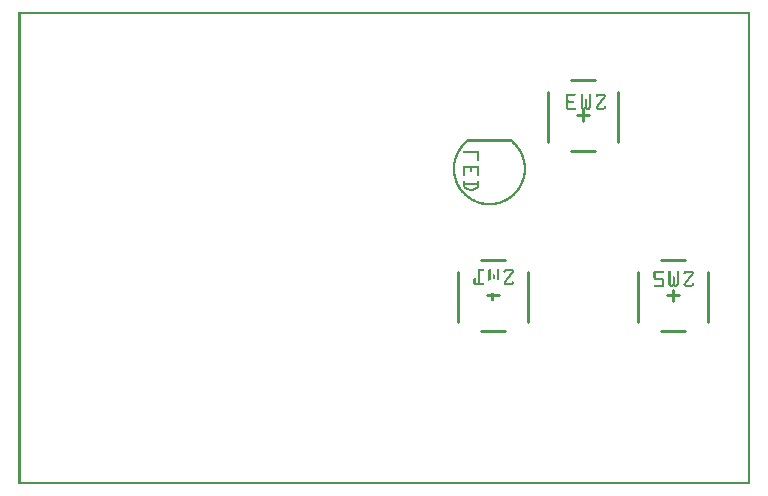
<source format=gbo>
G04 MADE WITH FRITZING*
G04 WWW.FRITZING.ORG*
G04 DOUBLE SIDED*
G04 HOLES PLATED*
G04 CONTOUR ON CENTER OF CONTOUR VECTOR*
%ASAXBY*%
%FSLAX23Y23*%
%MOIN*%
%OFA0B0*%
%SFA1.0B1.0*%
%ADD10C,0.010000*%
%ADD11R,0.001000X0.001000*%
%LNSILK0*%
G90*
G70*
G54D10*
X1843Y1113D02*
X1922Y1113D01*
D02*
X1764Y1309D02*
X1764Y1142D01*
D02*
X2000Y1309D02*
X2000Y1142D01*
D02*
X1843Y1349D02*
X1922Y1349D01*
D02*
X1862Y1231D02*
X1902Y1231D01*
D02*
X1882Y1211D02*
X1882Y1250D01*
D02*
X2143Y513D02*
X2222Y513D01*
D02*
X2064Y709D02*
X2064Y542D01*
D02*
X2300Y709D02*
X2300Y542D01*
D02*
X2143Y749D02*
X2222Y749D01*
D02*
X2162Y631D02*
X2202Y631D01*
D02*
X2182Y611D02*
X2182Y650D01*
D02*
X1543Y513D02*
X1622Y513D01*
D02*
X1464Y709D02*
X1464Y542D01*
D02*
X1700Y709D02*
X1700Y542D01*
D02*
X1543Y749D02*
X1622Y749D01*
D02*
X1562Y631D02*
X1602Y631D01*
G54D11*
X0Y1575D02*
X2439Y1575D01*
X0Y1574D02*
X2439Y1574D01*
X0Y1573D02*
X2439Y1573D01*
X0Y1572D02*
X2439Y1572D01*
X0Y1571D02*
X2439Y1571D01*
X0Y1570D02*
X2439Y1570D01*
X0Y1569D02*
X2439Y1569D01*
X0Y1568D02*
X2439Y1568D01*
X0Y1567D02*
X7Y1567D01*
X2432Y1567D02*
X2439Y1567D01*
X0Y1566D02*
X7Y1566D01*
X2432Y1566D02*
X2439Y1566D01*
X0Y1565D02*
X7Y1565D01*
X2432Y1565D02*
X2439Y1565D01*
X0Y1564D02*
X7Y1564D01*
X2432Y1564D02*
X2439Y1564D01*
X0Y1563D02*
X7Y1563D01*
X2432Y1563D02*
X2439Y1563D01*
X0Y1562D02*
X7Y1562D01*
X2432Y1562D02*
X2439Y1562D01*
X0Y1561D02*
X7Y1561D01*
X2432Y1561D02*
X2439Y1561D01*
X0Y1560D02*
X7Y1560D01*
X2432Y1560D02*
X2439Y1560D01*
X0Y1559D02*
X7Y1559D01*
X2432Y1559D02*
X2439Y1559D01*
X0Y1558D02*
X7Y1558D01*
X2432Y1558D02*
X2439Y1558D01*
X0Y1557D02*
X7Y1557D01*
X2432Y1557D02*
X2439Y1557D01*
X0Y1556D02*
X7Y1556D01*
X2432Y1556D02*
X2439Y1556D01*
X0Y1555D02*
X7Y1555D01*
X2432Y1555D02*
X2439Y1555D01*
X0Y1554D02*
X7Y1554D01*
X2432Y1554D02*
X2439Y1554D01*
X0Y1553D02*
X7Y1553D01*
X2432Y1553D02*
X2439Y1553D01*
X0Y1552D02*
X7Y1552D01*
X2432Y1552D02*
X2439Y1552D01*
X0Y1551D02*
X7Y1551D01*
X2432Y1551D02*
X2439Y1551D01*
X0Y1550D02*
X7Y1550D01*
X2432Y1550D02*
X2439Y1550D01*
X0Y1549D02*
X7Y1549D01*
X2432Y1549D02*
X2439Y1549D01*
X0Y1548D02*
X7Y1548D01*
X2432Y1548D02*
X2439Y1548D01*
X0Y1547D02*
X7Y1547D01*
X2432Y1547D02*
X2439Y1547D01*
X0Y1546D02*
X7Y1546D01*
X2432Y1546D02*
X2439Y1546D01*
X0Y1545D02*
X7Y1545D01*
X2432Y1545D02*
X2439Y1545D01*
X0Y1544D02*
X7Y1544D01*
X2432Y1544D02*
X2439Y1544D01*
X0Y1543D02*
X7Y1543D01*
X2432Y1543D02*
X2439Y1543D01*
X0Y1542D02*
X7Y1542D01*
X2432Y1542D02*
X2439Y1542D01*
X0Y1541D02*
X7Y1541D01*
X2432Y1541D02*
X2439Y1541D01*
X0Y1540D02*
X7Y1540D01*
X2432Y1540D02*
X2439Y1540D01*
X0Y1539D02*
X7Y1539D01*
X2432Y1539D02*
X2439Y1539D01*
X0Y1538D02*
X7Y1538D01*
X2432Y1538D02*
X2439Y1538D01*
X0Y1537D02*
X7Y1537D01*
X2432Y1537D02*
X2439Y1537D01*
X0Y1536D02*
X7Y1536D01*
X2432Y1536D02*
X2439Y1536D01*
X0Y1535D02*
X7Y1535D01*
X2432Y1535D02*
X2439Y1535D01*
X0Y1534D02*
X7Y1534D01*
X2432Y1534D02*
X2439Y1534D01*
X0Y1533D02*
X7Y1533D01*
X2432Y1533D02*
X2439Y1533D01*
X0Y1532D02*
X7Y1532D01*
X2432Y1532D02*
X2439Y1532D01*
X0Y1531D02*
X7Y1531D01*
X2432Y1531D02*
X2439Y1531D01*
X0Y1530D02*
X7Y1530D01*
X2432Y1530D02*
X2439Y1530D01*
X0Y1529D02*
X7Y1529D01*
X2432Y1529D02*
X2439Y1529D01*
X0Y1528D02*
X7Y1528D01*
X2432Y1528D02*
X2439Y1528D01*
X0Y1527D02*
X7Y1527D01*
X2432Y1527D02*
X2439Y1527D01*
X0Y1526D02*
X7Y1526D01*
X2432Y1526D02*
X2439Y1526D01*
X0Y1525D02*
X7Y1525D01*
X2432Y1525D02*
X2439Y1525D01*
X0Y1524D02*
X7Y1524D01*
X2432Y1524D02*
X2439Y1524D01*
X0Y1523D02*
X7Y1523D01*
X2432Y1523D02*
X2439Y1523D01*
X0Y1522D02*
X7Y1522D01*
X2432Y1522D02*
X2439Y1522D01*
X0Y1521D02*
X7Y1521D01*
X2432Y1521D02*
X2439Y1521D01*
X0Y1520D02*
X7Y1520D01*
X2432Y1520D02*
X2439Y1520D01*
X0Y1519D02*
X7Y1519D01*
X2432Y1519D02*
X2439Y1519D01*
X0Y1518D02*
X7Y1518D01*
X2432Y1518D02*
X2439Y1518D01*
X0Y1517D02*
X7Y1517D01*
X2432Y1517D02*
X2439Y1517D01*
X0Y1516D02*
X7Y1516D01*
X2432Y1516D02*
X2439Y1516D01*
X0Y1515D02*
X7Y1515D01*
X2432Y1515D02*
X2439Y1515D01*
X0Y1514D02*
X7Y1514D01*
X2432Y1514D02*
X2439Y1514D01*
X0Y1513D02*
X7Y1513D01*
X2432Y1513D02*
X2439Y1513D01*
X0Y1512D02*
X7Y1512D01*
X2432Y1512D02*
X2439Y1512D01*
X0Y1511D02*
X7Y1511D01*
X2432Y1511D02*
X2439Y1511D01*
X0Y1510D02*
X7Y1510D01*
X2432Y1510D02*
X2439Y1510D01*
X0Y1509D02*
X7Y1509D01*
X2432Y1509D02*
X2439Y1509D01*
X0Y1508D02*
X7Y1508D01*
X2432Y1508D02*
X2439Y1508D01*
X0Y1507D02*
X7Y1507D01*
X2432Y1507D02*
X2439Y1507D01*
X0Y1506D02*
X7Y1506D01*
X2432Y1506D02*
X2439Y1506D01*
X0Y1505D02*
X7Y1505D01*
X2432Y1505D02*
X2439Y1505D01*
X0Y1504D02*
X7Y1504D01*
X2432Y1504D02*
X2439Y1504D01*
X0Y1503D02*
X7Y1503D01*
X2432Y1503D02*
X2439Y1503D01*
X0Y1502D02*
X7Y1502D01*
X2432Y1502D02*
X2439Y1502D01*
X0Y1501D02*
X7Y1501D01*
X2432Y1501D02*
X2439Y1501D01*
X0Y1500D02*
X7Y1500D01*
X2432Y1500D02*
X2439Y1500D01*
X0Y1499D02*
X7Y1499D01*
X2432Y1499D02*
X2439Y1499D01*
X0Y1498D02*
X7Y1498D01*
X2432Y1498D02*
X2439Y1498D01*
X0Y1497D02*
X7Y1497D01*
X2432Y1497D02*
X2439Y1497D01*
X0Y1496D02*
X7Y1496D01*
X2432Y1496D02*
X2439Y1496D01*
X0Y1495D02*
X7Y1495D01*
X2432Y1495D02*
X2439Y1495D01*
X0Y1494D02*
X7Y1494D01*
X2432Y1494D02*
X2439Y1494D01*
X0Y1493D02*
X7Y1493D01*
X2432Y1493D02*
X2439Y1493D01*
X0Y1492D02*
X7Y1492D01*
X2432Y1492D02*
X2439Y1492D01*
X0Y1491D02*
X7Y1491D01*
X2432Y1491D02*
X2439Y1491D01*
X0Y1490D02*
X7Y1490D01*
X2432Y1490D02*
X2439Y1490D01*
X0Y1489D02*
X7Y1489D01*
X2432Y1489D02*
X2439Y1489D01*
X0Y1488D02*
X7Y1488D01*
X2432Y1488D02*
X2439Y1488D01*
X0Y1487D02*
X7Y1487D01*
X2432Y1487D02*
X2439Y1487D01*
X0Y1486D02*
X7Y1486D01*
X2432Y1486D02*
X2439Y1486D01*
X0Y1485D02*
X7Y1485D01*
X2432Y1485D02*
X2439Y1485D01*
X0Y1484D02*
X7Y1484D01*
X2432Y1484D02*
X2439Y1484D01*
X0Y1483D02*
X7Y1483D01*
X2432Y1483D02*
X2439Y1483D01*
X0Y1482D02*
X7Y1482D01*
X2432Y1482D02*
X2439Y1482D01*
X0Y1481D02*
X7Y1481D01*
X2432Y1481D02*
X2439Y1481D01*
X0Y1480D02*
X7Y1480D01*
X2432Y1480D02*
X2439Y1480D01*
X0Y1479D02*
X7Y1479D01*
X2432Y1479D02*
X2439Y1479D01*
X0Y1478D02*
X7Y1478D01*
X2432Y1478D02*
X2439Y1478D01*
X0Y1477D02*
X7Y1477D01*
X2432Y1477D02*
X2439Y1477D01*
X0Y1476D02*
X7Y1476D01*
X2432Y1476D02*
X2439Y1476D01*
X0Y1475D02*
X7Y1475D01*
X2432Y1475D02*
X2439Y1475D01*
X0Y1474D02*
X7Y1474D01*
X2432Y1474D02*
X2439Y1474D01*
X0Y1473D02*
X7Y1473D01*
X2432Y1473D02*
X2439Y1473D01*
X0Y1472D02*
X7Y1472D01*
X2432Y1472D02*
X2439Y1472D01*
X0Y1471D02*
X7Y1471D01*
X2432Y1471D02*
X2439Y1471D01*
X0Y1470D02*
X7Y1470D01*
X2432Y1470D02*
X2439Y1470D01*
X0Y1469D02*
X7Y1469D01*
X2432Y1469D02*
X2439Y1469D01*
X0Y1468D02*
X7Y1468D01*
X2432Y1468D02*
X2439Y1468D01*
X0Y1467D02*
X7Y1467D01*
X2432Y1467D02*
X2439Y1467D01*
X0Y1466D02*
X7Y1466D01*
X2432Y1466D02*
X2439Y1466D01*
X0Y1465D02*
X7Y1465D01*
X2432Y1465D02*
X2439Y1465D01*
X0Y1464D02*
X7Y1464D01*
X2432Y1464D02*
X2439Y1464D01*
X0Y1463D02*
X7Y1463D01*
X2432Y1463D02*
X2439Y1463D01*
X0Y1462D02*
X7Y1462D01*
X2432Y1462D02*
X2439Y1462D01*
X0Y1461D02*
X7Y1461D01*
X2432Y1461D02*
X2439Y1461D01*
X0Y1460D02*
X7Y1460D01*
X2432Y1460D02*
X2439Y1460D01*
X0Y1459D02*
X7Y1459D01*
X2432Y1459D02*
X2439Y1459D01*
X0Y1458D02*
X7Y1458D01*
X2432Y1458D02*
X2439Y1458D01*
X0Y1457D02*
X7Y1457D01*
X2432Y1457D02*
X2439Y1457D01*
X0Y1456D02*
X7Y1456D01*
X2432Y1456D02*
X2439Y1456D01*
X0Y1455D02*
X7Y1455D01*
X2432Y1455D02*
X2439Y1455D01*
X0Y1454D02*
X7Y1454D01*
X2432Y1454D02*
X2439Y1454D01*
X0Y1453D02*
X7Y1453D01*
X2432Y1453D02*
X2439Y1453D01*
X0Y1452D02*
X7Y1452D01*
X2432Y1452D02*
X2439Y1452D01*
X0Y1451D02*
X7Y1451D01*
X2432Y1451D02*
X2439Y1451D01*
X0Y1450D02*
X7Y1450D01*
X2432Y1450D02*
X2439Y1450D01*
X0Y1449D02*
X7Y1449D01*
X2432Y1449D02*
X2439Y1449D01*
X0Y1448D02*
X7Y1448D01*
X2432Y1448D02*
X2439Y1448D01*
X0Y1447D02*
X7Y1447D01*
X2432Y1447D02*
X2439Y1447D01*
X0Y1446D02*
X7Y1446D01*
X2432Y1446D02*
X2439Y1446D01*
X0Y1445D02*
X7Y1445D01*
X2432Y1445D02*
X2439Y1445D01*
X0Y1444D02*
X7Y1444D01*
X2432Y1444D02*
X2439Y1444D01*
X0Y1443D02*
X7Y1443D01*
X2432Y1443D02*
X2439Y1443D01*
X0Y1442D02*
X7Y1442D01*
X2432Y1442D02*
X2439Y1442D01*
X0Y1441D02*
X7Y1441D01*
X2432Y1441D02*
X2439Y1441D01*
X0Y1440D02*
X7Y1440D01*
X2432Y1440D02*
X2439Y1440D01*
X0Y1439D02*
X7Y1439D01*
X2432Y1439D02*
X2439Y1439D01*
X0Y1438D02*
X7Y1438D01*
X2432Y1438D02*
X2439Y1438D01*
X0Y1437D02*
X7Y1437D01*
X2432Y1437D02*
X2439Y1437D01*
X0Y1436D02*
X7Y1436D01*
X2432Y1436D02*
X2439Y1436D01*
X0Y1435D02*
X7Y1435D01*
X2432Y1435D02*
X2439Y1435D01*
X0Y1434D02*
X7Y1434D01*
X2432Y1434D02*
X2439Y1434D01*
X0Y1433D02*
X7Y1433D01*
X2432Y1433D02*
X2439Y1433D01*
X0Y1432D02*
X7Y1432D01*
X2432Y1432D02*
X2439Y1432D01*
X0Y1431D02*
X7Y1431D01*
X2432Y1431D02*
X2439Y1431D01*
X0Y1430D02*
X7Y1430D01*
X2432Y1430D02*
X2439Y1430D01*
X0Y1429D02*
X7Y1429D01*
X2432Y1429D02*
X2439Y1429D01*
X0Y1428D02*
X7Y1428D01*
X2432Y1428D02*
X2439Y1428D01*
X0Y1427D02*
X7Y1427D01*
X2432Y1427D02*
X2439Y1427D01*
X0Y1426D02*
X7Y1426D01*
X2432Y1426D02*
X2439Y1426D01*
X0Y1425D02*
X7Y1425D01*
X2432Y1425D02*
X2439Y1425D01*
X0Y1424D02*
X7Y1424D01*
X2432Y1424D02*
X2439Y1424D01*
X0Y1423D02*
X7Y1423D01*
X2432Y1423D02*
X2439Y1423D01*
X0Y1422D02*
X7Y1422D01*
X2432Y1422D02*
X2439Y1422D01*
X0Y1421D02*
X7Y1421D01*
X2432Y1421D02*
X2439Y1421D01*
X0Y1420D02*
X7Y1420D01*
X2432Y1420D02*
X2439Y1420D01*
X0Y1419D02*
X7Y1419D01*
X2432Y1419D02*
X2439Y1419D01*
X0Y1418D02*
X7Y1418D01*
X2432Y1418D02*
X2439Y1418D01*
X0Y1417D02*
X7Y1417D01*
X2432Y1417D02*
X2439Y1417D01*
X0Y1416D02*
X7Y1416D01*
X2432Y1416D02*
X2439Y1416D01*
X0Y1415D02*
X7Y1415D01*
X2432Y1415D02*
X2439Y1415D01*
X0Y1414D02*
X7Y1414D01*
X2432Y1414D02*
X2439Y1414D01*
X0Y1413D02*
X7Y1413D01*
X2432Y1413D02*
X2439Y1413D01*
X0Y1412D02*
X7Y1412D01*
X2432Y1412D02*
X2439Y1412D01*
X0Y1411D02*
X7Y1411D01*
X2432Y1411D02*
X2439Y1411D01*
X0Y1410D02*
X7Y1410D01*
X2432Y1410D02*
X2439Y1410D01*
X0Y1409D02*
X7Y1409D01*
X2432Y1409D02*
X2439Y1409D01*
X0Y1408D02*
X7Y1408D01*
X2432Y1408D02*
X2439Y1408D01*
X0Y1407D02*
X7Y1407D01*
X2432Y1407D02*
X2439Y1407D01*
X0Y1406D02*
X7Y1406D01*
X2432Y1406D02*
X2439Y1406D01*
X0Y1405D02*
X7Y1405D01*
X2432Y1405D02*
X2439Y1405D01*
X0Y1404D02*
X7Y1404D01*
X2432Y1404D02*
X2439Y1404D01*
X0Y1403D02*
X7Y1403D01*
X2432Y1403D02*
X2439Y1403D01*
X0Y1402D02*
X7Y1402D01*
X2432Y1402D02*
X2439Y1402D01*
X0Y1401D02*
X7Y1401D01*
X2432Y1401D02*
X2439Y1401D01*
X0Y1400D02*
X7Y1400D01*
X2432Y1400D02*
X2439Y1400D01*
X0Y1399D02*
X7Y1399D01*
X2432Y1399D02*
X2439Y1399D01*
X0Y1398D02*
X7Y1398D01*
X2432Y1398D02*
X2439Y1398D01*
X0Y1397D02*
X7Y1397D01*
X2432Y1397D02*
X2439Y1397D01*
X0Y1396D02*
X7Y1396D01*
X2432Y1396D02*
X2439Y1396D01*
X0Y1395D02*
X7Y1395D01*
X2432Y1395D02*
X2439Y1395D01*
X0Y1394D02*
X7Y1394D01*
X2432Y1394D02*
X2439Y1394D01*
X0Y1393D02*
X7Y1393D01*
X2432Y1393D02*
X2439Y1393D01*
X0Y1392D02*
X7Y1392D01*
X2432Y1392D02*
X2439Y1392D01*
X0Y1391D02*
X7Y1391D01*
X2432Y1391D02*
X2439Y1391D01*
X0Y1390D02*
X7Y1390D01*
X2432Y1390D02*
X2439Y1390D01*
X0Y1389D02*
X7Y1389D01*
X2432Y1389D02*
X2439Y1389D01*
X0Y1388D02*
X7Y1388D01*
X2432Y1388D02*
X2439Y1388D01*
X0Y1387D02*
X7Y1387D01*
X2432Y1387D02*
X2439Y1387D01*
X0Y1386D02*
X7Y1386D01*
X2432Y1386D02*
X2439Y1386D01*
X0Y1385D02*
X7Y1385D01*
X2432Y1385D02*
X2439Y1385D01*
X0Y1384D02*
X7Y1384D01*
X2432Y1384D02*
X2439Y1384D01*
X0Y1383D02*
X7Y1383D01*
X2432Y1383D02*
X2439Y1383D01*
X0Y1382D02*
X7Y1382D01*
X2432Y1382D02*
X2439Y1382D01*
X0Y1381D02*
X7Y1381D01*
X2432Y1381D02*
X2439Y1381D01*
X0Y1380D02*
X7Y1380D01*
X2432Y1380D02*
X2439Y1380D01*
X0Y1379D02*
X7Y1379D01*
X2432Y1379D02*
X2439Y1379D01*
X0Y1378D02*
X7Y1378D01*
X2432Y1378D02*
X2439Y1378D01*
X0Y1377D02*
X7Y1377D01*
X2432Y1377D02*
X2439Y1377D01*
X0Y1376D02*
X7Y1376D01*
X2432Y1376D02*
X2439Y1376D01*
X0Y1375D02*
X7Y1375D01*
X2432Y1375D02*
X2439Y1375D01*
X0Y1374D02*
X7Y1374D01*
X2432Y1374D02*
X2439Y1374D01*
X0Y1373D02*
X7Y1373D01*
X2432Y1373D02*
X2439Y1373D01*
X0Y1372D02*
X7Y1372D01*
X2432Y1372D02*
X2439Y1372D01*
X0Y1371D02*
X7Y1371D01*
X2432Y1371D02*
X2439Y1371D01*
X0Y1370D02*
X7Y1370D01*
X2432Y1370D02*
X2439Y1370D01*
X0Y1369D02*
X7Y1369D01*
X2432Y1369D02*
X2439Y1369D01*
X0Y1368D02*
X7Y1368D01*
X2432Y1368D02*
X2439Y1368D01*
X0Y1367D02*
X7Y1367D01*
X2432Y1367D02*
X2439Y1367D01*
X0Y1366D02*
X7Y1366D01*
X2432Y1366D02*
X2439Y1366D01*
X0Y1365D02*
X7Y1365D01*
X2432Y1365D02*
X2439Y1365D01*
X0Y1364D02*
X7Y1364D01*
X2432Y1364D02*
X2439Y1364D01*
X0Y1363D02*
X7Y1363D01*
X2432Y1363D02*
X2439Y1363D01*
X0Y1362D02*
X7Y1362D01*
X2432Y1362D02*
X2439Y1362D01*
X0Y1361D02*
X7Y1361D01*
X2432Y1361D02*
X2439Y1361D01*
X0Y1360D02*
X7Y1360D01*
X2432Y1360D02*
X2439Y1360D01*
X0Y1359D02*
X7Y1359D01*
X2432Y1359D02*
X2439Y1359D01*
X0Y1358D02*
X7Y1358D01*
X2432Y1358D02*
X2439Y1358D01*
X0Y1357D02*
X7Y1357D01*
X2432Y1357D02*
X2439Y1357D01*
X0Y1356D02*
X7Y1356D01*
X2432Y1356D02*
X2439Y1356D01*
X0Y1355D02*
X7Y1355D01*
X2432Y1355D02*
X2439Y1355D01*
X0Y1354D02*
X7Y1354D01*
X2432Y1354D02*
X2439Y1354D01*
X0Y1353D02*
X7Y1353D01*
X2432Y1353D02*
X2439Y1353D01*
X0Y1352D02*
X7Y1352D01*
X2432Y1352D02*
X2439Y1352D01*
X0Y1351D02*
X7Y1351D01*
X2432Y1351D02*
X2439Y1351D01*
X0Y1350D02*
X7Y1350D01*
X2432Y1350D02*
X2439Y1350D01*
X0Y1349D02*
X7Y1349D01*
X2432Y1349D02*
X2439Y1349D01*
X0Y1348D02*
X7Y1348D01*
X2432Y1348D02*
X2439Y1348D01*
X0Y1347D02*
X7Y1347D01*
X2432Y1347D02*
X2439Y1347D01*
X0Y1346D02*
X7Y1346D01*
X2432Y1346D02*
X2439Y1346D01*
X0Y1345D02*
X7Y1345D01*
X2432Y1345D02*
X2439Y1345D01*
X0Y1344D02*
X7Y1344D01*
X2432Y1344D02*
X2439Y1344D01*
X0Y1343D02*
X7Y1343D01*
X2432Y1343D02*
X2439Y1343D01*
X0Y1342D02*
X7Y1342D01*
X2432Y1342D02*
X2439Y1342D01*
X0Y1341D02*
X7Y1341D01*
X2432Y1341D02*
X2439Y1341D01*
X0Y1340D02*
X7Y1340D01*
X2432Y1340D02*
X2439Y1340D01*
X0Y1339D02*
X7Y1339D01*
X2432Y1339D02*
X2439Y1339D01*
X0Y1338D02*
X7Y1338D01*
X2432Y1338D02*
X2439Y1338D01*
X0Y1337D02*
X7Y1337D01*
X2432Y1337D02*
X2439Y1337D01*
X0Y1336D02*
X7Y1336D01*
X2432Y1336D02*
X2439Y1336D01*
X0Y1335D02*
X7Y1335D01*
X2432Y1335D02*
X2439Y1335D01*
X0Y1334D02*
X7Y1334D01*
X2432Y1334D02*
X2439Y1334D01*
X0Y1333D02*
X7Y1333D01*
X2432Y1333D02*
X2439Y1333D01*
X0Y1332D02*
X7Y1332D01*
X2432Y1332D02*
X2439Y1332D01*
X0Y1331D02*
X7Y1331D01*
X2432Y1331D02*
X2439Y1331D01*
X0Y1330D02*
X7Y1330D01*
X2432Y1330D02*
X2439Y1330D01*
X0Y1329D02*
X7Y1329D01*
X2432Y1329D02*
X2439Y1329D01*
X0Y1328D02*
X7Y1328D01*
X2432Y1328D02*
X2439Y1328D01*
X0Y1327D02*
X7Y1327D01*
X2432Y1327D02*
X2439Y1327D01*
X0Y1326D02*
X7Y1326D01*
X2432Y1326D02*
X2439Y1326D01*
X0Y1325D02*
X7Y1325D01*
X2432Y1325D02*
X2439Y1325D01*
X0Y1324D02*
X7Y1324D01*
X2432Y1324D02*
X2439Y1324D01*
X0Y1323D02*
X7Y1323D01*
X2432Y1323D02*
X2439Y1323D01*
X0Y1322D02*
X7Y1322D01*
X2432Y1322D02*
X2439Y1322D01*
X0Y1321D02*
X7Y1321D01*
X2432Y1321D02*
X2439Y1321D01*
X0Y1320D02*
X7Y1320D01*
X2432Y1320D02*
X2439Y1320D01*
X0Y1319D02*
X7Y1319D01*
X2432Y1319D02*
X2439Y1319D01*
X0Y1318D02*
X7Y1318D01*
X2432Y1318D02*
X2439Y1318D01*
X0Y1317D02*
X7Y1317D01*
X2432Y1317D02*
X2439Y1317D01*
X0Y1316D02*
X7Y1316D01*
X2432Y1316D02*
X2439Y1316D01*
X0Y1315D02*
X7Y1315D01*
X2432Y1315D02*
X2439Y1315D01*
X0Y1314D02*
X7Y1314D01*
X2432Y1314D02*
X2439Y1314D01*
X0Y1313D02*
X7Y1313D01*
X2432Y1313D02*
X2439Y1313D01*
X0Y1312D02*
X7Y1312D01*
X2432Y1312D02*
X2439Y1312D01*
X0Y1311D02*
X7Y1311D01*
X2432Y1311D02*
X2439Y1311D01*
X0Y1310D02*
X7Y1310D01*
X2432Y1310D02*
X2439Y1310D01*
X0Y1309D02*
X7Y1309D01*
X2432Y1309D02*
X2439Y1309D01*
X0Y1308D02*
X7Y1308D01*
X2432Y1308D02*
X2439Y1308D01*
X0Y1307D02*
X7Y1307D01*
X2432Y1307D02*
X2439Y1307D01*
X0Y1306D02*
X7Y1306D01*
X2432Y1306D02*
X2439Y1306D01*
X0Y1305D02*
X7Y1305D01*
X2432Y1305D02*
X2439Y1305D01*
X0Y1304D02*
X7Y1304D01*
X2432Y1304D02*
X2439Y1304D01*
X0Y1303D02*
X7Y1303D01*
X1829Y1303D02*
X1856Y1303D01*
X1877Y1303D02*
X1878Y1303D01*
X1904Y1303D02*
X1906Y1303D01*
X1931Y1303D02*
X1952Y1303D01*
X2432Y1303D02*
X2439Y1303D01*
X0Y1302D02*
X7Y1302D01*
X1827Y1302D02*
X1857Y1302D01*
X1875Y1302D02*
X1879Y1302D01*
X1903Y1302D02*
X1907Y1302D01*
X1929Y1302D02*
X1954Y1302D01*
X2432Y1302D02*
X2439Y1302D01*
X0Y1301D02*
X7Y1301D01*
X1826Y1301D02*
X1858Y1301D01*
X1875Y1301D02*
X1880Y1301D01*
X1902Y1301D02*
X1908Y1301D01*
X1928Y1301D02*
X1956Y1301D01*
X2432Y1301D02*
X2439Y1301D01*
X0Y1300D02*
X7Y1300D01*
X1825Y1300D02*
X1858Y1300D01*
X1874Y1300D02*
X1880Y1300D01*
X1902Y1300D02*
X1908Y1300D01*
X1927Y1300D02*
X1956Y1300D01*
X2432Y1300D02*
X2439Y1300D01*
X0Y1299D02*
X7Y1299D01*
X1825Y1299D02*
X1858Y1299D01*
X1874Y1299D02*
X1880Y1299D01*
X1902Y1299D02*
X1908Y1299D01*
X1926Y1299D02*
X1957Y1299D01*
X2432Y1299D02*
X2439Y1299D01*
X0Y1298D02*
X7Y1298D01*
X1825Y1298D02*
X1857Y1298D01*
X1874Y1298D02*
X1880Y1298D01*
X1902Y1298D02*
X1908Y1298D01*
X1925Y1298D02*
X1957Y1298D01*
X2432Y1298D02*
X2439Y1298D01*
X0Y1297D02*
X7Y1297D01*
X1824Y1297D02*
X1856Y1297D01*
X1874Y1297D02*
X1880Y1297D01*
X1902Y1297D02*
X1908Y1297D01*
X1925Y1297D02*
X1958Y1297D01*
X2432Y1297D02*
X2439Y1297D01*
X0Y1296D02*
X7Y1296D01*
X1824Y1296D02*
X1830Y1296D01*
X1874Y1296D02*
X1880Y1296D01*
X1902Y1296D02*
X1908Y1296D01*
X1925Y1296D02*
X1932Y1296D01*
X1952Y1296D02*
X1958Y1296D01*
X2432Y1296D02*
X2439Y1296D01*
X0Y1295D02*
X7Y1295D01*
X1824Y1295D02*
X1830Y1295D01*
X1874Y1295D02*
X1880Y1295D01*
X1902Y1295D02*
X1908Y1295D01*
X1924Y1295D02*
X1931Y1295D01*
X1952Y1295D02*
X1958Y1295D01*
X2432Y1295D02*
X2439Y1295D01*
X0Y1294D02*
X7Y1294D01*
X1824Y1294D02*
X1830Y1294D01*
X1874Y1294D02*
X1880Y1294D01*
X1902Y1294D02*
X1908Y1294D01*
X1924Y1294D02*
X1930Y1294D01*
X1951Y1294D02*
X1958Y1294D01*
X2432Y1294D02*
X2439Y1294D01*
X0Y1293D02*
X7Y1293D01*
X1824Y1293D02*
X1830Y1293D01*
X1874Y1293D02*
X1880Y1293D01*
X1902Y1293D02*
X1908Y1293D01*
X1924Y1293D02*
X1930Y1293D01*
X1950Y1293D02*
X1957Y1293D01*
X2432Y1293D02*
X2439Y1293D01*
X0Y1292D02*
X7Y1292D01*
X1824Y1292D02*
X1830Y1292D01*
X1874Y1292D02*
X1880Y1292D01*
X1902Y1292D02*
X1908Y1292D01*
X1925Y1292D02*
X1930Y1292D01*
X1949Y1292D02*
X1957Y1292D01*
X2432Y1292D02*
X2439Y1292D01*
X0Y1291D02*
X7Y1291D01*
X1824Y1291D02*
X1830Y1291D01*
X1874Y1291D02*
X1880Y1291D01*
X1902Y1291D02*
X1908Y1291D01*
X1926Y1291D02*
X1929Y1291D01*
X1949Y1291D02*
X1957Y1291D01*
X2432Y1291D02*
X2439Y1291D01*
X0Y1290D02*
X7Y1290D01*
X1824Y1290D02*
X1830Y1290D01*
X1874Y1290D02*
X1880Y1290D01*
X1902Y1290D02*
X1908Y1290D01*
X1948Y1290D02*
X1956Y1290D01*
X2432Y1290D02*
X2439Y1290D01*
X0Y1289D02*
X7Y1289D01*
X1824Y1289D02*
X1830Y1289D01*
X1874Y1289D02*
X1880Y1289D01*
X1902Y1289D02*
X1908Y1289D01*
X1947Y1289D02*
X1955Y1289D01*
X2432Y1289D02*
X2439Y1289D01*
X0Y1288D02*
X7Y1288D01*
X1824Y1288D02*
X1830Y1288D01*
X1874Y1288D02*
X1880Y1288D01*
X1902Y1288D02*
X1908Y1288D01*
X1946Y1288D02*
X1954Y1288D01*
X2432Y1288D02*
X2439Y1288D01*
X0Y1287D02*
X7Y1287D01*
X1824Y1287D02*
X1830Y1287D01*
X1874Y1287D02*
X1880Y1287D01*
X1902Y1287D02*
X1908Y1287D01*
X1946Y1287D02*
X1954Y1287D01*
X2432Y1287D02*
X2439Y1287D01*
X0Y1286D02*
X7Y1286D01*
X1824Y1286D02*
X1830Y1286D01*
X1874Y1286D02*
X1880Y1286D01*
X1902Y1286D02*
X1908Y1286D01*
X1945Y1286D02*
X1953Y1286D01*
X2432Y1286D02*
X2439Y1286D01*
X0Y1285D02*
X7Y1285D01*
X1824Y1285D02*
X1830Y1285D01*
X1874Y1285D02*
X1880Y1285D01*
X1890Y1285D02*
X1892Y1285D01*
X1902Y1285D02*
X1908Y1285D01*
X1944Y1285D02*
X1952Y1285D01*
X2432Y1285D02*
X2439Y1285D01*
X0Y1284D02*
X7Y1284D01*
X1824Y1284D02*
X1830Y1284D01*
X1874Y1284D02*
X1880Y1284D01*
X1889Y1284D02*
X1894Y1284D01*
X1902Y1284D02*
X1908Y1284D01*
X1943Y1284D02*
X1951Y1284D01*
X2432Y1284D02*
X2439Y1284D01*
X0Y1283D02*
X7Y1283D01*
X1824Y1283D02*
X1830Y1283D01*
X1874Y1283D02*
X1880Y1283D01*
X1888Y1283D02*
X1894Y1283D01*
X1902Y1283D02*
X1908Y1283D01*
X1942Y1283D02*
X1950Y1283D01*
X2432Y1283D02*
X2439Y1283D01*
X0Y1282D02*
X7Y1282D01*
X1824Y1282D02*
X1831Y1282D01*
X1874Y1282D02*
X1880Y1282D01*
X1888Y1282D02*
X1894Y1282D01*
X1902Y1282D02*
X1908Y1282D01*
X1942Y1282D02*
X1950Y1282D01*
X2432Y1282D02*
X2439Y1282D01*
X0Y1281D02*
X7Y1281D01*
X1825Y1281D02*
X1831Y1281D01*
X1874Y1281D02*
X1880Y1281D01*
X1888Y1281D02*
X1894Y1281D01*
X1902Y1281D02*
X1908Y1281D01*
X1941Y1281D02*
X1949Y1281D01*
X2432Y1281D02*
X2439Y1281D01*
X0Y1280D02*
X7Y1280D01*
X1825Y1280D02*
X1833Y1280D01*
X1874Y1280D02*
X1880Y1280D01*
X1888Y1280D02*
X1894Y1280D01*
X1902Y1280D02*
X1908Y1280D01*
X1940Y1280D02*
X1948Y1280D01*
X2432Y1280D02*
X2439Y1280D01*
X0Y1279D02*
X7Y1279D01*
X1825Y1279D02*
X1850Y1279D01*
X1874Y1279D02*
X1880Y1279D01*
X1888Y1279D02*
X1894Y1279D01*
X1902Y1279D02*
X1908Y1279D01*
X1939Y1279D02*
X1947Y1279D01*
X2432Y1279D02*
X2439Y1279D01*
X0Y1278D02*
X7Y1278D01*
X1826Y1278D02*
X1851Y1278D01*
X1874Y1278D02*
X1880Y1278D01*
X1888Y1278D02*
X1894Y1278D01*
X1902Y1278D02*
X1908Y1278D01*
X1939Y1278D02*
X1947Y1278D01*
X2432Y1278D02*
X2439Y1278D01*
X0Y1277D02*
X7Y1277D01*
X1827Y1277D02*
X1851Y1277D01*
X1874Y1277D02*
X1880Y1277D01*
X1888Y1277D02*
X1894Y1277D01*
X1902Y1277D02*
X1908Y1277D01*
X1938Y1277D02*
X1946Y1277D01*
X2432Y1277D02*
X2439Y1277D01*
X0Y1276D02*
X7Y1276D01*
X1827Y1276D02*
X1851Y1276D01*
X1874Y1276D02*
X1880Y1276D01*
X1888Y1276D02*
X1894Y1276D01*
X1902Y1276D02*
X1908Y1276D01*
X1937Y1276D02*
X1945Y1276D01*
X2432Y1276D02*
X2439Y1276D01*
X0Y1275D02*
X7Y1275D01*
X1826Y1275D02*
X1851Y1275D01*
X1874Y1275D02*
X1880Y1275D01*
X1888Y1275D02*
X1894Y1275D01*
X1902Y1275D02*
X1908Y1275D01*
X1936Y1275D02*
X1944Y1275D01*
X2432Y1275D02*
X2439Y1275D01*
X0Y1274D02*
X7Y1274D01*
X1826Y1274D02*
X1850Y1274D01*
X1874Y1274D02*
X1880Y1274D01*
X1888Y1274D02*
X1894Y1274D01*
X1902Y1274D02*
X1908Y1274D01*
X1935Y1274D02*
X1943Y1274D01*
X2432Y1274D02*
X2439Y1274D01*
X0Y1273D02*
X7Y1273D01*
X1825Y1273D02*
X1849Y1273D01*
X1874Y1273D02*
X1880Y1273D01*
X1888Y1273D02*
X1894Y1273D01*
X1902Y1273D02*
X1908Y1273D01*
X1935Y1273D02*
X1943Y1273D01*
X2432Y1273D02*
X2439Y1273D01*
X0Y1272D02*
X7Y1272D01*
X1825Y1272D02*
X1832Y1272D01*
X1874Y1272D02*
X1880Y1272D01*
X1888Y1272D02*
X1894Y1272D01*
X1902Y1272D02*
X1908Y1272D01*
X1934Y1272D02*
X1942Y1272D01*
X2432Y1272D02*
X2439Y1272D01*
X0Y1271D02*
X7Y1271D01*
X1825Y1271D02*
X1831Y1271D01*
X1874Y1271D02*
X1880Y1271D01*
X1888Y1271D02*
X1894Y1271D01*
X1902Y1271D02*
X1908Y1271D01*
X1933Y1271D02*
X1941Y1271D01*
X2432Y1271D02*
X2439Y1271D01*
X0Y1270D02*
X7Y1270D01*
X1824Y1270D02*
X1831Y1270D01*
X1874Y1270D02*
X1880Y1270D01*
X1888Y1270D02*
X1894Y1270D01*
X1902Y1270D02*
X1908Y1270D01*
X1932Y1270D02*
X1940Y1270D01*
X2432Y1270D02*
X2439Y1270D01*
X0Y1269D02*
X7Y1269D01*
X1824Y1269D02*
X1830Y1269D01*
X1874Y1269D02*
X1880Y1269D01*
X1888Y1269D02*
X1894Y1269D01*
X1902Y1269D02*
X1908Y1269D01*
X1932Y1269D02*
X1940Y1269D01*
X2432Y1269D02*
X2439Y1269D01*
X0Y1268D02*
X7Y1268D01*
X1824Y1268D02*
X1830Y1268D01*
X1874Y1268D02*
X1880Y1268D01*
X1888Y1268D02*
X1894Y1268D01*
X1902Y1268D02*
X1908Y1268D01*
X1931Y1268D02*
X1939Y1268D01*
X2432Y1268D02*
X2439Y1268D01*
X0Y1267D02*
X7Y1267D01*
X1824Y1267D02*
X1830Y1267D01*
X1874Y1267D02*
X1880Y1267D01*
X1888Y1267D02*
X1894Y1267D01*
X1902Y1267D02*
X1908Y1267D01*
X1930Y1267D02*
X1938Y1267D01*
X2432Y1267D02*
X2439Y1267D01*
X0Y1266D02*
X7Y1266D01*
X1824Y1266D02*
X1830Y1266D01*
X1874Y1266D02*
X1880Y1266D01*
X1888Y1266D02*
X1894Y1266D01*
X1902Y1266D02*
X1908Y1266D01*
X1929Y1266D02*
X1937Y1266D01*
X2432Y1266D02*
X2439Y1266D01*
X0Y1265D02*
X7Y1265D01*
X1824Y1265D02*
X1830Y1265D01*
X1874Y1265D02*
X1880Y1265D01*
X1888Y1265D02*
X1894Y1265D01*
X1902Y1265D02*
X1908Y1265D01*
X1928Y1265D02*
X1936Y1265D01*
X2432Y1265D02*
X2439Y1265D01*
X0Y1264D02*
X7Y1264D01*
X1824Y1264D02*
X1830Y1264D01*
X1874Y1264D02*
X1880Y1264D01*
X1888Y1264D02*
X1894Y1264D01*
X1902Y1264D02*
X1908Y1264D01*
X1928Y1264D02*
X1936Y1264D01*
X2432Y1264D02*
X2439Y1264D01*
X0Y1263D02*
X7Y1263D01*
X1824Y1263D02*
X1830Y1263D01*
X1874Y1263D02*
X1880Y1263D01*
X1888Y1263D02*
X1894Y1263D01*
X1902Y1263D02*
X1908Y1263D01*
X1927Y1263D02*
X1935Y1263D01*
X2432Y1263D02*
X2439Y1263D01*
X0Y1262D02*
X7Y1262D01*
X1824Y1262D02*
X1830Y1262D01*
X1874Y1262D02*
X1880Y1262D01*
X1888Y1262D02*
X1894Y1262D01*
X1902Y1262D02*
X1908Y1262D01*
X1926Y1262D02*
X1934Y1262D01*
X1955Y1262D02*
X1955Y1262D01*
X2432Y1262D02*
X2439Y1262D01*
X0Y1261D02*
X7Y1261D01*
X1824Y1261D02*
X1830Y1261D01*
X1874Y1261D02*
X1880Y1261D01*
X1888Y1261D02*
X1894Y1261D01*
X1902Y1261D02*
X1908Y1261D01*
X1926Y1261D02*
X1933Y1261D01*
X1953Y1261D02*
X1957Y1261D01*
X2432Y1261D02*
X2439Y1261D01*
X0Y1260D02*
X7Y1260D01*
X1824Y1260D02*
X1830Y1260D01*
X1874Y1260D02*
X1880Y1260D01*
X1888Y1260D02*
X1894Y1260D01*
X1902Y1260D02*
X1908Y1260D01*
X1925Y1260D02*
X1933Y1260D01*
X1952Y1260D02*
X1958Y1260D01*
X2432Y1260D02*
X2439Y1260D01*
X0Y1259D02*
X7Y1259D01*
X1824Y1259D02*
X1830Y1259D01*
X1874Y1259D02*
X1881Y1259D01*
X1888Y1259D02*
X1895Y1259D01*
X1902Y1259D02*
X1908Y1259D01*
X1925Y1259D02*
X1932Y1259D01*
X1952Y1259D02*
X1958Y1259D01*
X2432Y1259D02*
X2439Y1259D01*
X0Y1258D02*
X7Y1258D01*
X1824Y1258D02*
X1830Y1258D01*
X1874Y1258D02*
X1881Y1258D01*
X1887Y1258D02*
X1895Y1258D01*
X1901Y1258D02*
X1908Y1258D01*
X1924Y1258D02*
X1931Y1258D01*
X1952Y1258D02*
X1958Y1258D01*
X2432Y1258D02*
X2439Y1258D01*
X0Y1257D02*
X7Y1257D01*
X1824Y1257D02*
X1830Y1257D01*
X1875Y1257D02*
X1882Y1257D01*
X1887Y1257D02*
X1896Y1257D01*
X1900Y1257D02*
X1908Y1257D01*
X1924Y1257D02*
X1930Y1257D01*
X1951Y1257D02*
X1958Y1257D01*
X2432Y1257D02*
X2439Y1257D01*
X0Y1256D02*
X7Y1256D01*
X1824Y1256D02*
X1855Y1256D01*
X1875Y1256D02*
X1907Y1256D01*
X1924Y1256D02*
X1957Y1256D01*
X2432Y1256D02*
X2439Y1256D01*
X0Y1255D02*
X7Y1255D01*
X1824Y1255D02*
X1857Y1255D01*
X1876Y1255D02*
X1906Y1255D01*
X1925Y1255D02*
X1957Y1255D01*
X2432Y1255D02*
X2439Y1255D01*
X0Y1254D02*
X7Y1254D01*
X1825Y1254D02*
X1858Y1254D01*
X1876Y1254D02*
X1906Y1254D01*
X1925Y1254D02*
X1957Y1254D01*
X2432Y1254D02*
X2439Y1254D01*
X0Y1253D02*
X7Y1253D01*
X1825Y1253D02*
X1858Y1253D01*
X1877Y1253D02*
X1905Y1253D01*
X1926Y1253D02*
X1956Y1253D01*
X2432Y1253D02*
X2439Y1253D01*
X0Y1252D02*
X7Y1252D01*
X1826Y1252D02*
X1858Y1252D01*
X1878Y1252D02*
X1905Y1252D01*
X1926Y1252D02*
X1955Y1252D01*
X2432Y1252D02*
X2439Y1252D01*
X0Y1251D02*
X7Y1251D01*
X1827Y1251D02*
X1857Y1251D01*
X1878Y1251D02*
X1890Y1251D01*
X1892Y1251D02*
X1904Y1251D01*
X1927Y1251D02*
X1954Y1251D01*
X2432Y1251D02*
X2439Y1251D01*
X0Y1250D02*
X7Y1250D01*
X1828Y1250D02*
X1857Y1250D01*
X1879Y1250D02*
X1889Y1250D01*
X1893Y1250D02*
X1903Y1250D01*
X1929Y1250D02*
X1952Y1250D01*
X2432Y1250D02*
X2439Y1250D01*
X0Y1249D02*
X7Y1249D01*
X2432Y1249D02*
X2439Y1249D01*
X0Y1248D02*
X7Y1248D01*
X2432Y1248D02*
X2439Y1248D01*
X0Y1247D02*
X7Y1247D01*
X2432Y1247D02*
X2439Y1247D01*
X0Y1246D02*
X7Y1246D01*
X2432Y1246D02*
X2439Y1246D01*
X0Y1245D02*
X7Y1245D01*
X2432Y1245D02*
X2439Y1245D01*
X0Y1244D02*
X7Y1244D01*
X2432Y1244D02*
X2439Y1244D01*
X0Y1243D02*
X7Y1243D01*
X2432Y1243D02*
X2439Y1243D01*
X0Y1242D02*
X7Y1242D01*
X2432Y1242D02*
X2439Y1242D01*
X0Y1241D02*
X7Y1241D01*
X2432Y1241D02*
X2439Y1241D01*
X0Y1240D02*
X7Y1240D01*
X2432Y1240D02*
X2439Y1240D01*
X0Y1239D02*
X7Y1239D01*
X2432Y1239D02*
X2439Y1239D01*
X0Y1238D02*
X7Y1238D01*
X2432Y1238D02*
X2439Y1238D01*
X0Y1237D02*
X7Y1237D01*
X2432Y1237D02*
X2439Y1237D01*
X0Y1236D02*
X7Y1236D01*
X2432Y1236D02*
X2439Y1236D01*
X0Y1235D02*
X7Y1235D01*
X2432Y1235D02*
X2439Y1235D01*
X0Y1234D02*
X7Y1234D01*
X2432Y1234D02*
X2439Y1234D01*
X0Y1233D02*
X7Y1233D01*
X2432Y1233D02*
X2439Y1233D01*
X0Y1232D02*
X7Y1232D01*
X2432Y1232D02*
X2439Y1232D01*
X0Y1231D02*
X7Y1231D01*
X2432Y1231D02*
X2439Y1231D01*
X0Y1230D02*
X7Y1230D01*
X2432Y1230D02*
X2439Y1230D01*
X0Y1229D02*
X7Y1229D01*
X2432Y1229D02*
X2439Y1229D01*
X0Y1228D02*
X7Y1228D01*
X2432Y1228D02*
X2439Y1228D01*
X0Y1227D02*
X7Y1227D01*
X2432Y1227D02*
X2439Y1227D01*
X0Y1226D02*
X7Y1226D01*
X2432Y1226D02*
X2439Y1226D01*
X0Y1225D02*
X7Y1225D01*
X2432Y1225D02*
X2439Y1225D01*
X0Y1224D02*
X7Y1224D01*
X2432Y1224D02*
X2439Y1224D01*
X0Y1223D02*
X7Y1223D01*
X2432Y1223D02*
X2439Y1223D01*
X0Y1222D02*
X7Y1222D01*
X2432Y1222D02*
X2439Y1222D01*
X0Y1221D02*
X7Y1221D01*
X2432Y1221D02*
X2439Y1221D01*
X0Y1220D02*
X7Y1220D01*
X2432Y1220D02*
X2439Y1220D01*
X0Y1219D02*
X7Y1219D01*
X2432Y1219D02*
X2439Y1219D01*
X0Y1218D02*
X7Y1218D01*
X2432Y1218D02*
X2439Y1218D01*
X0Y1217D02*
X7Y1217D01*
X2432Y1217D02*
X2439Y1217D01*
X0Y1216D02*
X7Y1216D01*
X2432Y1216D02*
X2439Y1216D01*
X0Y1215D02*
X7Y1215D01*
X2432Y1215D02*
X2439Y1215D01*
X0Y1214D02*
X7Y1214D01*
X2432Y1214D02*
X2439Y1214D01*
X0Y1213D02*
X7Y1213D01*
X2432Y1213D02*
X2439Y1213D01*
X0Y1212D02*
X7Y1212D01*
X2432Y1212D02*
X2439Y1212D01*
X0Y1211D02*
X7Y1211D01*
X2432Y1211D02*
X2439Y1211D01*
X0Y1210D02*
X7Y1210D01*
X2432Y1210D02*
X2439Y1210D01*
X0Y1209D02*
X7Y1209D01*
X2432Y1209D02*
X2439Y1209D01*
X0Y1208D02*
X7Y1208D01*
X2432Y1208D02*
X2439Y1208D01*
X0Y1207D02*
X7Y1207D01*
X2432Y1207D02*
X2439Y1207D01*
X0Y1206D02*
X7Y1206D01*
X2432Y1206D02*
X2439Y1206D01*
X0Y1205D02*
X7Y1205D01*
X2432Y1205D02*
X2439Y1205D01*
X0Y1204D02*
X7Y1204D01*
X2432Y1204D02*
X2439Y1204D01*
X0Y1203D02*
X7Y1203D01*
X2432Y1203D02*
X2439Y1203D01*
X0Y1202D02*
X7Y1202D01*
X2432Y1202D02*
X2439Y1202D01*
X0Y1201D02*
X7Y1201D01*
X2432Y1201D02*
X2439Y1201D01*
X0Y1200D02*
X7Y1200D01*
X2432Y1200D02*
X2439Y1200D01*
X0Y1199D02*
X7Y1199D01*
X2432Y1199D02*
X2439Y1199D01*
X0Y1198D02*
X7Y1198D01*
X2432Y1198D02*
X2439Y1198D01*
X0Y1197D02*
X7Y1197D01*
X2432Y1197D02*
X2439Y1197D01*
X0Y1196D02*
X7Y1196D01*
X2432Y1196D02*
X2439Y1196D01*
X0Y1195D02*
X7Y1195D01*
X2432Y1195D02*
X2439Y1195D01*
X0Y1194D02*
X7Y1194D01*
X2432Y1194D02*
X2439Y1194D01*
X0Y1193D02*
X7Y1193D01*
X2432Y1193D02*
X2439Y1193D01*
X0Y1192D02*
X7Y1192D01*
X2432Y1192D02*
X2439Y1192D01*
X0Y1191D02*
X7Y1191D01*
X2432Y1191D02*
X2439Y1191D01*
X0Y1190D02*
X7Y1190D01*
X2432Y1190D02*
X2439Y1190D01*
X0Y1189D02*
X7Y1189D01*
X2432Y1189D02*
X2439Y1189D01*
X0Y1188D02*
X7Y1188D01*
X2432Y1188D02*
X2439Y1188D01*
X0Y1187D02*
X7Y1187D01*
X2432Y1187D02*
X2439Y1187D01*
X0Y1186D02*
X7Y1186D01*
X2432Y1186D02*
X2439Y1186D01*
X0Y1185D02*
X7Y1185D01*
X2432Y1185D02*
X2439Y1185D01*
X0Y1184D02*
X7Y1184D01*
X2432Y1184D02*
X2439Y1184D01*
X0Y1183D02*
X7Y1183D01*
X2432Y1183D02*
X2439Y1183D01*
X0Y1182D02*
X7Y1182D01*
X2432Y1182D02*
X2439Y1182D01*
X0Y1181D02*
X7Y1181D01*
X2432Y1181D02*
X2439Y1181D01*
X0Y1180D02*
X7Y1180D01*
X2432Y1180D02*
X2439Y1180D01*
X0Y1179D02*
X7Y1179D01*
X2432Y1179D02*
X2439Y1179D01*
X0Y1178D02*
X7Y1178D01*
X2432Y1178D02*
X2439Y1178D01*
X0Y1177D02*
X7Y1177D01*
X2432Y1177D02*
X2439Y1177D01*
X0Y1176D02*
X7Y1176D01*
X2432Y1176D02*
X2439Y1176D01*
X0Y1175D02*
X7Y1175D01*
X2432Y1175D02*
X2439Y1175D01*
X0Y1174D02*
X7Y1174D01*
X2432Y1174D02*
X2439Y1174D01*
X0Y1173D02*
X7Y1173D01*
X2432Y1173D02*
X2439Y1173D01*
X0Y1172D02*
X7Y1172D01*
X2432Y1172D02*
X2439Y1172D01*
X0Y1171D02*
X7Y1171D01*
X2432Y1171D02*
X2439Y1171D01*
X0Y1170D02*
X7Y1170D01*
X2432Y1170D02*
X2439Y1170D01*
X0Y1169D02*
X7Y1169D01*
X2432Y1169D02*
X2439Y1169D01*
X0Y1168D02*
X7Y1168D01*
X2432Y1168D02*
X2439Y1168D01*
X0Y1167D02*
X7Y1167D01*
X2432Y1167D02*
X2439Y1167D01*
X0Y1166D02*
X7Y1166D01*
X2432Y1166D02*
X2439Y1166D01*
X0Y1165D02*
X7Y1165D01*
X2432Y1165D02*
X2439Y1165D01*
X0Y1164D02*
X7Y1164D01*
X2432Y1164D02*
X2439Y1164D01*
X0Y1163D02*
X7Y1163D01*
X2432Y1163D02*
X2439Y1163D01*
X0Y1162D02*
X7Y1162D01*
X2432Y1162D02*
X2439Y1162D01*
X0Y1161D02*
X7Y1161D01*
X2432Y1161D02*
X2439Y1161D01*
X0Y1160D02*
X7Y1160D01*
X2432Y1160D02*
X2439Y1160D01*
X0Y1159D02*
X7Y1159D01*
X2432Y1159D02*
X2439Y1159D01*
X0Y1158D02*
X7Y1158D01*
X2432Y1158D02*
X2439Y1158D01*
X0Y1157D02*
X7Y1157D01*
X2432Y1157D02*
X2439Y1157D01*
X0Y1156D02*
X7Y1156D01*
X2432Y1156D02*
X2439Y1156D01*
X0Y1155D02*
X7Y1155D01*
X2432Y1155D02*
X2439Y1155D01*
X0Y1154D02*
X7Y1154D01*
X2432Y1154D02*
X2439Y1154D01*
X0Y1153D02*
X7Y1153D01*
X2432Y1153D02*
X2439Y1153D01*
X0Y1152D02*
X7Y1152D01*
X2432Y1152D02*
X2439Y1152D01*
X0Y1151D02*
X7Y1151D01*
X1498Y1151D02*
X1641Y1151D01*
X2432Y1151D02*
X2439Y1151D01*
X0Y1150D02*
X7Y1150D01*
X1496Y1150D02*
X1643Y1150D01*
X2432Y1150D02*
X2439Y1150D01*
X0Y1149D02*
X7Y1149D01*
X1495Y1149D02*
X1644Y1149D01*
X2432Y1149D02*
X2439Y1149D01*
X0Y1148D02*
X7Y1148D01*
X1494Y1148D02*
X1645Y1148D01*
X2432Y1148D02*
X2439Y1148D01*
X0Y1147D02*
X7Y1147D01*
X1493Y1147D02*
X1647Y1147D01*
X2432Y1147D02*
X2439Y1147D01*
X0Y1146D02*
X7Y1146D01*
X1491Y1146D02*
X1648Y1146D01*
X2432Y1146D02*
X2439Y1146D01*
X0Y1145D02*
X7Y1145D01*
X1490Y1145D02*
X1649Y1145D01*
X2432Y1145D02*
X2439Y1145D01*
X0Y1144D02*
X7Y1144D01*
X1489Y1144D02*
X1650Y1144D01*
X2432Y1144D02*
X2439Y1144D01*
X0Y1143D02*
X7Y1143D01*
X1488Y1143D02*
X1499Y1143D01*
X1640Y1143D02*
X1651Y1143D01*
X2432Y1143D02*
X2439Y1143D01*
X0Y1142D02*
X7Y1142D01*
X1487Y1142D02*
X1498Y1142D01*
X1641Y1142D02*
X1652Y1142D01*
X2432Y1142D02*
X2439Y1142D01*
X0Y1141D02*
X7Y1141D01*
X1486Y1141D02*
X1497Y1141D01*
X1643Y1141D02*
X1653Y1141D01*
X2432Y1141D02*
X2439Y1141D01*
X0Y1140D02*
X7Y1140D01*
X1485Y1140D02*
X1495Y1140D01*
X1644Y1140D02*
X1654Y1140D01*
X2432Y1140D02*
X2439Y1140D01*
X0Y1139D02*
X7Y1139D01*
X1484Y1139D02*
X1494Y1139D01*
X1645Y1139D02*
X1655Y1139D01*
X2432Y1139D02*
X2439Y1139D01*
X0Y1138D02*
X7Y1138D01*
X1483Y1138D02*
X1493Y1138D01*
X1646Y1138D02*
X1656Y1138D01*
X2432Y1138D02*
X2439Y1138D01*
X0Y1137D02*
X7Y1137D01*
X1482Y1137D02*
X1492Y1137D01*
X1647Y1137D02*
X1657Y1137D01*
X2432Y1137D02*
X2439Y1137D01*
X0Y1136D02*
X7Y1136D01*
X1481Y1136D02*
X1491Y1136D01*
X1648Y1136D02*
X1658Y1136D01*
X2432Y1136D02*
X2439Y1136D01*
X0Y1135D02*
X7Y1135D01*
X1480Y1135D02*
X1490Y1135D01*
X1649Y1135D02*
X1659Y1135D01*
X2432Y1135D02*
X2439Y1135D01*
X0Y1134D02*
X7Y1134D01*
X1479Y1134D02*
X1489Y1134D01*
X1650Y1134D02*
X1660Y1134D01*
X2432Y1134D02*
X2439Y1134D01*
X0Y1133D02*
X7Y1133D01*
X1478Y1133D02*
X1488Y1133D01*
X1651Y1133D02*
X1661Y1133D01*
X2432Y1133D02*
X2439Y1133D01*
X0Y1132D02*
X7Y1132D01*
X1477Y1132D02*
X1487Y1132D01*
X1652Y1132D02*
X1662Y1132D01*
X2432Y1132D02*
X2439Y1132D01*
X0Y1131D02*
X7Y1131D01*
X1477Y1131D02*
X1486Y1131D01*
X1653Y1131D02*
X1663Y1131D01*
X2432Y1131D02*
X2439Y1131D01*
X0Y1130D02*
X7Y1130D01*
X1476Y1130D02*
X1485Y1130D01*
X1654Y1130D02*
X1664Y1130D01*
X2432Y1130D02*
X2439Y1130D01*
X0Y1129D02*
X7Y1129D01*
X1475Y1129D02*
X1484Y1129D01*
X1655Y1129D02*
X1664Y1129D01*
X2432Y1129D02*
X2439Y1129D01*
X0Y1128D02*
X7Y1128D01*
X1474Y1128D02*
X1483Y1128D01*
X1656Y1128D02*
X1665Y1128D01*
X2432Y1128D02*
X2439Y1128D01*
X0Y1127D02*
X7Y1127D01*
X1473Y1127D02*
X1482Y1127D01*
X1657Y1127D02*
X1666Y1127D01*
X2432Y1127D02*
X2439Y1127D01*
X0Y1126D02*
X7Y1126D01*
X1473Y1126D02*
X1482Y1126D01*
X1658Y1126D02*
X1667Y1126D01*
X2432Y1126D02*
X2439Y1126D01*
X0Y1125D02*
X7Y1125D01*
X1472Y1125D02*
X1481Y1125D01*
X1658Y1125D02*
X1667Y1125D01*
X2432Y1125D02*
X2439Y1125D01*
X0Y1124D02*
X7Y1124D01*
X1471Y1124D02*
X1480Y1124D01*
X1659Y1124D02*
X1668Y1124D01*
X2432Y1124D02*
X2439Y1124D01*
X0Y1123D02*
X7Y1123D01*
X1470Y1123D02*
X1479Y1123D01*
X1660Y1123D02*
X1669Y1123D01*
X2432Y1123D02*
X2439Y1123D01*
X0Y1122D02*
X7Y1122D01*
X1470Y1122D02*
X1478Y1122D01*
X1661Y1122D02*
X1670Y1122D01*
X2432Y1122D02*
X2439Y1122D01*
X0Y1121D02*
X7Y1121D01*
X1469Y1121D02*
X1478Y1121D01*
X1662Y1121D02*
X1670Y1121D01*
X2432Y1121D02*
X2439Y1121D01*
X0Y1120D02*
X7Y1120D01*
X1468Y1120D02*
X1477Y1120D01*
X1662Y1120D02*
X1671Y1120D01*
X2432Y1120D02*
X2439Y1120D01*
X0Y1119D02*
X7Y1119D01*
X1468Y1119D02*
X1476Y1119D01*
X1663Y1119D02*
X1672Y1119D01*
X2432Y1119D02*
X2439Y1119D01*
X0Y1118D02*
X7Y1118D01*
X1467Y1118D02*
X1475Y1118D01*
X1664Y1118D02*
X1672Y1118D01*
X2432Y1118D02*
X2439Y1118D01*
X0Y1117D02*
X7Y1117D01*
X1466Y1117D02*
X1475Y1117D01*
X1665Y1117D02*
X1673Y1117D01*
X2432Y1117D02*
X2439Y1117D01*
X0Y1116D02*
X7Y1116D01*
X1466Y1116D02*
X1474Y1116D01*
X1665Y1116D02*
X1673Y1116D01*
X2432Y1116D02*
X2439Y1116D01*
X0Y1115D02*
X7Y1115D01*
X1465Y1115D02*
X1473Y1115D01*
X1666Y1115D02*
X1674Y1115D01*
X2432Y1115D02*
X2439Y1115D01*
X0Y1114D02*
X7Y1114D01*
X1465Y1114D02*
X1473Y1114D01*
X1666Y1114D02*
X1675Y1114D01*
X2432Y1114D02*
X2439Y1114D01*
X0Y1113D02*
X7Y1113D01*
X1464Y1113D02*
X1472Y1113D01*
X1667Y1113D02*
X1675Y1113D01*
X2432Y1113D02*
X2439Y1113D01*
X0Y1112D02*
X7Y1112D01*
X1464Y1112D02*
X1471Y1112D01*
X1668Y1112D02*
X1676Y1112D01*
X2432Y1112D02*
X2439Y1112D01*
X0Y1111D02*
X7Y1111D01*
X1463Y1111D02*
X1471Y1111D01*
X1484Y1111D02*
X1534Y1111D01*
X1668Y1111D02*
X1676Y1111D01*
X2432Y1111D02*
X2439Y1111D01*
X0Y1110D02*
X7Y1110D01*
X1462Y1110D02*
X1470Y1110D01*
X1483Y1110D02*
X1534Y1110D01*
X1669Y1110D02*
X1677Y1110D01*
X2432Y1110D02*
X2439Y1110D01*
X0Y1109D02*
X7Y1109D01*
X1462Y1109D02*
X1470Y1109D01*
X1483Y1109D02*
X1533Y1109D01*
X1669Y1109D02*
X1677Y1109D01*
X2432Y1109D02*
X2439Y1109D01*
X0Y1108D02*
X7Y1108D01*
X1461Y1108D02*
X1469Y1108D01*
X1483Y1108D02*
X1533Y1108D01*
X1670Y1108D02*
X1678Y1108D01*
X2432Y1108D02*
X2439Y1108D01*
X0Y1107D02*
X7Y1107D01*
X1461Y1107D02*
X1469Y1107D01*
X1483Y1107D02*
X1533Y1107D01*
X1671Y1107D02*
X1678Y1107D01*
X2432Y1107D02*
X2439Y1107D01*
X0Y1106D02*
X7Y1106D01*
X1460Y1106D02*
X1468Y1106D01*
X1484Y1106D02*
X1533Y1106D01*
X1671Y1106D02*
X1679Y1106D01*
X2432Y1106D02*
X2439Y1106D01*
X0Y1105D02*
X7Y1105D01*
X1460Y1105D02*
X1468Y1105D01*
X1485Y1105D02*
X1533Y1105D01*
X1672Y1105D02*
X1679Y1105D01*
X2432Y1105D02*
X2439Y1105D01*
X0Y1104D02*
X7Y1104D01*
X1459Y1104D02*
X1467Y1104D01*
X1530Y1104D02*
X1533Y1104D01*
X1672Y1104D02*
X1680Y1104D01*
X2432Y1104D02*
X2439Y1104D01*
X0Y1103D02*
X7Y1103D01*
X1459Y1103D02*
X1467Y1103D01*
X1530Y1103D02*
X1533Y1103D01*
X1673Y1103D02*
X1680Y1103D01*
X2432Y1103D02*
X2439Y1103D01*
X0Y1102D02*
X7Y1102D01*
X1459Y1102D02*
X1466Y1102D01*
X1530Y1102D02*
X1533Y1102D01*
X1673Y1102D02*
X1681Y1102D01*
X2432Y1102D02*
X2439Y1102D01*
X0Y1101D02*
X7Y1101D01*
X1458Y1101D02*
X1466Y1101D01*
X1530Y1101D02*
X1533Y1101D01*
X1674Y1101D02*
X1681Y1101D01*
X2432Y1101D02*
X2439Y1101D01*
X0Y1100D02*
X7Y1100D01*
X1458Y1100D02*
X1465Y1100D01*
X1530Y1100D02*
X1533Y1100D01*
X1674Y1100D02*
X1682Y1100D01*
X2432Y1100D02*
X2439Y1100D01*
X0Y1099D02*
X7Y1099D01*
X1457Y1099D02*
X1465Y1099D01*
X1530Y1099D02*
X1533Y1099D01*
X1675Y1099D02*
X1682Y1099D01*
X2432Y1099D02*
X2439Y1099D01*
X0Y1098D02*
X7Y1098D01*
X1457Y1098D02*
X1464Y1098D01*
X1530Y1098D02*
X1533Y1098D01*
X1675Y1098D02*
X1682Y1098D01*
X2432Y1098D02*
X2439Y1098D01*
X0Y1097D02*
X7Y1097D01*
X1456Y1097D02*
X1464Y1097D01*
X1530Y1097D02*
X1533Y1097D01*
X1675Y1097D02*
X1683Y1097D01*
X2432Y1097D02*
X2439Y1097D01*
X0Y1096D02*
X7Y1096D01*
X1456Y1096D02*
X1463Y1096D01*
X1530Y1096D02*
X1533Y1096D01*
X1676Y1096D02*
X1683Y1096D01*
X2432Y1096D02*
X2439Y1096D01*
X0Y1095D02*
X7Y1095D01*
X1456Y1095D02*
X1463Y1095D01*
X1530Y1095D02*
X1533Y1095D01*
X1676Y1095D02*
X1684Y1095D01*
X2432Y1095D02*
X2439Y1095D01*
X0Y1094D02*
X7Y1094D01*
X1455Y1094D02*
X1463Y1094D01*
X1530Y1094D02*
X1534Y1094D01*
X1677Y1094D02*
X1684Y1094D01*
X2432Y1094D02*
X2439Y1094D01*
X0Y1093D02*
X7Y1093D01*
X1455Y1093D02*
X1462Y1093D01*
X1530Y1093D02*
X1534Y1093D01*
X1677Y1093D02*
X1684Y1093D01*
X2432Y1093D02*
X2439Y1093D01*
X0Y1092D02*
X7Y1092D01*
X1455Y1092D02*
X1462Y1092D01*
X1530Y1092D02*
X1534Y1092D01*
X1677Y1092D02*
X1685Y1092D01*
X2432Y1092D02*
X2439Y1092D01*
X0Y1091D02*
X7Y1091D01*
X1454Y1091D02*
X1462Y1091D01*
X1530Y1091D02*
X1535Y1091D01*
X1678Y1091D02*
X1685Y1091D01*
X2432Y1091D02*
X2439Y1091D01*
X0Y1090D02*
X7Y1090D01*
X1454Y1090D02*
X1461Y1090D01*
X1530Y1090D02*
X1535Y1090D01*
X1678Y1090D02*
X1685Y1090D01*
X2432Y1090D02*
X2439Y1090D01*
X0Y1089D02*
X7Y1089D01*
X1454Y1089D02*
X1461Y1089D01*
X1530Y1089D02*
X1535Y1089D01*
X1678Y1089D02*
X1686Y1089D01*
X2432Y1089D02*
X2439Y1089D01*
X0Y1088D02*
X7Y1088D01*
X1453Y1088D02*
X1461Y1088D01*
X1530Y1088D02*
X1536Y1088D01*
X1679Y1088D02*
X1686Y1088D01*
X2432Y1088D02*
X2439Y1088D01*
X0Y1087D02*
X7Y1087D01*
X1453Y1087D02*
X1460Y1087D01*
X1530Y1087D02*
X1536Y1087D01*
X1679Y1087D02*
X1686Y1087D01*
X2432Y1087D02*
X2439Y1087D01*
X0Y1086D02*
X7Y1086D01*
X1453Y1086D02*
X1460Y1086D01*
X1530Y1086D02*
X1536Y1086D01*
X1679Y1086D02*
X1686Y1086D01*
X2432Y1086D02*
X2439Y1086D01*
X0Y1085D02*
X7Y1085D01*
X1453Y1085D02*
X1460Y1085D01*
X1530Y1085D02*
X1536Y1085D01*
X1680Y1085D02*
X1687Y1085D01*
X2432Y1085D02*
X2439Y1085D01*
X0Y1084D02*
X7Y1084D01*
X1452Y1084D02*
X1459Y1084D01*
X1530Y1084D02*
X1536Y1084D01*
X1680Y1084D02*
X1687Y1084D01*
X2432Y1084D02*
X2439Y1084D01*
X0Y1083D02*
X7Y1083D01*
X1452Y1083D02*
X1459Y1083D01*
X1530Y1083D02*
X1536Y1083D01*
X1680Y1083D02*
X1687Y1083D01*
X2432Y1083D02*
X2439Y1083D01*
X0Y1082D02*
X7Y1082D01*
X1452Y1082D02*
X1459Y1082D01*
X1530Y1082D02*
X1536Y1082D01*
X1681Y1082D02*
X1688Y1082D01*
X2432Y1082D02*
X2439Y1082D01*
X0Y1081D02*
X7Y1081D01*
X1451Y1081D02*
X1459Y1081D01*
X1530Y1081D02*
X1536Y1081D01*
X1681Y1081D02*
X1688Y1081D01*
X2432Y1081D02*
X2439Y1081D01*
X0Y1080D02*
X7Y1080D01*
X1451Y1080D02*
X1458Y1080D01*
X1530Y1080D02*
X1536Y1080D01*
X1681Y1080D02*
X1688Y1080D01*
X2432Y1080D02*
X2439Y1080D01*
X0Y1079D02*
X7Y1079D01*
X1451Y1079D02*
X1458Y1079D01*
X1530Y1079D02*
X1535Y1079D01*
X1681Y1079D02*
X1688Y1079D01*
X2432Y1079D02*
X2439Y1079D01*
X0Y1078D02*
X7Y1078D01*
X1451Y1078D02*
X1458Y1078D01*
X1531Y1078D02*
X1534Y1078D01*
X1682Y1078D02*
X1688Y1078D01*
X2432Y1078D02*
X2439Y1078D01*
X0Y1077D02*
X7Y1077D01*
X1451Y1077D02*
X1458Y1077D01*
X1682Y1077D02*
X1689Y1077D01*
X2432Y1077D02*
X2439Y1077D01*
X0Y1076D02*
X7Y1076D01*
X1450Y1076D02*
X1457Y1076D01*
X1682Y1076D02*
X1689Y1076D01*
X2432Y1076D02*
X2439Y1076D01*
X0Y1075D02*
X7Y1075D01*
X1450Y1075D02*
X1457Y1075D01*
X1682Y1075D02*
X1689Y1075D01*
X2432Y1075D02*
X2439Y1075D01*
X0Y1074D02*
X7Y1074D01*
X1450Y1074D02*
X1457Y1074D01*
X1682Y1074D02*
X1689Y1074D01*
X2432Y1074D02*
X2439Y1074D01*
X0Y1073D02*
X7Y1073D01*
X1450Y1073D02*
X1457Y1073D01*
X1683Y1073D02*
X1689Y1073D01*
X2432Y1073D02*
X2439Y1073D01*
X0Y1072D02*
X7Y1072D01*
X1450Y1072D02*
X1457Y1072D01*
X1683Y1072D02*
X1690Y1072D01*
X2432Y1072D02*
X2439Y1072D01*
X0Y1071D02*
X7Y1071D01*
X1450Y1071D02*
X1457Y1071D01*
X1683Y1071D02*
X1690Y1071D01*
X2432Y1071D02*
X2439Y1071D01*
X0Y1070D02*
X7Y1070D01*
X1449Y1070D02*
X1456Y1070D01*
X1683Y1070D02*
X1690Y1070D01*
X2432Y1070D02*
X2439Y1070D01*
X0Y1069D02*
X7Y1069D01*
X1449Y1069D02*
X1456Y1069D01*
X1683Y1069D02*
X1690Y1069D01*
X2432Y1069D02*
X2439Y1069D01*
X0Y1068D02*
X7Y1068D01*
X1449Y1068D02*
X1456Y1068D01*
X1683Y1068D02*
X1690Y1068D01*
X2432Y1068D02*
X2439Y1068D01*
X0Y1067D02*
X7Y1067D01*
X1449Y1067D02*
X1456Y1067D01*
X1683Y1067D02*
X1690Y1067D01*
X2432Y1067D02*
X2439Y1067D01*
X0Y1066D02*
X7Y1066D01*
X1449Y1066D02*
X1456Y1066D01*
X1684Y1066D02*
X1690Y1066D01*
X2432Y1066D02*
X2439Y1066D01*
X0Y1065D02*
X7Y1065D01*
X1449Y1065D02*
X1456Y1065D01*
X1684Y1065D02*
X1690Y1065D01*
X2432Y1065D02*
X2439Y1065D01*
X0Y1064D02*
X7Y1064D01*
X1449Y1064D02*
X1456Y1064D01*
X1684Y1064D02*
X1691Y1064D01*
X2432Y1064D02*
X2439Y1064D01*
X0Y1063D02*
X7Y1063D01*
X1449Y1063D02*
X1455Y1063D01*
X1684Y1063D02*
X1691Y1063D01*
X2432Y1063D02*
X2439Y1063D01*
X0Y1062D02*
X7Y1062D01*
X1449Y1062D02*
X1455Y1062D01*
X1684Y1062D02*
X1691Y1062D01*
X2432Y1062D02*
X2439Y1062D01*
X0Y1061D02*
X7Y1061D01*
X1448Y1061D02*
X1455Y1061D01*
X1483Y1061D02*
X1536Y1061D01*
X1684Y1061D02*
X1691Y1061D01*
X2432Y1061D02*
X2439Y1061D01*
X0Y1060D02*
X7Y1060D01*
X1448Y1060D02*
X1455Y1060D01*
X1483Y1060D02*
X1536Y1060D01*
X1684Y1060D02*
X1691Y1060D01*
X2432Y1060D02*
X2439Y1060D01*
X0Y1059D02*
X7Y1059D01*
X1448Y1059D02*
X1455Y1059D01*
X1483Y1059D02*
X1536Y1059D01*
X1684Y1059D02*
X1691Y1059D01*
X2432Y1059D02*
X2439Y1059D01*
X0Y1058D02*
X7Y1058D01*
X1448Y1058D02*
X1455Y1058D01*
X1483Y1058D02*
X1536Y1058D01*
X1684Y1058D02*
X1691Y1058D01*
X2432Y1058D02*
X2439Y1058D01*
X0Y1057D02*
X7Y1057D01*
X1448Y1057D02*
X1455Y1057D01*
X1483Y1057D02*
X1536Y1057D01*
X1684Y1057D02*
X1691Y1057D01*
X2432Y1057D02*
X2439Y1057D01*
X0Y1056D02*
X7Y1056D01*
X1448Y1056D02*
X1455Y1056D01*
X1483Y1056D02*
X1536Y1056D01*
X1684Y1056D02*
X1691Y1056D01*
X2432Y1056D02*
X2439Y1056D01*
X0Y1055D02*
X7Y1055D01*
X1448Y1055D02*
X1455Y1055D01*
X1483Y1055D02*
X1536Y1055D01*
X1684Y1055D02*
X1691Y1055D01*
X2432Y1055D02*
X2439Y1055D01*
X0Y1054D02*
X7Y1054D01*
X1448Y1054D02*
X1455Y1054D01*
X1483Y1054D02*
X1489Y1054D01*
X1506Y1054D02*
X1512Y1054D01*
X1530Y1054D02*
X1536Y1054D01*
X1684Y1054D02*
X1691Y1054D01*
X2432Y1054D02*
X2439Y1054D01*
X0Y1053D02*
X7Y1053D01*
X1448Y1053D02*
X1455Y1053D01*
X1483Y1053D02*
X1489Y1053D01*
X1506Y1053D02*
X1512Y1053D01*
X1530Y1053D02*
X1536Y1053D01*
X1684Y1053D02*
X1691Y1053D01*
X2432Y1053D02*
X2439Y1053D01*
X0Y1052D02*
X7Y1052D01*
X1448Y1052D02*
X1455Y1052D01*
X1483Y1052D02*
X1489Y1052D01*
X1506Y1052D02*
X1512Y1052D01*
X1530Y1052D02*
X1536Y1052D01*
X1684Y1052D02*
X1691Y1052D01*
X2432Y1052D02*
X2439Y1052D01*
X0Y1051D02*
X7Y1051D01*
X1448Y1051D02*
X1455Y1051D01*
X1483Y1051D02*
X1489Y1051D01*
X1506Y1051D02*
X1512Y1051D01*
X1530Y1051D02*
X1536Y1051D01*
X1684Y1051D02*
X1691Y1051D01*
X2432Y1051D02*
X2439Y1051D01*
X0Y1050D02*
X7Y1050D01*
X1448Y1050D02*
X1455Y1050D01*
X1483Y1050D02*
X1489Y1050D01*
X1506Y1050D02*
X1512Y1050D01*
X1530Y1050D02*
X1536Y1050D01*
X1684Y1050D02*
X1691Y1050D01*
X2432Y1050D02*
X2439Y1050D01*
X0Y1049D02*
X7Y1049D01*
X1448Y1049D02*
X1455Y1049D01*
X1483Y1049D02*
X1489Y1049D01*
X1506Y1049D02*
X1512Y1049D01*
X1530Y1049D02*
X1536Y1049D01*
X1684Y1049D02*
X1691Y1049D01*
X2432Y1049D02*
X2439Y1049D01*
X0Y1048D02*
X7Y1048D01*
X1448Y1048D02*
X1455Y1048D01*
X1483Y1048D02*
X1489Y1048D01*
X1506Y1048D02*
X1512Y1048D01*
X1530Y1048D02*
X1536Y1048D01*
X1684Y1048D02*
X1691Y1048D01*
X2432Y1048D02*
X2439Y1048D01*
X0Y1047D02*
X7Y1047D01*
X1448Y1047D02*
X1455Y1047D01*
X1483Y1047D02*
X1489Y1047D01*
X1506Y1047D02*
X1512Y1047D01*
X1530Y1047D02*
X1536Y1047D01*
X1684Y1047D02*
X1691Y1047D01*
X2432Y1047D02*
X2439Y1047D01*
X0Y1046D02*
X7Y1046D01*
X1448Y1046D02*
X1455Y1046D01*
X1483Y1046D02*
X1489Y1046D01*
X1506Y1046D02*
X1512Y1046D01*
X1530Y1046D02*
X1536Y1046D01*
X1684Y1046D02*
X1691Y1046D01*
X2432Y1046D02*
X2439Y1046D01*
X0Y1045D02*
X7Y1045D01*
X1448Y1045D02*
X1455Y1045D01*
X1483Y1045D02*
X1489Y1045D01*
X1506Y1045D02*
X1512Y1045D01*
X1530Y1045D02*
X1536Y1045D01*
X1684Y1045D02*
X1691Y1045D01*
X2432Y1045D02*
X2439Y1045D01*
X0Y1044D02*
X7Y1044D01*
X1449Y1044D02*
X1455Y1044D01*
X1483Y1044D02*
X1489Y1044D01*
X1506Y1044D02*
X1512Y1044D01*
X1530Y1044D02*
X1536Y1044D01*
X1684Y1044D02*
X1691Y1044D01*
X2432Y1044D02*
X2439Y1044D01*
X0Y1043D02*
X7Y1043D01*
X1449Y1043D02*
X1455Y1043D01*
X1483Y1043D02*
X1489Y1043D01*
X1507Y1043D02*
X1512Y1043D01*
X1530Y1043D02*
X1536Y1043D01*
X1684Y1043D02*
X1691Y1043D01*
X2432Y1043D02*
X2439Y1043D01*
X0Y1042D02*
X7Y1042D01*
X1449Y1042D02*
X1455Y1042D01*
X1483Y1042D02*
X1489Y1042D01*
X1507Y1042D02*
X1511Y1042D01*
X1530Y1042D02*
X1536Y1042D01*
X1684Y1042D02*
X1691Y1042D01*
X2432Y1042D02*
X2439Y1042D01*
X0Y1041D02*
X7Y1041D01*
X1449Y1041D02*
X1456Y1041D01*
X1483Y1041D02*
X1489Y1041D01*
X1530Y1041D02*
X1536Y1041D01*
X1684Y1041D02*
X1691Y1041D01*
X2432Y1041D02*
X2439Y1041D01*
X0Y1040D02*
X7Y1040D01*
X1449Y1040D02*
X1456Y1040D01*
X1483Y1040D02*
X1489Y1040D01*
X1530Y1040D02*
X1533Y1040D01*
X1684Y1040D02*
X1690Y1040D01*
X2432Y1040D02*
X2439Y1040D01*
X0Y1039D02*
X7Y1039D01*
X1449Y1039D02*
X1456Y1039D01*
X1483Y1039D02*
X1489Y1039D01*
X1530Y1039D02*
X1533Y1039D01*
X1683Y1039D02*
X1690Y1039D01*
X2432Y1039D02*
X2439Y1039D01*
X0Y1038D02*
X7Y1038D01*
X1449Y1038D02*
X1456Y1038D01*
X1483Y1038D02*
X1489Y1038D01*
X1530Y1038D02*
X1533Y1038D01*
X1683Y1038D02*
X1690Y1038D01*
X2432Y1038D02*
X2439Y1038D01*
X0Y1037D02*
X7Y1037D01*
X1449Y1037D02*
X1456Y1037D01*
X1483Y1037D02*
X1489Y1037D01*
X1530Y1037D02*
X1533Y1037D01*
X1683Y1037D02*
X1690Y1037D01*
X2432Y1037D02*
X2439Y1037D01*
X0Y1036D02*
X7Y1036D01*
X1449Y1036D02*
X1456Y1036D01*
X1483Y1036D02*
X1489Y1036D01*
X1530Y1036D02*
X1533Y1036D01*
X1683Y1036D02*
X1690Y1036D01*
X2432Y1036D02*
X2439Y1036D01*
X0Y1035D02*
X7Y1035D01*
X1450Y1035D02*
X1456Y1035D01*
X1483Y1035D02*
X1489Y1035D01*
X1530Y1035D02*
X1533Y1035D01*
X1683Y1035D02*
X1690Y1035D01*
X2432Y1035D02*
X2439Y1035D01*
X0Y1034D02*
X7Y1034D01*
X1450Y1034D02*
X1457Y1034D01*
X1483Y1034D02*
X1489Y1034D01*
X1530Y1034D02*
X1533Y1034D01*
X1683Y1034D02*
X1690Y1034D01*
X2432Y1034D02*
X2439Y1034D01*
X0Y1033D02*
X7Y1033D01*
X1450Y1033D02*
X1457Y1033D01*
X1483Y1033D02*
X1489Y1033D01*
X1530Y1033D02*
X1533Y1033D01*
X1683Y1033D02*
X1689Y1033D01*
X2432Y1033D02*
X2439Y1033D01*
X0Y1032D02*
X7Y1032D01*
X1450Y1032D02*
X1457Y1032D01*
X1483Y1032D02*
X1489Y1032D01*
X1530Y1032D02*
X1533Y1032D01*
X1682Y1032D02*
X1689Y1032D01*
X2432Y1032D02*
X2439Y1032D01*
X0Y1031D02*
X7Y1031D01*
X1450Y1031D02*
X1457Y1031D01*
X1483Y1031D02*
X1489Y1031D01*
X1530Y1031D02*
X1533Y1031D01*
X1682Y1031D02*
X1689Y1031D01*
X2432Y1031D02*
X2439Y1031D01*
X0Y1030D02*
X7Y1030D01*
X1450Y1030D02*
X1457Y1030D01*
X1483Y1030D02*
X1488Y1030D01*
X1530Y1030D02*
X1533Y1030D01*
X1682Y1030D02*
X1689Y1030D01*
X2432Y1030D02*
X2439Y1030D01*
X0Y1029D02*
X7Y1029D01*
X1451Y1029D02*
X1457Y1029D01*
X1483Y1029D02*
X1488Y1029D01*
X1530Y1029D02*
X1533Y1029D01*
X1682Y1029D02*
X1689Y1029D01*
X2432Y1029D02*
X2439Y1029D01*
X0Y1028D02*
X7Y1028D01*
X1451Y1028D02*
X1458Y1028D01*
X1484Y1028D02*
X1487Y1028D01*
X1531Y1028D02*
X1533Y1028D01*
X1682Y1028D02*
X1689Y1028D01*
X2432Y1028D02*
X2439Y1028D01*
X0Y1027D02*
X7Y1027D01*
X1451Y1027D02*
X1458Y1027D01*
X1681Y1027D02*
X1688Y1027D01*
X2432Y1027D02*
X2439Y1027D01*
X0Y1026D02*
X7Y1026D01*
X1451Y1026D02*
X1458Y1026D01*
X1681Y1026D02*
X1688Y1026D01*
X2432Y1026D02*
X2439Y1026D01*
X0Y1025D02*
X7Y1025D01*
X1451Y1025D02*
X1458Y1025D01*
X1681Y1025D02*
X1688Y1025D01*
X2432Y1025D02*
X2439Y1025D01*
X0Y1024D02*
X7Y1024D01*
X1452Y1024D02*
X1459Y1024D01*
X1681Y1024D02*
X1688Y1024D01*
X2432Y1024D02*
X2439Y1024D01*
X0Y1023D02*
X7Y1023D01*
X1452Y1023D02*
X1459Y1023D01*
X1680Y1023D02*
X1687Y1023D01*
X2432Y1023D02*
X2439Y1023D01*
X0Y1022D02*
X7Y1022D01*
X1452Y1022D02*
X1459Y1022D01*
X1680Y1022D02*
X1687Y1022D01*
X2432Y1022D02*
X2439Y1022D01*
X0Y1021D02*
X7Y1021D01*
X1452Y1021D02*
X1459Y1021D01*
X1680Y1021D02*
X1687Y1021D01*
X2432Y1021D02*
X2439Y1021D01*
X0Y1020D02*
X7Y1020D01*
X1453Y1020D02*
X1460Y1020D01*
X1679Y1020D02*
X1687Y1020D01*
X2432Y1020D02*
X2439Y1020D01*
X0Y1019D02*
X7Y1019D01*
X1453Y1019D02*
X1460Y1019D01*
X1679Y1019D02*
X1686Y1019D01*
X2432Y1019D02*
X2439Y1019D01*
X0Y1018D02*
X7Y1018D01*
X1453Y1018D02*
X1460Y1018D01*
X1679Y1018D02*
X1686Y1018D01*
X2432Y1018D02*
X2439Y1018D01*
X0Y1017D02*
X7Y1017D01*
X1454Y1017D02*
X1461Y1017D01*
X1679Y1017D02*
X1686Y1017D01*
X2432Y1017D02*
X2439Y1017D01*
X0Y1016D02*
X7Y1016D01*
X1454Y1016D02*
X1461Y1016D01*
X1678Y1016D02*
X1685Y1016D01*
X2432Y1016D02*
X2439Y1016D01*
X0Y1015D02*
X7Y1015D01*
X1454Y1015D02*
X1461Y1015D01*
X1678Y1015D02*
X1685Y1015D01*
X2432Y1015D02*
X2439Y1015D01*
X0Y1014D02*
X7Y1014D01*
X1455Y1014D02*
X1462Y1014D01*
X1677Y1014D02*
X1685Y1014D01*
X2432Y1014D02*
X2439Y1014D01*
X0Y1013D02*
X7Y1013D01*
X1455Y1013D02*
X1462Y1013D01*
X1677Y1013D02*
X1684Y1013D01*
X2432Y1013D02*
X2439Y1013D01*
X0Y1012D02*
X7Y1012D01*
X1455Y1012D02*
X1463Y1012D01*
X1677Y1012D02*
X1684Y1012D01*
X2432Y1012D02*
X2439Y1012D01*
X0Y1011D02*
X7Y1011D01*
X1456Y1011D02*
X1463Y1011D01*
X1484Y1011D02*
X1487Y1011D01*
X1531Y1011D02*
X1533Y1011D01*
X1676Y1011D02*
X1684Y1011D01*
X2432Y1011D02*
X2439Y1011D01*
X0Y1010D02*
X7Y1010D01*
X1456Y1010D02*
X1463Y1010D01*
X1483Y1010D02*
X1488Y1010D01*
X1530Y1010D02*
X1533Y1010D01*
X1676Y1010D02*
X1683Y1010D01*
X2432Y1010D02*
X2439Y1010D01*
X0Y1009D02*
X7Y1009D01*
X1456Y1009D02*
X1464Y1009D01*
X1483Y1009D02*
X1488Y1009D01*
X1530Y1009D02*
X1533Y1009D01*
X1676Y1009D02*
X1683Y1009D01*
X2432Y1009D02*
X2439Y1009D01*
X0Y1008D02*
X7Y1008D01*
X1457Y1008D02*
X1464Y1008D01*
X1483Y1008D02*
X1489Y1008D01*
X1530Y1008D02*
X1533Y1008D01*
X1675Y1008D02*
X1683Y1008D01*
X2432Y1008D02*
X2439Y1008D01*
X0Y1007D02*
X7Y1007D01*
X1457Y1007D02*
X1465Y1007D01*
X1483Y1007D02*
X1489Y1007D01*
X1530Y1007D02*
X1533Y1007D01*
X1675Y1007D02*
X1682Y1007D01*
X2432Y1007D02*
X2439Y1007D01*
X0Y1006D02*
X7Y1006D01*
X1458Y1006D02*
X1465Y1006D01*
X1483Y1006D02*
X1489Y1006D01*
X1530Y1006D02*
X1533Y1006D01*
X1674Y1006D02*
X1682Y1006D01*
X2432Y1006D02*
X2439Y1006D01*
X0Y1005D02*
X7Y1005D01*
X1458Y1005D02*
X1465Y1005D01*
X1483Y1005D02*
X1489Y1005D01*
X1529Y1005D02*
X1533Y1005D01*
X1674Y1005D02*
X1681Y1005D01*
X2432Y1005D02*
X2439Y1005D01*
X0Y1004D02*
X7Y1004D01*
X1458Y1004D02*
X1466Y1004D01*
X1483Y1004D02*
X1533Y1004D01*
X1673Y1004D02*
X1681Y1004D01*
X2432Y1004D02*
X2439Y1004D01*
X0Y1003D02*
X7Y1003D01*
X1459Y1003D02*
X1466Y1003D01*
X1483Y1003D02*
X1533Y1003D01*
X1673Y1003D02*
X1680Y1003D01*
X2432Y1003D02*
X2439Y1003D01*
X0Y1002D02*
X7Y1002D01*
X1459Y1002D02*
X1467Y1002D01*
X1483Y1002D02*
X1533Y1002D01*
X1672Y1002D02*
X1680Y1002D01*
X2432Y1002D02*
X2439Y1002D01*
X0Y1001D02*
X7Y1001D01*
X1460Y1001D02*
X1467Y1001D01*
X1483Y1001D02*
X1533Y1001D01*
X1672Y1001D02*
X1680Y1001D01*
X2432Y1001D02*
X2439Y1001D01*
X0Y1000D02*
X7Y1000D01*
X1460Y1000D02*
X1468Y1000D01*
X1483Y1000D02*
X1533Y1000D01*
X1671Y1000D02*
X1679Y1000D01*
X2432Y1000D02*
X2439Y1000D01*
X0Y999D02*
X7Y999D01*
X1461Y999D02*
X1468Y999D01*
X1483Y999D02*
X1533Y999D01*
X1671Y999D02*
X1679Y999D01*
X2432Y999D02*
X2439Y999D01*
X0Y998D02*
X7Y998D01*
X1461Y998D02*
X1469Y998D01*
X1483Y998D02*
X1533Y998D01*
X1670Y998D02*
X1678Y998D01*
X2432Y998D02*
X2439Y998D01*
X0Y997D02*
X7Y997D01*
X1462Y997D02*
X1470Y997D01*
X1483Y997D02*
X1489Y997D01*
X1530Y997D02*
X1533Y997D01*
X1670Y997D02*
X1678Y997D01*
X2432Y997D02*
X2439Y997D01*
X0Y996D02*
X7Y996D01*
X1462Y996D02*
X1470Y996D01*
X1483Y996D02*
X1489Y996D01*
X1530Y996D02*
X1533Y996D01*
X1669Y996D02*
X1677Y996D01*
X2432Y996D02*
X2439Y996D01*
X0Y995D02*
X7Y995D01*
X1463Y995D02*
X1471Y995D01*
X1483Y995D02*
X1489Y995D01*
X1530Y995D02*
X1533Y995D01*
X1669Y995D02*
X1676Y995D01*
X2432Y995D02*
X2439Y995D01*
X0Y994D02*
X7Y994D01*
X1463Y994D02*
X1471Y994D01*
X1483Y994D02*
X1489Y994D01*
X1529Y994D02*
X1533Y994D01*
X1668Y994D02*
X1676Y994D01*
X2432Y994D02*
X2439Y994D01*
X0Y993D02*
X7Y993D01*
X1464Y993D02*
X1472Y993D01*
X1483Y993D02*
X1490Y993D01*
X1529Y993D02*
X1533Y993D01*
X1667Y993D02*
X1675Y993D01*
X2432Y993D02*
X2439Y993D01*
X0Y992D02*
X7Y992D01*
X1464Y992D02*
X1473Y992D01*
X1483Y992D02*
X1491Y992D01*
X1527Y992D02*
X1533Y992D01*
X1667Y992D02*
X1675Y992D01*
X2432Y992D02*
X2439Y992D01*
X0Y991D02*
X7Y991D01*
X1465Y991D02*
X1473Y991D01*
X1484Y991D02*
X1493Y991D01*
X1525Y991D02*
X1533Y991D01*
X1666Y991D02*
X1674Y991D01*
X2432Y991D02*
X2439Y991D01*
X0Y990D02*
X7Y990D01*
X1466Y990D02*
X1474Y990D01*
X1484Y990D02*
X1495Y990D01*
X1523Y990D02*
X1533Y990D01*
X1666Y990D02*
X1674Y990D01*
X2432Y990D02*
X2439Y990D01*
X0Y989D02*
X7Y989D01*
X1466Y989D02*
X1475Y989D01*
X1485Y989D02*
X1497Y989D01*
X1521Y989D02*
X1533Y989D01*
X1665Y989D02*
X1673Y989D01*
X2432Y989D02*
X2439Y989D01*
X0Y988D02*
X7Y988D01*
X1467Y988D02*
X1475Y988D01*
X1486Y988D02*
X1499Y988D01*
X1519Y988D02*
X1533Y988D01*
X1664Y988D02*
X1672Y988D01*
X2432Y988D02*
X2439Y988D01*
X0Y987D02*
X7Y987D01*
X1467Y987D02*
X1476Y987D01*
X1487Y987D02*
X1501Y987D01*
X1517Y987D02*
X1531Y987D01*
X1663Y987D02*
X1672Y987D01*
X2432Y987D02*
X2439Y987D01*
X0Y986D02*
X7Y986D01*
X1468Y986D02*
X1477Y986D01*
X1489Y986D02*
X1503Y986D01*
X1515Y986D02*
X1530Y986D01*
X1663Y986D02*
X1671Y986D01*
X2432Y986D02*
X2439Y986D01*
X0Y985D02*
X7Y985D01*
X1469Y985D02*
X1477Y985D01*
X1491Y985D02*
X1505Y985D01*
X1513Y985D02*
X1528Y985D01*
X1662Y985D02*
X1670Y985D01*
X2432Y985D02*
X2439Y985D01*
X0Y984D02*
X7Y984D01*
X1469Y984D02*
X1478Y984D01*
X1493Y984D02*
X1526Y984D01*
X1661Y984D02*
X1670Y984D01*
X2432Y984D02*
X2439Y984D01*
X0Y983D02*
X7Y983D01*
X1470Y983D02*
X1479Y983D01*
X1495Y983D02*
X1524Y983D01*
X1660Y983D02*
X1669Y983D01*
X2432Y983D02*
X2439Y983D01*
X0Y982D02*
X7Y982D01*
X1471Y982D02*
X1480Y982D01*
X1497Y982D02*
X1522Y982D01*
X1660Y982D02*
X1668Y982D01*
X2432Y982D02*
X2439Y982D01*
X0Y981D02*
X7Y981D01*
X1472Y981D02*
X1480Y981D01*
X1499Y981D02*
X1520Y981D01*
X1659Y981D02*
X1668Y981D01*
X2432Y981D02*
X2439Y981D01*
X0Y980D02*
X7Y980D01*
X1472Y980D02*
X1481Y980D01*
X1501Y980D02*
X1518Y980D01*
X1658Y980D02*
X1667Y980D01*
X2432Y980D02*
X2439Y980D01*
X0Y979D02*
X7Y979D01*
X1473Y979D02*
X1482Y979D01*
X1503Y979D02*
X1516Y979D01*
X1657Y979D02*
X1666Y979D01*
X2432Y979D02*
X2439Y979D01*
X0Y978D02*
X7Y978D01*
X1474Y978D02*
X1483Y978D01*
X1505Y978D02*
X1513Y978D01*
X1656Y978D02*
X1665Y978D01*
X2432Y978D02*
X2439Y978D01*
X0Y977D02*
X7Y977D01*
X1475Y977D02*
X1484Y977D01*
X1656Y977D02*
X1665Y977D01*
X2432Y977D02*
X2439Y977D01*
X0Y976D02*
X7Y976D01*
X1475Y976D02*
X1485Y976D01*
X1655Y976D02*
X1664Y976D01*
X2432Y976D02*
X2439Y976D01*
X0Y975D02*
X7Y975D01*
X1476Y975D02*
X1486Y975D01*
X1654Y975D02*
X1663Y975D01*
X2432Y975D02*
X2439Y975D01*
X0Y974D02*
X7Y974D01*
X1477Y974D02*
X1487Y974D01*
X1653Y974D02*
X1662Y974D01*
X2432Y974D02*
X2439Y974D01*
X0Y973D02*
X7Y973D01*
X1478Y973D02*
X1488Y973D01*
X1652Y973D02*
X1661Y973D01*
X2432Y973D02*
X2439Y973D01*
X0Y972D02*
X7Y972D01*
X1479Y972D02*
X1489Y972D01*
X1651Y972D02*
X1660Y972D01*
X2432Y972D02*
X2439Y972D01*
X0Y971D02*
X7Y971D01*
X1480Y971D02*
X1490Y971D01*
X1650Y971D02*
X1660Y971D01*
X2432Y971D02*
X2439Y971D01*
X0Y970D02*
X7Y970D01*
X1481Y970D02*
X1491Y970D01*
X1649Y970D02*
X1659Y970D01*
X2432Y970D02*
X2439Y970D01*
X0Y969D02*
X7Y969D01*
X1482Y969D02*
X1492Y969D01*
X1648Y969D02*
X1658Y969D01*
X2432Y969D02*
X2439Y969D01*
X0Y968D02*
X7Y968D01*
X1483Y968D02*
X1493Y968D01*
X1646Y968D02*
X1657Y968D01*
X2432Y968D02*
X2439Y968D01*
X0Y967D02*
X7Y967D01*
X1484Y967D02*
X1494Y967D01*
X1645Y967D02*
X1656Y967D01*
X2432Y967D02*
X2439Y967D01*
X0Y966D02*
X7Y966D01*
X1484Y966D02*
X1495Y966D01*
X1644Y966D02*
X1655Y966D01*
X2432Y966D02*
X2439Y966D01*
X0Y965D02*
X7Y965D01*
X1486Y965D02*
X1496Y965D01*
X1643Y965D02*
X1654Y965D01*
X2432Y965D02*
X2439Y965D01*
X0Y964D02*
X7Y964D01*
X1487Y964D02*
X1497Y964D01*
X1642Y964D02*
X1653Y964D01*
X2432Y964D02*
X2439Y964D01*
X0Y963D02*
X7Y963D01*
X1488Y963D02*
X1499Y963D01*
X1640Y963D02*
X1652Y963D01*
X2432Y963D02*
X2439Y963D01*
X0Y962D02*
X7Y962D01*
X1489Y962D02*
X1500Y962D01*
X1639Y962D02*
X1651Y962D01*
X2432Y962D02*
X2439Y962D01*
X0Y961D02*
X7Y961D01*
X1490Y961D02*
X1501Y961D01*
X1638Y961D02*
X1649Y961D01*
X2432Y961D02*
X2439Y961D01*
X0Y960D02*
X7Y960D01*
X1491Y960D02*
X1503Y960D01*
X1636Y960D02*
X1648Y960D01*
X2432Y960D02*
X2439Y960D01*
X0Y959D02*
X7Y959D01*
X1492Y959D02*
X1504Y959D01*
X1635Y959D02*
X1647Y959D01*
X2432Y959D02*
X2439Y959D01*
X0Y958D02*
X7Y958D01*
X1493Y958D02*
X1506Y958D01*
X1634Y958D02*
X1646Y958D01*
X2432Y958D02*
X2439Y958D01*
X0Y957D02*
X7Y957D01*
X1495Y957D02*
X1507Y957D01*
X1632Y957D02*
X1645Y957D01*
X2432Y957D02*
X2439Y957D01*
X0Y956D02*
X7Y956D01*
X1496Y956D02*
X1509Y956D01*
X1631Y956D02*
X1643Y956D01*
X2432Y956D02*
X2439Y956D01*
X0Y955D02*
X7Y955D01*
X1497Y955D02*
X1510Y955D01*
X1629Y955D02*
X1642Y955D01*
X2432Y955D02*
X2439Y955D01*
X0Y954D02*
X7Y954D01*
X1499Y954D02*
X1512Y954D01*
X1627Y954D02*
X1641Y954D01*
X2432Y954D02*
X2439Y954D01*
X0Y953D02*
X7Y953D01*
X1500Y953D02*
X1514Y953D01*
X1625Y953D02*
X1639Y953D01*
X2432Y953D02*
X2439Y953D01*
X0Y952D02*
X7Y952D01*
X1502Y952D02*
X1516Y952D01*
X1624Y952D02*
X1638Y952D01*
X2432Y952D02*
X2439Y952D01*
X0Y951D02*
X7Y951D01*
X1503Y951D02*
X1517Y951D01*
X1622Y951D02*
X1636Y951D01*
X2432Y951D02*
X2439Y951D01*
X0Y950D02*
X7Y950D01*
X1505Y950D02*
X1520Y950D01*
X1620Y950D02*
X1635Y950D01*
X2432Y950D02*
X2439Y950D01*
X0Y949D02*
X7Y949D01*
X1506Y949D02*
X1522Y949D01*
X1618Y949D02*
X1633Y949D01*
X2432Y949D02*
X2439Y949D01*
X0Y948D02*
X7Y948D01*
X1508Y948D02*
X1524Y948D01*
X1615Y948D02*
X1631Y948D01*
X2432Y948D02*
X2439Y948D01*
X0Y947D02*
X7Y947D01*
X1510Y947D02*
X1526Y947D01*
X1613Y947D02*
X1630Y947D01*
X2432Y947D02*
X2439Y947D01*
X0Y946D02*
X7Y946D01*
X1511Y946D02*
X1529Y946D01*
X1610Y946D02*
X1628Y946D01*
X2432Y946D02*
X2439Y946D01*
X0Y945D02*
X7Y945D01*
X1513Y945D02*
X1532Y945D01*
X1608Y945D02*
X1626Y945D01*
X2432Y945D02*
X2439Y945D01*
X0Y944D02*
X7Y944D01*
X1515Y944D02*
X1535Y944D01*
X1605Y944D02*
X1624Y944D01*
X2432Y944D02*
X2439Y944D01*
X0Y943D02*
X7Y943D01*
X1517Y943D02*
X1538Y943D01*
X1601Y943D02*
X1622Y943D01*
X2432Y943D02*
X2439Y943D01*
X0Y942D02*
X7Y942D01*
X1519Y942D02*
X1542Y942D01*
X1598Y942D02*
X1620Y942D01*
X2432Y942D02*
X2439Y942D01*
X0Y941D02*
X7Y941D01*
X1522Y941D02*
X1547Y941D01*
X1593Y941D02*
X1618Y941D01*
X2432Y941D02*
X2439Y941D01*
X0Y940D02*
X7Y940D01*
X1524Y940D02*
X1552Y940D01*
X1588Y940D02*
X1615Y940D01*
X2432Y940D02*
X2439Y940D01*
X0Y939D02*
X7Y939D01*
X1526Y939D02*
X1561Y939D01*
X1579Y939D02*
X1613Y939D01*
X2432Y939D02*
X2439Y939D01*
X0Y938D02*
X7Y938D01*
X1529Y938D02*
X1610Y938D01*
X2432Y938D02*
X2439Y938D01*
X0Y937D02*
X7Y937D01*
X1532Y937D02*
X1607Y937D01*
X2432Y937D02*
X2439Y937D01*
X0Y936D02*
X7Y936D01*
X1535Y936D02*
X1604Y936D01*
X2432Y936D02*
X2439Y936D01*
X0Y935D02*
X7Y935D01*
X1539Y935D02*
X1600Y935D01*
X2432Y935D02*
X2439Y935D01*
X0Y934D02*
X7Y934D01*
X1543Y934D02*
X1596Y934D01*
X2432Y934D02*
X2439Y934D01*
X0Y933D02*
X7Y933D01*
X1547Y933D02*
X1592Y933D01*
X2432Y933D02*
X2439Y933D01*
X0Y932D02*
X7Y932D01*
X1553Y932D02*
X1585Y932D01*
X2432Y932D02*
X2439Y932D01*
X0Y931D02*
X7Y931D01*
X1564Y931D02*
X1574Y931D01*
X2432Y931D02*
X2439Y931D01*
X0Y930D02*
X7Y930D01*
X2432Y930D02*
X2439Y930D01*
X0Y929D02*
X7Y929D01*
X2432Y929D02*
X2439Y929D01*
X0Y928D02*
X7Y928D01*
X2432Y928D02*
X2439Y928D01*
X0Y927D02*
X7Y927D01*
X2432Y927D02*
X2439Y927D01*
X0Y926D02*
X7Y926D01*
X2432Y926D02*
X2439Y926D01*
X0Y925D02*
X7Y925D01*
X2432Y925D02*
X2439Y925D01*
X0Y924D02*
X7Y924D01*
X2432Y924D02*
X2439Y924D01*
X0Y923D02*
X7Y923D01*
X2432Y923D02*
X2439Y923D01*
X0Y922D02*
X7Y922D01*
X2432Y922D02*
X2439Y922D01*
X0Y921D02*
X7Y921D01*
X2432Y921D02*
X2439Y921D01*
X0Y920D02*
X7Y920D01*
X2432Y920D02*
X2439Y920D01*
X0Y919D02*
X7Y919D01*
X2432Y919D02*
X2439Y919D01*
X0Y918D02*
X7Y918D01*
X2432Y918D02*
X2439Y918D01*
X0Y917D02*
X7Y917D01*
X2432Y917D02*
X2439Y917D01*
X0Y916D02*
X7Y916D01*
X2432Y916D02*
X2439Y916D01*
X0Y915D02*
X7Y915D01*
X2432Y915D02*
X2439Y915D01*
X0Y914D02*
X7Y914D01*
X2432Y914D02*
X2439Y914D01*
X0Y913D02*
X7Y913D01*
X2432Y913D02*
X2439Y913D01*
X0Y912D02*
X7Y912D01*
X2432Y912D02*
X2439Y912D01*
X0Y911D02*
X7Y911D01*
X2432Y911D02*
X2439Y911D01*
X0Y910D02*
X7Y910D01*
X2432Y910D02*
X2439Y910D01*
X0Y909D02*
X7Y909D01*
X2432Y909D02*
X2439Y909D01*
X0Y908D02*
X7Y908D01*
X2432Y908D02*
X2439Y908D01*
X0Y907D02*
X7Y907D01*
X2432Y907D02*
X2439Y907D01*
X0Y906D02*
X7Y906D01*
X2432Y906D02*
X2439Y906D01*
X0Y905D02*
X7Y905D01*
X2432Y905D02*
X2439Y905D01*
X0Y904D02*
X7Y904D01*
X2432Y904D02*
X2439Y904D01*
X0Y903D02*
X7Y903D01*
X2432Y903D02*
X2439Y903D01*
X0Y902D02*
X7Y902D01*
X2432Y902D02*
X2439Y902D01*
X0Y901D02*
X7Y901D01*
X2432Y901D02*
X2439Y901D01*
X0Y900D02*
X7Y900D01*
X2432Y900D02*
X2439Y900D01*
X0Y899D02*
X7Y899D01*
X2432Y899D02*
X2439Y899D01*
X0Y898D02*
X7Y898D01*
X2432Y898D02*
X2439Y898D01*
X0Y897D02*
X7Y897D01*
X2432Y897D02*
X2439Y897D01*
X0Y896D02*
X7Y896D01*
X2432Y896D02*
X2439Y896D01*
X0Y895D02*
X7Y895D01*
X2432Y895D02*
X2439Y895D01*
X0Y894D02*
X7Y894D01*
X2432Y894D02*
X2439Y894D01*
X0Y893D02*
X7Y893D01*
X2432Y893D02*
X2439Y893D01*
X0Y892D02*
X7Y892D01*
X2432Y892D02*
X2439Y892D01*
X0Y891D02*
X7Y891D01*
X2432Y891D02*
X2439Y891D01*
X0Y890D02*
X7Y890D01*
X2432Y890D02*
X2439Y890D01*
X0Y889D02*
X7Y889D01*
X2432Y889D02*
X2439Y889D01*
X0Y888D02*
X7Y888D01*
X2432Y888D02*
X2439Y888D01*
X0Y887D02*
X7Y887D01*
X2432Y887D02*
X2439Y887D01*
X0Y886D02*
X7Y886D01*
X2432Y886D02*
X2439Y886D01*
X0Y885D02*
X7Y885D01*
X2432Y885D02*
X2439Y885D01*
X0Y884D02*
X7Y884D01*
X2432Y884D02*
X2439Y884D01*
X0Y883D02*
X7Y883D01*
X2432Y883D02*
X2439Y883D01*
X0Y882D02*
X7Y882D01*
X2432Y882D02*
X2439Y882D01*
X0Y881D02*
X7Y881D01*
X2432Y881D02*
X2439Y881D01*
X0Y880D02*
X7Y880D01*
X2432Y880D02*
X2439Y880D01*
X0Y879D02*
X7Y879D01*
X2432Y879D02*
X2439Y879D01*
X0Y878D02*
X7Y878D01*
X2432Y878D02*
X2439Y878D01*
X0Y877D02*
X7Y877D01*
X2432Y877D02*
X2439Y877D01*
X0Y876D02*
X7Y876D01*
X2432Y876D02*
X2439Y876D01*
X0Y875D02*
X7Y875D01*
X2432Y875D02*
X2439Y875D01*
X0Y874D02*
X7Y874D01*
X2432Y874D02*
X2439Y874D01*
X0Y873D02*
X7Y873D01*
X2432Y873D02*
X2439Y873D01*
X0Y872D02*
X7Y872D01*
X2432Y872D02*
X2439Y872D01*
X0Y871D02*
X7Y871D01*
X2432Y871D02*
X2439Y871D01*
X0Y870D02*
X7Y870D01*
X2432Y870D02*
X2439Y870D01*
X0Y869D02*
X7Y869D01*
X2432Y869D02*
X2439Y869D01*
X0Y868D02*
X7Y868D01*
X2432Y868D02*
X2439Y868D01*
X0Y867D02*
X7Y867D01*
X2432Y867D02*
X2439Y867D01*
X0Y866D02*
X7Y866D01*
X2432Y866D02*
X2439Y866D01*
X0Y865D02*
X7Y865D01*
X2432Y865D02*
X2439Y865D01*
X0Y864D02*
X7Y864D01*
X2432Y864D02*
X2439Y864D01*
X0Y863D02*
X7Y863D01*
X2432Y863D02*
X2439Y863D01*
X0Y862D02*
X7Y862D01*
X2432Y862D02*
X2439Y862D01*
X0Y861D02*
X7Y861D01*
X2432Y861D02*
X2439Y861D01*
X0Y860D02*
X7Y860D01*
X2432Y860D02*
X2439Y860D01*
X0Y859D02*
X7Y859D01*
X2432Y859D02*
X2439Y859D01*
X0Y858D02*
X7Y858D01*
X2432Y858D02*
X2439Y858D01*
X0Y857D02*
X7Y857D01*
X2432Y857D02*
X2439Y857D01*
X0Y856D02*
X7Y856D01*
X2432Y856D02*
X2439Y856D01*
X0Y855D02*
X7Y855D01*
X2432Y855D02*
X2439Y855D01*
X0Y854D02*
X7Y854D01*
X2432Y854D02*
X2439Y854D01*
X0Y853D02*
X7Y853D01*
X2432Y853D02*
X2439Y853D01*
X0Y852D02*
X7Y852D01*
X2432Y852D02*
X2439Y852D01*
X0Y851D02*
X7Y851D01*
X2432Y851D02*
X2439Y851D01*
X0Y850D02*
X7Y850D01*
X2432Y850D02*
X2439Y850D01*
X0Y849D02*
X7Y849D01*
X2432Y849D02*
X2439Y849D01*
X0Y848D02*
X7Y848D01*
X2432Y848D02*
X2439Y848D01*
X0Y847D02*
X7Y847D01*
X2432Y847D02*
X2439Y847D01*
X0Y846D02*
X7Y846D01*
X2432Y846D02*
X2439Y846D01*
X0Y845D02*
X7Y845D01*
X2432Y845D02*
X2439Y845D01*
X0Y844D02*
X7Y844D01*
X2432Y844D02*
X2439Y844D01*
X0Y843D02*
X7Y843D01*
X2432Y843D02*
X2439Y843D01*
X0Y842D02*
X7Y842D01*
X2432Y842D02*
X2439Y842D01*
X0Y841D02*
X7Y841D01*
X2432Y841D02*
X2439Y841D01*
X0Y840D02*
X7Y840D01*
X2432Y840D02*
X2439Y840D01*
X0Y839D02*
X7Y839D01*
X2432Y839D02*
X2439Y839D01*
X0Y838D02*
X7Y838D01*
X2432Y838D02*
X2439Y838D01*
X0Y837D02*
X7Y837D01*
X2432Y837D02*
X2439Y837D01*
X0Y836D02*
X7Y836D01*
X2432Y836D02*
X2439Y836D01*
X0Y835D02*
X7Y835D01*
X2432Y835D02*
X2439Y835D01*
X0Y834D02*
X7Y834D01*
X2432Y834D02*
X2439Y834D01*
X0Y833D02*
X7Y833D01*
X2432Y833D02*
X2439Y833D01*
X0Y832D02*
X7Y832D01*
X2432Y832D02*
X2439Y832D01*
X0Y831D02*
X7Y831D01*
X2432Y831D02*
X2439Y831D01*
X0Y830D02*
X7Y830D01*
X2432Y830D02*
X2439Y830D01*
X0Y829D02*
X7Y829D01*
X2432Y829D02*
X2439Y829D01*
X0Y828D02*
X7Y828D01*
X2432Y828D02*
X2439Y828D01*
X0Y827D02*
X7Y827D01*
X2432Y827D02*
X2439Y827D01*
X0Y826D02*
X7Y826D01*
X2432Y826D02*
X2439Y826D01*
X0Y825D02*
X7Y825D01*
X2432Y825D02*
X2439Y825D01*
X0Y824D02*
X7Y824D01*
X2432Y824D02*
X2439Y824D01*
X0Y823D02*
X7Y823D01*
X2432Y823D02*
X2439Y823D01*
X0Y822D02*
X7Y822D01*
X2432Y822D02*
X2439Y822D01*
X0Y821D02*
X7Y821D01*
X2432Y821D02*
X2439Y821D01*
X0Y820D02*
X7Y820D01*
X2432Y820D02*
X2439Y820D01*
X0Y819D02*
X7Y819D01*
X2432Y819D02*
X2439Y819D01*
X0Y818D02*
X7Y818D01*
X2432Y818D02*
X2439Y818D01*
X0Y817D02*
X7Y817D01*
X2432Y817D02*
X2439Y817D01*
X0Y816D02*
X7Y816D01*
X2432Y816D02*
X2439Y816D01*
X0Y815D02*
X7Y815D01*
X2432Y815D02*
X2439Y815D01*
X0Y814D02*
X7Y814D01*
X2432Y814D02*
X2439Y814D01*
X0Y813D02*
X7Y813D01*
X2432Y813D02*
X2439Y813D01*
X0Y812D02*
X7Y812D01*
X2432Y812D02*
X2439Y812D01*
X0Y811D02*
X7Y811D01*
X2432Y811D02*
X2439Y811D01*
X0Y810D02*
X7Y810D01*
X2432Y810D02*
X2439Y810D01*
X0Y809D02*
X7Y809D01*
X2432Y809D02*
X2439Y809D01*
X0Y808D02*
X7Y808D01*
X2432Y808D02*
X2439Y808D01*
X0Y807D02*
X7Y807D01*
X2432Y807D02*
X2439Y807D01*
X0Y806D02*
X7Y806D01*
X2432Y806D02*
X2439Y806D01*
X0Y805D02*
X7Y805D01*
X2432Y805D02*
X2439Y805D01*
X0Y804D02*
X7Y804D01*
X2432Y804D02*
X2439Y804D01*
X0Y803D02*
X7Y803D01*
X2432Y803D02*
X2439Y803D01*
X0Y802D02*
X7Y802D01*
X2432Y802D02*
X2439Y802D01*
X0Y801D02*
X7Y801D01*
X2432Y801D02*
X2439Y801D01*
X0Y800D02*
X7Y800D01*
X2432Y800D02*
X2439Y800D01*
X0Y799D02*
X7Y799D01*
X2432Y799D02*
X2439Y799D01*
X0Y798D02*
X7Y798D01*
X2432Y798D02*
X2439Y798D01*
X0Y797D02*
X7Y797D01*
X2432Y797D02*
X2439Y797D01*
X0Y796D02*
X7Y796D01*
X2432Y796D02*
X2439Y796D01*
X0Y795D02*
X7Y795D01*
X2432Y795D02*
X2439Y795D01*
X0Y794D02*
X7Y794D01*
X2432Y794D02*
X2439Y794D01*
X0Y793D02*
X7Y793D01*
X2432Y793D02*
X2439Y793D01*
X0Y792D02*
X7Y792D01*
X2432Y792D02*
X2439Y792D01*
X0Y791D02*
X7Y791D01*
X2432Y791D02*
X2439Y791D01*
X0Y790D02*
X7Y790D01*
X2432Y790D02*
X2439Y790D01*
X0Y789D02*
X7Y789D01*
X2432Y789D02*
X2439Y789D01*
X0Y788D02*
X7Y788D01*
X2432Y788D02*
X2439Y788D01*
X0Y787D02*
X7Y787D01*
X2432Y787D02*
X2439Y787D01*
X0Y786D02*
X7Y786D01*
X2432Y786D02*
X2439Y786D01*
X0Y785D02*
X7Y785D01*
X2432Y785D02*
X2439Y785D01*
X0Y784D02*
X7Y784D01*
X2432Y784D02*
X2439Y784D01*
X0Y783D02*
X7Y783D01*
X2432Y783D02*
X2439Y783D01*
X0Y782D02*
X7Y782D01*
X2432Y782D02*
X2439Y782D01*
X0Y781D02*
X7Y781D01*
X2432Y781D02*
X2439Y781D01*
X0Y780D02*
X7Y780D01*
X2432Y780D02*
X2439Y780D01*
X0Y779D02*
X7Y779D01*
X2432Y779D02*
X2439Y779D01*
X0Y778D02*
X7Y778D01*
X2432Y778D02*
X2439Y778D01*
X0Y777D02*
X7Y777D01*
X2432Y777D02*
X2439Y777D01*
X0Y776D02*
X7Y776D01*
X2432Y776D02*
X2439Y776D01*
X0Y775D02*
X7Y775D01*
X2432Y775D02*
X2439Y775D01*
X0Y774D02*
X7Y774D01*
X2432Y774D02*
X2439Y774D01*
X0Y773D02*
X7Y773D01*
X2432Y773D02*
X2439Y773D01*
X0Y772D02*
X7Y772D01*
X2432Y772D02*
X2439Y772D01*
X0Y771D02*
X7Y771D01*
X2432Y771D02*
X2439Y771D01*
X0Y770D02*
X7Y770D01*
X2432Y770D02*
X2439Y770D01*
X0Y769D02*
X7Y769D01*
X2432Y769D02*
X2439Y769D01*
X0Y768D02*
X7Y768D01*
X2432Y768D02*
X2439Y768D01*
X0Y767D02*
X7Y767D01*
X2432Y767D02*
X2439Y767D01*
X0Y766D02*
X7Y766D01*
X2432Y766D02*
X2439Y766D01*
X0Y765D02*
X7Y765D01*
X2432Y765D02*
X2439Y765D01*
X0Y764D02*
X7Y764D01*
X2432Y764D02*
X2439Y764D01*
X0Y763D02*
X7Y763D01*
X2432Y763D02*
X2439Y763D01*
X0Y762D02*
X7Y762D01*
X2432Y762D02*
X2439Y762D01*
X0Y761D02*
X7Y761D01*
X2432Y761D02*
X2439Y761D01*
X0Y760D02*
X7Y760D01*
X2432Y760D02*
X2439Y760D01*
X0Y759D02*
X7Y759D01*
X2432Y759D02*
X2439Y759D01*
X0Y758D02*
X7Y758D01*
X2432Y758D02*
X2439Y758D01*
X0Y757D02*
X7Y757D01*
X2432Y757D02*
X2439Y757D01*
X0Y756D02*
X7Y756D01*
X2432Y756D02*
X2439Y756D01*
X0Y755D02*
X7Y755D01*
X2432Y755D02*
X2439Y755D01*
X0Y754D02*
X7Y754D01*
X2432Y754D02*
X2439Y754D01*
X0Y753D02*
X7Y753D01*
X2432Y753D02*
X2439Y753D01*
X0Y752D02*
X7Y752D01*
X2432Y752D02*
X2439Y752D01*
X0Y751D02*
X7Y751D01*
X2432Y751D02*
X2439Y751D01*
X0Y750D02*
X7Y750D01*
X2432Y750D02*
X2439Y750D01*
X0Y749D02*
X7Y749D01*
X2432Y749D02*
X2439Y749D01*
X0Y748D02*
X7Y748D01*
X2432Y748D02*
X2439Y748D01*
X0Y747D02*
X7Y747D01*
X2432Y747D02*
X2439Y747D01*
X0Y746D02*
X7Y746D01*
X2432Y746D02*
X2439Y746D01*
X0Y745D02*
X7Y745D01*
X2432Y745D02*
X2439Y745D01*
X0Y744D02*
X7Y744D01*
X2432Y744D02*
X2439Y744D01*
X0Y743D02*
X7Y743D01*
X2432Y743D02*
X2439Y743D01*
X0Y742D02*
X7Y742D01*
X2432Y742D02*
X2439Y742D01*
X0Y741D02*
X7Y741D01*
X2432Y741D02*
X2439Y741D01*
X0Y740D02*
X7Y740D01*
X2432Y740D02*
X2439Y740D01*
X0Y739D02*
X7Y739D01*
X2432Y739D02*
X2439Y739D01*
X0Y738D02*
X7Y738D01*
X2432Y738D02*
X2439Y738D01*
X0Y737D02*
X7Y737D01*
X2432Y737D02*
X2439Y737D01*
X0Y736D02*
X7Y736D01*
X2432Y736D02*
X2439Y736D01*
X0Y735D02*
X7Y735D01*
X2432Y735D02*
X2439Y735D01*
X0Y734D02*
X7Y734D01*
X2432Y734D02*
X2439Y734D01*
X0Y733D02*
X7Y733D01*
X2432Y733D02*
X2439Y733D01*
X0Y732D02*
X7Y732D01*
X2432Y732D02*
X2439Y732D01*
X0Y731D02*
X7Y731D01*
X2432Y731D02*
X2439Y731D01*
X0Y730D02*
X7Y730D01*
X2432Y730D02*
X2439Y730D01*
X0Y729D02*
X7Y729D01*
X2432Y729D02*
X2439Y729D01*
X0Y728D02*
X7Y728D01*
X2432Y728D02*
X2439Y728D01*
X0Y727D02*
X7Y727D01*
X2432Y727D02*
X2439Y727D01*
X0Y726D02*
X7Y726D01*
X2432Y726D02*
X2439Y726D01*
X0Y725D02*
X7Y725D01*
X2432Y725D02*
X2439Y725D01*
X0Y724D02*
X7Y724D01*
X2432Y724D02*
X2439Y724D01*
X0Y723D02*
X7Y723D01*
X2432Y723D02*
X2439Y723D01*
X0Y722D02*
X7Y722D01*
X2432Y722D02*
X2439Y722D01*
X0Y721D02*
X7Y721D01*
X2432Y721D02*
X2439Y721D01*
X0Y720D02*
X7Y720D01*
X2432Y720D02*
X2439Y720D01*
X0Y719D02*
X7Y719D01*
X2432Y719D02*
X2439Y719D01*
X0Y718D02*
X7Y718D01*
X1531Y718D02*
X1550Y718D01*
X1569Y718D02*
X1572Y718D01*
X1596Y718D02*
X1600Y718D01*
X1623Y718D02*
X1647Y718D01*
X2432Y718D02*
X2439Y718D01*
X0Y717D02*
X7Y717D01*
X1531Y717D02*
X1551Y717D01*
X1568Y717D02*
X1573Y717D01*
X1595Y717D02*
X1600Y717D01*
X1621Y717D02*
X1648Y717D01*
X2432Y717D02*
X2439Y717D01*
X0Y716D02*
X7Y716D01*
X1531Y716D02*
X1551Y716D01*
X1568Y716D02*
X1573Y716D01*
X1595Y716D02*
X1601Y716D01*
X1620Y716D02*
X1649Y716D01*
X2432Y716D02*
X2439Y716D01*
X0Y715D02*
X7Y715D01*
X1531Y715D02*
X1551Y715D01*
X1567Y715D02*
X1573Y715D01*
X1595Y715D02*
X1601Y715D01*
X1619Y715D02*
X1650Y715D01*
X2432Y715D02*
X2439Y715D01*
X0Y714D02*
X7Y714D01*
X1531Y714D02*
X1551Y714D01*
X1567Y714D02*
X1573Y714D01*
X1595Y714D02*
X1601Y714D01*
X1619Y714D02*
X1650Y714D01*
X2432Y714D02*
X2439Y714D01*
X0Y713D02*
X7Y713D01*
X1531Y713D02*
X1550Y713D01*
X1567Y713D02*
X1573Y713D01*
X1595Y713D02*
X1601Y713D01*
X1618Y713D02*
X1651Y713D01*
X2123Y713D02*
X2148Y713D01*
X2170Y713D02*
X2170Y713D01*
X2198Y713D02*
X2198Y713D01*
X2226Y713D02*
X2244Y713D01*
X2432Y713D02*
X2439Y713D01*
X0Y712D02*
X7Y712D01*
X1531Y712D02*
X1548Y712D01*
X1567Y712D02*
X1573Y712D01*
X1595Y712D02*
X1601Y712D01*
X1618Y712D02*
X1651Y712D01*
X2121Y712D02*
X2150Y712D01*
X2168Y712D02*
X2172Y712D01*
X2196Y712D02*
X2200Y712D01*
X2222Y712D02*
X2247Y712D01*
X2432Y712D02*
X2439Y712D01*
X0Y711D02*
X7Y711D01*
X1531Y711D02*
X1537Y711D01*
X1567Y711D02*
X1573Y711D01*
X1595Y711D02*
X1601Y711D01*
X1618Y711D02*
X1624Y711D01*
X1645Y711D02*
X1651Y711D01*
X2119Y711D02*
X2150Y711D01*
X2168Y711D02*
X2173Y711D01*
X2195Y711D02*
X2200Y711D01*
X2221Y711D02*
X2248Y711D01*
X2432Y711D02*
X2439Y711D01*
X0Y710D02*
X7Y710D01*
X1531Y710D02*
X1537Y710D01*
X1567Y710D02*
X1573Y710D01*
X1595Y710D02*
X1601Y710D01*
X1617Y710D02*
X1624Y710D01*
X1644Y710D02*
X1651Y710D01*
X2118Y710D02*
X2151Y710D01*
X2167Y710D02*
X2173Y710D01*
X2195Y710D02*
X2201Y710D01*
X2220Y710D02*
X2249Y710D01*
X2432Y710D02*
X2439Y710D01*
X0Y709D02*
X7Y709D01*
X1531Y709D02*
X1537Y709D01*
X1567Y709D02*
X1573Y709D01*
X1595Y709D02*
X1601Y709D01*
X1617Y709D02*
X1623Y709D01*
X1644Y709D02*
X1651Y709D01*
X2118Y709D02*
X2151Y709D01*
X2167Y709D02*
X2173Y709D01*
X2195Y709D02*
X2201Y709D01*
X2219Y709D02*
X2250Y709D01*
X2432Y709D02*
X2439Y709D01*
X0Y708D02*
X7Y708D01*
X1531Y708D02*
X1537Y708D01*
X1567Y708D02*
X1573Y708D01*
X1595Y708D02*
X1601Y708D01*
X1618Y708D02*
X1623Y708D01*
X1643Y708D02*
X1650Y708D01*
X2117Y708D02*
X2150Y708D01*
X2167Y708D02*
X2173Y708D01*
X2195Y708D02*
X2201Y708D01*
X2218Y708D02*
X2250Y708D01*
X2432Y708D02*
X2439Y708D01*
X0Y707D02*
X7Y707D01*
X1531Y707D02*
X1537Y707D01*
X1567Y707D02*
X1573Y707D01*
X1595Y707D02*
X1601Y707D01*
X1618Y707D02*
X1622Y707D01*
X1642Y707D02*
X1650Y707D01*
X2117Y707D02*
X2150Y707D01*
X2167Y707D02*
X2173Y707D01*
X2195Y707D02*
X2201Y707D01*
X2218Y707D02*
X2251Y707D01*
X2432Y707D02*
X2439Y707D01*
X0Y706D02*
X7Y706D01*
X1531Y706D02*
X1537Y706D01*
X1567Y706D02*
X1573Y706D01*
X1595Y706D02*
X1601Y706D01*
X1641Y706D02*
X1649Y706D01*
X2117Y706D02*
X2124Y706D01*
X2167Y706D02*
X2173Y706D01*
X2195Y706D02*
X2201Y706D01*
X2217Y706D02*
X2225Y706D01*
X2244Y706D02*
X2251Y706D01*
X2432Y706D02*
X2439Y706D01*
X0Y705D02*
X7Y705D01*
X1531Y705D02*
X1537Y705D01*
X1567Y705D02*
X1573Y705D01*
X1595Y705D02*
X1601Y705D01*
X1641Y705D02*
X1649Y705D01*
X2117Y705D02*
X2123Y705D01*
X2167Y705D02*
X2173Y705D01*
X2195Y705D02*
X2201Y705D01*
X2217Y705D02*
X2224Y705D01*
X2245Y705D02*
X2251Y705D01*
X2432Y705D02*
X2439Y705D01*
X0Y704D02*
X7Y704D01*
X1531Y704D02*
X1537Y704D01*
X1567Y704D02*
X1573Y704D01*
X1595Y704D02*
X1601Y704D01*
X1640Y704D02*
X1648Y704D01*
X2117Y704D02*
X2123Y704D01*
X2167Y704D02*
X2173Y704D01*
X2195Y704D02*
X2201Y704D01*
X2217Y704D02*
X2223Y704D01*
X2244Y704D02*
X2251Y704D01*
X2432Y704D02*
X2439Y704D01*
X0Y703D02*
X7Y703D01*
X1531Y703D02*
X1537Y703D01*
X1567Y703D02*
X1573Y703D01*
X1595Y703D02*
X1601Y703D01*
X1639Y703D02*
X1647Y703D01*
X2117Y703D02*
X2123Y703D01*
X2167Y703D02*
X2173Y703D01*
X2195Y703D02*
X2201Y703D01*
X2217Y703D02*
X2223Y703D01*
X2243Y703D02*
X2250Y703D01*
X2432Y703D02*
X2439Y703D01*
X0Y702D02*
X7Y702D01*
X1531Y702D02*
X1537Y702D01*
X1567Y702D02*
X1573Y702D01*
X1595Y702D02*
X1601Y702D01*
X1638Y702D02*
X1646Y702D01*
X2117Y702D02*
X2123Y702D01*
X2167Y702D02*
X2173Y702D01*
X2195Y702D02*
X2201Y702D01*
X2218Y702D02*
X2223Y702D01*
X2242Y702D02*
X2250Y702D01*
X2432Y702D02*
X2439Y702D01*
X0Y701D02*
X7Y701D01*
X1531Y701D02*
X1537Y701D01*
X1567Y701D02*
X1573Y701D01*
X1584Y701D02*
X1584Y701D01*
X1595Y701D02*
X1601Y701D01*
X1637Y701D02*
X1645Y701D01*
X2117Y701D02*
X2123Y701D01*
X2167Y701D02*
X2173Y701D01*
X2195Y701D02*
X2201Y701D01*
X2219Y701D02*
X2222Y701D01*
X2242Y701D02*
X2249Y701D01*
X2432Y701D02*
X2439Y701D01*
X0Y700D02*
X7Y700D01*
X1531Y700D02*
X1537Y700D01*
X1567Y700D02*
X1573Y700D01*
X1582Y700D02*
X1586Y700D01*
X1595Y700D02*
X1601Y700D01*
X1637Y700D02*
X1645Y700D01*
X2117Y700D02*
X2123Y700D01*
X2167Y700D02*
X2173Y700D01*
X2195Y700D02*
X2201Y700D01*
X2241Y700D02*
X2249Y700D01*
X2432Y700D02*
X2439Y700D01*
X0Y699D02*
X7Y699D01*
X1531Y699D02*
X1537Y699D01*
X1567Y699D02*
X1573Y699D01*
X1582Y699D02*
X1587Y699D01*
X1595Y699D02*
X1601Y699D01*
X1636Y699D02*
X1644Y699D01*
X2117Y699D02*
X2123Y699D01*
X2167Y699D02*
X2173Y699D01*
X2195Y699D02*
X2201Y699D01*
X2240Y699D02*
X2248Y699D01*
X2432Y699D02*
X2439Y699D01*
X0Y698D02*
X7Y698D01*
X1531Y698D02*
X1537Y698D01*
X1567Y698D02*
X1573Y698D01*
X1581Y698D02*
X1587Y698D01*
X1595Y698D02*
X1601Y698D01*
X1635Y698D02*
X1643Y698D01*
X2117Y698D02*
X2123Y698D01*
X2167Y698D02*
X2173Y698D01*
X2195Y698D02*
X2201Y698D01*
X2239Y698D02*
X2247Y698D01*
X2432Y698D02*
X2439Y698D01*
X0Y697D02*
X7Y697D01*
X1531Y697D02*
X1537Y697D01*
X1567Y697D02*
X1573Y697D01*
X1581Y697D02*
X1587Y697D01*
X1595Y697D02*
X1601Y697D01*
X1634Y697D02*
X1642Y697D01*
X2117Y697D02*
X2123Y697D01*
X2167Y697D02*
X2173Y697D01*
X2195Y697D02*
X2201Y697D01*
X2239Y697D02*
X2247Y697D01*
X2432Y697D02*
X2439Y697D01*
X0Y696D02*
X7Y696D01*
X1531Y696D02*
X1537Y696D01*
X1567Y696D02*
X1573Y696D01*
X1581Y696D02*
X1587Y696D01*
X1595Y696D02*
X1601Y696D01*
X1634Y696D02*
X1642Y696D01*
X2117Y696D02*
X2123Y696D01*
X2167Y696D02*
X2173Y696D01*
X2195Y696D02*
X2201Y696D01*
X2238Y696D02*
X2246Y696D01*
X2432Y696D02*
X2439Y696D01*
X0Y695D02*
X7Y695D01*
X1531Y695D02*
X1537Y695D01*
X1567Y695D02*
X1573Y695D01*
X1581Y695D02*
X1587Y695D01*
X1595Y695D02*
X1601Y695D01*
X1633Y695D02*
X1641Y695D01*
X2117Y695D02*
X2123Y695D01*
X2167Y695D02*
X2173Y695D01*
X2183Y695D02*
X2185Y695D01*
X2195Y695D02*
X2201Y695D01*
X2237Y695D02*
X2245Y695D01*
X2432Y695D02*
X2439Y695D01*
X0Y694D02*
X7Y694D01*
X1531Y694D02*
X1537Y694D01*
X1567Y694D02*
X1573Y694D01*
X1581Y694D02*
X1587Y694D01*
X1595Y694D02*
X1601Y694D01*
X1632Y694D02*
X1640Y694D01*
X2117Y694D02*
X2123Y694D01*
X2167Y694D02*
X2173Y694D01*
X2182Y694D02*
X2186Y694D01*
X2195Y694D02*
X2201Y694D01*
X2236Y694D02*
X2244Y694D01*
X2432Y694D02*
X2439Y694D01*
X0Y693D02*
X7Y693D01*
X1531Y693D02*
X1537Y693D01*
X1567Y693D02*
X1573Y693D01*
X1581Y693D02*
X1587Y693D01*
X1595Y693D02*
X1601Y693D01*
X1631Y693D02*
X1639Y693D01*
X2117Y693D02*
X2123Y693D01*
X2167Y693D02*
X2173Y693D01*
X2181Y693D02*
X2187Y693D01*
X2195Y693D02*
X2201Y693D01*
X2235Y693D02*
X2243Y693D01*
X2432Y693D02*
X2439Y693D01*
X0Y692D02*
X7Y692D01*
X1531Y692D02*
X1537Y692D01*
X1567Y692D02*
X1573Y692D01*
X1581Y692D02*
X1587Y692D01*
X1595Y692D02*
X1601Y692D01*
X1630Y692D02*
X1638Y692D01*
X2117Y692D02*
X2123Y692D01*
X2167Y692D02*
X2173Y692D01*
X2181Y692D02*
X2187Y692D01*
X2195Y692D02*
X2201Y692D01*
X2235Y692D02*
X2243Y692D01*
X2432Y692D02*
X2439Y692D01*
X0Y691D02*
X7Y691D01*
X1531Y691D02*
X1537Y691D01*
X1567Y691D02*
X1573Y691D01*
X1581Y691D02*
X1587Y691D01*
X1595Y691D02*
X1601Y691D01*
X1630Y691D02*
X1638Y691D01*
X2117Y691D02*
X2123Y691D01*
X2167Y691D02*
X2173Y691D01*
X2181Y691D02*
X2187Y691D01*
X2195Y691D02*
X2201Y691D01*
X2234Y691D02*
X2242Y691D01*
X2432Y691D02*
X2439Y691D01*
X0Y690D02*
X7Y690D01*
X1531Y690D02*
X1537Y690D01*
X1567Y690D02*
X1573Y690D01*
X1581Y690D02*
X1587Y690D01*
X1595Y690D02*
X1601Y690D01*
X1629Y690D02*
X1637Y690D01*
X2117Y690D02*
X2123Y690D01*
X2167Y690D02*
X2173Y690D01*
X2181Y690D02*
X2187Y690D01*
X2195Y690D02*
X2201Y690D01*
X2233Y690D02*
X2241Y690D01*
X2432Y690D02*
X2439Y690D01*
X0Y689D02*
X7Y689D01*
X1519Y689D02*
X1521Y689D01*
X1531Y689D02*
X1537Y689D01*
X1567Y689D02*
X1573Y689D01*
X1581Y689D02*
X1587Y689D01*
X1595Y689D02*
X1601Y689D01*
X1628Y689D02*
X1636Y689D01*
X2117Y689D02*
X2146Y689D01*
X2167Y689D02*
X2173Y689D01*
X2181Y689D02*
X2187Y689D01*
X2195Y689D02*
X2201Y689D01*
X2232Y689D02*
X2240Y689D01*
X2432Y689D02*
X2439Y689D01*
X0Y688D02*
X7Y688D01*
X1518Y688D02*
X1523Y688D01*
X1531Y688D02*
X1537Y688D01*
X1567Y688D02*
X1573Y688D01*
X1581Y688D02*
X1587Y688D01*
X1595Y688D02*
X1601Y688D01*
X1627Y688D02*
X1635Y688D01*
X2117Y688D02*
X2148Y688D01*
X2167Y688D02*
X2173Y688D01*
X2181Y688D02*
X2187Y688D01*
X2195Y688D02*
X2201Y688D01*
X2232Y688D02*
X2240Y688D01*
X2432Y688D02*
X2439Y688D01*
X0Y687D02*
X7Y687D01*
X1518Y687D02*
X1523Y687D01*
X1531Y687D02*
X1537Y687D01*
X1567Y687D02*
X1573Y687D01*
X1581Y687D02*
X1587Y687D01*
X1595Y687D02*
X1601Y687D01*
X1627Y687D02*
X1635Y687D01*
X2118Y687D02*
X2149Y687D01*
X2167Y687D02*
X2173Y687D01*
X2181Y687D02*
X2187Y687D01*
X2195Y687D02*
X2201Y687D01*
X2231Y687D02*
X2239Y687D01*
X2432Y687D02*
X2439Y687D01*
X0Y686D02*
X7Y686D01*
X1517Y686D02*
X1523Y686D01*
X1531Y686D02*
X1537Y686D01*
X1567Y686D02*
X1573Y686D01*
X1595Y686D02*
X1601Y686D01*
X1626Y686D02*
X1634Y686D01*
X2118Y686D02*
X2150Y686D01*
X2167Y686D02*
X2173Y686D01*
X2181Y686D02*
X2187Y686D01*
X2195Y686D02*
X2201Y686D01*
X2230Y686D02*
X2238Y686D01*
X2432Y686D02*
X2439Y686D01*
X0Y685D02*
X7Y685D01*
X1517Y685D02*
X1523Y685D01*
X1531Y685D02*
X1537Y685D01*
X1567Y685D02*
X1573Y685D01*
X1595Y685D02*
X1601Y685D01*
X1625Y685D02*
X1633Y685D01*
X2119Y685D02*
X2150Y685D01*
X2167Y685D02*
X2173Y685D01*
X2181Y685D02*
X2187Y685D01*
X2195Y685D02*
X2201Y685D01*
X2229Y685D02*
X2237Y685D01*
X2432Y685D02*
X2439Y685D01*
X0Y684D02*
X7Y684D01*
X1517Y684D02*
X1523Y684D01*
X1531Y684D02*
X1537Y684D01*
X1567Y684D02*
X1573Y684D01*
X1596Y684D02*
X1601Y684D01*
X1624Y684D02*
X1632Y684D01*
X2120Y684D02*
X2151Y684D01*
X2167Y684D02*
X2173Y684D01*
X2181Y684D02*
X2187Y684D01*
X2195Y684D02*
X2201Y684D01*
X2228Y684D02*
X2236Y684D01*
X2432Y684D02*
X2439Y684D01*
X0Y683D02*
X7Y683D01*
X1517Y683D02*
X1523Y683D01*
X1531Y683D02*
X1537Y683D01*
X1567Y683D02*
X1571Y683D01*
X1597Y683D02*
X1601Y683D01*
X1623Y683D02*
X1631Y683D01*
X2122Y683D02*
X2151Y683D01*
X2167Y683D02*
X2173Y683D01*
X2181Y683D02*
X2187Y683D01*
X2195Y683D02*
X2201Y683D01*
X2228Y683D02*
X2236Y683D01*
X2432Y683D02*
X2439Y683D01*
X0Y682D02*
X7Y682D01*
X1517Y682D02*
X1523Y682D01*
X1531Y682D02*
X1537Y682D01*
X1567Y682D02*
X1570Y682D01*
X1599Y682D02*
X1601Y682D01*
X1623Y682D02*
X1631Y682D01*
X2145Y682D02*
X2151Y682D01*
X2167Y682D02*
X2173Y682D01*
X2181Y682D02*
X2187Y682D01*
X2195Y682D02*
X2201Y682D01*
X2227Y682D02*
X2235Y682D01*
X2432Y682D02*
X2439Y682D01*
X0Y681D02*
X7Y681D01*
X1517Y681D02*
X1523Y681D01*
X1531Y681D02*
X1537Y681D01*
X1567Y681D02*
X1568Y681D01*
X1600Y681D02*
X1601Y681D01*
X1622Y681D02*
X1630Y681D01*
X2145Y681D02*
X2151Y681D01*
X2167Y681D02*
X2173Y681D01*
X2181Y681D02*
X2187Y681D01*
X2195Y681D02*
X2201Y681D01*
X2226Y681D02*
X2234Y681D01*
X2432Y681D02*
X2439Y681D01*
X0Y680D02*
X7Y680D01*
X1517Y680D02*
X1523Y680D01*
X1531Y680D02*
X1537Y680D01*
X1567Y680D02*
X1567Y680D01*
X1621Y680D02*
X1629Y680D01*
X2145Y680D02*
X2151Y680D01*
X2167Y680D02*
X2173Y680D01*
X2181Y680D02*
X2187Y680D01*
X2195Y680D02*
X2201Y680D01*
X2225Y680D02*
X2233Y680D01*
X2432Y680D02*
X2439Y680D01*
X0Y679D02*
X7Y679D01*
X1517Y679D02*
X1523Y679D01*
X1531Y679D02*
X1537Y679D01*
X1620Y679D02*
X1628Y679D01*
X2145Y679D02*
X2151Y679D01*
X2167Y679D02*
X2173Y679D01*
X2181Y679D02*
X2187Y679D01*
X2195Y679D02*
X2201Y679D01*
X2225Y679D02*
X2233Y679D01*
X2432Y679D02*
X2439Y679D01*
X0Y678D02*
X7Y678D01*
X1517Y678D02*
X1523Y678D01*
X1531Y678D02*
X1537Y678D01*
X1620Y678D02*
X1628Y678D01*
X2145Y678D02*
X2151Y678D01*
X2167Y678D02*
X2173Y678D01*
X2181Y678D02*
X2187Y678D01*
X2195Y678D02*
X2201Y678D01*
X2224Y678D02*
X2232Y678D01*
X2432Y678D02*
X2439Y678D01*
X0Y677D02*
X7Y677D01*
X1517Y677D02*
X1523Y677D01*
X1531Y677D02*
X1537Y677D01*
X1619Y677D02*
X1627Y677D01*
X1647Y677D02*
X1649Y677D01*
X2145Y677D02*
X2151Y677D01*
X2167Y677D02*
X2173Y677D01*
X2181Y677D02*
X2187Y677D01*
X2195Y677D02*
X2201Y677D01*
X2223Y677D02*
X2231Y677D01*
X2432Y677D02*
X2439Y677D01*
X0Y676D02*
X7Y676D01*
X1517Y676D02*
X1523Y676D01*
X1531Y676D02*
X1537Y676D01*
X1618Y676D02*
X1626Y676D01*
X1646Y676D02*
X1650Y676D01*
X2145Y676D02*
X2151Y676D01*
X2167Y676D02*
X2173Y676D01*
X2181Y676D02*
X2187Y676D01*
X2195Y676D02*
X2201Y676D01*
X2222Y676D02*
X2230Y676D01*
X2432Y676D02*
X2439Y676D01*
X0Y675D02*
X7Y675D01*
X1517Y675D02*
X1523Y675D01*
X1531Y675D02*
X1537Y675D01*
X1618Y675D02*
X1625Y675D01*
X1645Y675D02*
X1651Y675D01*
X2145Y675D02*
X2151Y675D01*
X2167Y675D02*
X2173Y675D01*
X2181Y675D02*
X2187Y675D01*
X2195Y675D02*
X2201Y675D01*
X2221Y675D02*
X2229Y675D01*
X2432Y675D02*
X2439Y675D01*
X0Y674D02*
X7Y674D01*
X1517Y674D02*
X1523Y674D01*
X1531Y674D02*
X1537Y674D01*
X1618Y674D02*
X1624Y674D01*
X1645Y674D02*
X1651Y674D01*
X2145Y674D02*
X2151Y674D01*
X2167Y674D02*
X2173Y674D01*
X2181Y674D02*
X2187Y674D01*
X2195Y674D02*
X2201Y674D01*
X2221Y674D02*
X2229Y674D01*
X2432Y674D02*
X2439Y674D01*
X0Y673D02*
X7Y673D01*
X1517Y673D02*
X1523Y673D01*
X1531Y673D02*
X1537Y673D01*
X1617Y673D02*
X1624Y673D01*
X1645Y673D02*
X1651Y673D01*
X2145Y673D02*
X2151Y673D01*
X2167Y673D02*
X2173Y673D01*
X2181Y673D02*
X2187Y673D01*
X2195Y673D02*
X2201Y673D01*
X2220Y673D02*
X2228Y673D01*
X2432Y673D02*
X2439Y673D01*
X0Y672D02*
X7Y672D01*
X1517Y672D02*
X1524Y672D01*
X1531Y672D02*
X1537Y672D01*
X1617Y672D02*
X1624Y672D01*
X1644Y672D02*
X1651Y672D01*
X2145Y672D02*
X2151Y672D01*
X2167Y672D02*
X2173Y672D01*
X2181Y672D02*
X2187Y672D01*
X2195Y672D02*
X2201Y672D01*
X2219Y672D02*
X2227Y672D01*
X2432Y672D02*
X2439Y672D01*
X0Y671D02*
X7Y671D01*
X1517Y671D02*
X1549Y671D01*
X1618Y671D02*
X1650Y671D01*
X2145Y671D02*
X2151Y671D01*
X2167Y671D02*
X2173Y671D01*
X2181Y671D02*
X2187Y671D01*
X2195Y671D02*
X2201Y671D01*
X2218Y671D02*
X2226Y671D01*
X2246Y671D02*
X2249Y671D01*
X2432Y671D02*
X2439Y671D01*
X0Y670D02*
X7Y670D01*
X1517Y670D02*
X1550Y670D01*
X1618Y670D02*
X1650Y670D01*
X2145Y670D02*
X2151Y670D01*
X2167Y670D02*
X2173Y670D01*
X2181Y670D02*
X2187Y670D01*
X2195Y670D02*
X2201Y670D01*
X2218Y670D02*
X2226Y670D01*
X2245Y670D02*
X2250Y670D01*
X2432Y670D02*
X2439Y670D01*
X0Y669D02*
X7Y669D01*
X1517Y669D02*
X1551Y669D01*
X1618Y669D02*
X1649Y669D01*
X2145Y669D02*
X2151Y669D01*
X2167Y669D02*
X2173Y669D01*
X2181Y669D02*
X2187Y669D01*
X2195Y669D02*
X2201Y669D01*
X2217Y669D02*
X2225Y669D01*
X2245Y669D02*
X2251Y669D01*
X2432Y669D02*
X2439Y669D01*
X0Y668D02*
X7Y668D01*
X1517Y668D02*
X1551Y668D01*
X1619Y668D02*
X1649Y668D01*
X2145Y668D02*
X2151Y668D01*
X2167Y668D02*
X2174Y668D01*
X2180Y668D02*
X2188Y668D01*
X2194Y668D02*
X2201Y668D01*
X2217Y668D02*
X2224Y668D01*
X2245Y668D02*
X2251Y668D01*
X2432Y668D02*
X2439Y668D01*
X0Y667D02*
X7Y667D01*
X1518Y667D02*
X1551Y667D01*
X1620Y667D02*
X1648Y667D01*
X2145Y667D02*
X2151Y667D01*
X2167Y667D02*
X2175Y667D01*
X2180Y667D02*
X2188Y667D01*
X2193Y667D02*
X2201Y667D01*
X2217Y667D02*
X2223Y667D01*
X2244Y667D02*
X2251Y667D01*
X2432Y667D02*
X2439Y667D01*
X0Y666D02*
X7Y666D01*
X1518Y666D02*
X1550Y666D01*
X1621Y666D02*
X1646Y666D01*
X2144Y666D02*
X2151Y666D01*
X2168Y666D02*
X2175Y666D01*
X2179Y666D02*
X2189Y666D01*
X2193Y666D02*
X2200Y666D01*
X2217Y666D02*
X2224Y666D01*
X2243Y666D02*
X2250Y666D01*
X2432Y666D02*
X2439Y666D01*
X0Y665D02*
X7Y665D01*
X1520Y665D02*
X1549Y665D01*
X1623Y665D02*
X1644Y665D01*
X2118Y665D02*
X2151Y665D01*
X2169Y665D02*
X2199Y665D01*
X2217Y665D02*
X2250Y665D01*
X2432Y665D02*
X2439Y665D01*
X0Y664D02*
X7Y664D01*
X2118Y664D02*
X2151Y664D01*
X2169Y664D02*
X2199Y664D01*
X2218Y664D02*
X2250Y664D01*
X2432Y664D02*
X2439Y664D01*
X0Y663D02*
X7Y663D01*
X2117Y663D02*
X2151Y663D01*
X2170Y663D02*
X2198Y663D01*
X2218Y663D02*
X2249Y663D01*
X2432Y663D02*
X2439Y663D01*
X0Y662D02*
X7Y662D01*
X2117Y662D02*
X2151Y662D01*
X2170Y662D02*
X2198Y662D01*
X2219Y662D02*
X2248Y662D01*
X2432Y662D02*
X2439Y662D01*
X0Y661D02*
X7Y661D01*
X2118Y661D02*
X2151Y661D01*
X2171Y661D02*
X2183Y661D01*
X2185Y661D02*
X2197Y661D01*
X2220Y661D02*
X2247Y661D01*
X2432Y661D02*
X2439Y661D01*
X0Y660D02*
X7Y660D01*
X2118Y660D02*
X2151Y660D01*
X2172Y660D02*
X2182Y660D01*
X2186Y660D02*
X2196Y660D01*
X2221Y660D02*
X2246Y660D01*
X2432Y660D02*
X2439Y660D01*
X0Y659D02*
X7Y659D01*
X2120Y659D02*
X2150Y659D01*
X2174Y659D02*
X2180Y659D01*
X2188Y659D02*
X2194Y659D01*
X2224Y659D02*
X2242Y659D01*
X2432Y659D02*
X2439Y659D01*
X0Y658D02*
X7Y658D01*
X2432Y658D02*
X2439Y658D01*
X0Y657D02*
X7Y657D01*
X2432Y657D02*
X2439Y657D01*
X0Y656D02*
X7Y656D01*
X2432Y656D02*
X2439Y656D01*
X0Y655D02*
X7Y655D01*
X2432Y655D02*
X2439Y655D01*
X0Y654D02*
X7Y654D01*
X2432Y654D02*
X2439Y654D01*
X0Y653D02*
X7Y653D01*
X2432Y653D02*
X2439Y653D01*
X0Y652D02*
X7Y652D01*
X2432Y652D02*
X2439Y652D01*
X0Y651D02*
X7Y651D01*
X2432Y651D02*
X2439Y651D01*
X0Y650D02*
X7Y650D01*
X2432Y650D02*
X2439Y650D01*
X0Y649D02*
X7Y649D01*
X2432Y649D02*
X2439Y649D01*
X0Y648D02*
X7Y648D01*
X2432Y648D02*
X2439Y648D01*
X0Y647D02*
X7Y647D01*
X2432Y647D02*
X2439Y647D01*
X0Y646D02*
X7Y646D01*
X2432Y646D02*
X2439Y646D01*
X0Y645D02*
X7Y645D01*
X2432Y645D02*
X2439Y645D01*
X0Y644D02*
X7Y644D01*
X2432Y644D02*
X2439Y644D01*
X0Y643D02*
X7Y643D01*
X2432Y643D02*
X2439Y643D01*
X0Y642D02*
X7Y642D01*
X2432Y642D02*
X2439Y642D01*
X0Y641D02*
X7Y641D01*
X2432Y641D02*
X2439Y641D01*
X0Y640D02*
X7Y640D01*
X2432Y640D02*
X2439Y640D01*
X0Y639D02*
X7Y639D01*
X2432Y639D02*
X2439Y639D01*
X0Y638D02*
X7Y638D01*
X1577Y638D02*
X1579Y638D01*
X2432Y638D02*
X2439Y638D01*
X0Y637D02*
X7Y637D01*
X1577Y637D02*
X1586Y637D01*
X2432Y637D02*
X2439Y637D01*
X0Y636D02*
X7Y636D01*
X1577Y636D02*
X1586Y636D01*
X2432Y636D02*
X2439Y636D01*
X0Y635D02*
X7Y635D01*
X1577Y635D02*
X1586Y635D01*
X2432Y635D02*
X2439Y635D01*
X0Y634D02*
X7Y634D01*
X1577Y634D02*
X1586Y634D01*
X2432Y634D02*
X2439Y634D01*
X0Y633D02*
X7Y633D01*
X1577Y633D02*
X1586Y633D01*
X2432Y633D02*
X2439Y633D01*
X0Y632D02*
X7Y632D01*
X1577Y632D02*
X1586Y632D01*
X2432Y632D02*
X2439Y632D01*
X0Y631D02*
X7Y631D01*
X1577Y631D02*
X1586Y631D01*
X2432Y631D02*
X2439Y631D01*
X0Y630D02*
X7Y630D01*
X1577Y630D02*
X1586Y630D01*
X2432Y630D02*
X2439Y630D01*
X0Y629D02*
X7Y629D01*
X1577Y629D02*
X1586Y629D01*
X2432Y629D02*
X2439Y629D01*
X0Y628D02*
X7Y628D01*
X1577Y628D02*
X1586Y628D01*
X2432Y628D02*
X2439Y628D01*
X0Y627D02*
X7Y627D01*
X1577Y627D02*
X1586Y627D01*
X2432Y627D02*
X2439Y627D01*
X0Y626D02*
X7Y626D01*
X1577Y626D02*
X1586Y626D01*
X2432Y626D02*
X2439Y626D01*
X0Y625D02*
X7Y625D01*
X1577Y625D02*
X1586Y625D01*
X2432Y625D02*
X2439Y625D01*
X0Y624D02*
X7Y624D01*
X1577Y624D02*
X1586Y624D01*
X2432Y624D02*
X2439Y624D01*
X0Y623D02*
X7Y623D01*
X1577Y623D02*
X1586Y623D01*
X2432Y623D02*
X2439Y623D01*
X0Y622D02*
X7Y622D01*
X1577Y622D02*
X1586Y622D01*
X2432Y622D02*
X2439Y622D01*
X0Y621D02*
X7Y621D01*
X1577Y621D02*
X1586Y621D01*
X2432Y621D02*
X2439Y621D01*
X0Y620D02*
X7Y620D01*
X1577Y620D02*
X1586Y620D01*
X2432Y620D02*
X2439Y620D01*
X0Y619D02*
X7Y619D01*
X1577Y619D02*
X1586Y619D01*
X2432Y619D02*
X2439Y619D01*
X0Y618D02*
X7Y618D01*
X1577Y618D02*
X1586Y618D01*
X2432Y618D02*
X2439Y618D01*
X0Y617D02*
X7Y617D01*
X1577Y617D02*
X1586Y617D01*
X2432Y617D02*
X2439Y617D01*
X0Y616D02*
X7Y616D01*
X1577Y616D02*
X1586Y616D01*
X2432Y616D02*
X2439Y616D01*
X0Y615D02*
X7Y615D01*
X1577Y615D02*
X1586Y615D01*
X2432Y615D02*
X2439Y615D01*
X0Y614D02*
X7Y614D01*
X1577Y614D02*
X1586Y614D01*
X2432Y614D02*
X2439Y614D01*
X0Y613D02*
X7Y613D01*
X1577Y613D02*
X1586Y613D01*
X2432Y613D02*
X2439Y613D01*
X0Y612D02*
X7Y612D01*
X2432Y612D02*
X2439Y612D01*
X0Y611D02*
X7Y611D01*
X2432Y611D02*
X2439Y611D01*
X0Y610D02*
X7Y610D01*
X2432Y610D02*
X2439Y610D01*
X0Y609D02*
X7Y609D01*
X2432Y609D02*
X2439Y609D01*
X0Y608D02*
X7Y608D01*
X2432Y608D02*
X2439Y608D01*
X0Y607D02*
X7Y607D01*
X2432Y607D02*
X2439Y607D01*
X0Y606D02*
X7Y606D01*
X2432Y606D02*
X2439Y606D01*
X0Y605D02*
X7Y605D01*
X2432Y605D02*
X2439Y605D01*
X0Y604D02*
X7Y604D01*
X2432Y604D02*
X2439Y604D01*
X0Y603D02*
X7Y603D01*
X2432Y603D02*
X2439Y603D01*
X0Y602D02*
X7Y602D01*
X2432Y602D02*
X2439Y602D01*
X0Y601D02*
X7Y601D01*
X2432Y601D02*
X2439Y601D01*
X0Y600D02*
X7Y600D01*
X2432Y600D02*
X2439Y600D01*
X0Y599D02*
X7Y599D01*
X2432Y599D02*
X2439Y599D01*
X0Y598D02*
X7Y598D01*
X2432Y598D02*
X2439Y598D01*
X0Y597D02*
X7Y597D01*
X2432Y597D02*
X2439Y597D01*
X0Y596D02*
X7Y596D01*
X2432Y596D02*
X2439Y596D01*
X0Y595D02*
X7Y595D01*
X2432Y595D02*
X2439Y595D01*
X0Y594D02*
X7Y594D01*
X2432Y594D02*
X2439Y594D01*
X0Y593D02*
X7Y593D01*
X2432Y593D02*
X2439Y593D01*
X0Y592D02*
X7Y592D01*
X2432Y592D02*
X2439Y592D01*
X0Y591D02*
X7Y591D01*
X2432Y591D02*
X2439Y591D01*
X0Y590D02*
X7Y590D01*
X2432Y590D02*
X2439Y590D01*
X0Y589D02*
X7Y589D01*
X2432Y589D02*
X2439Y589D01*
X0Y588D02*
X7Y588D01*
X2432Y588D02*
X2439Y588D01*
X0Y587D02*
X7Y587D01*
X2432Y587D02*
X2439Y587D01*
X0Y586D02*
X7Y586D01*
X2432Y586D02*
X2439Y586D01*
X0Y585D02*
X7Y585D01*
X2432Y585D02*
X2439Y585D01*
X0Y584D02*
X7Y584D01*
X2432Y584D02*
X2439Y584D01*
X0Y583D02*
X7Y583D01*
X2432Y583D02*
X2439Y583D01*
X0Y582D02*
X7Y582D01*
X2432Y582D02*
X2439Y582D01*
X0Y581D02*
X7Y581D01*
X2432Y581D02*
X2439Y581D01*
X0Y580D02*
X7Y580D01*
X2432Y580D02*
X2439Y580D01*
X0Y579D02*
X7Y579D01*
X2432Y579D02*
X2439Y579D01*
X0Y578D02*
X7Y578D01*
X2432Y578D02*
X2439Y578D01*
X0Y577D02*
X7Y577D01*
X2432Y577D02*
X2439Y577D01*
X0Y576D02*
X7Y576D01*
X2432Y576D02*
X2439Y576D01*
X0Y575D02*
X7Y575D01*
X2432Y575D02*
X2439Y575D01*
X0Y574D02*
X7Y574D01*
X2432Y574D02*
X2439Y574D01*
X0Y573D02*
X7Y573D01*
X2432Y573D02*
X2439Y573D01*
X0Y572D02*
X7Y572D01*
X2432Y572D02*
X2439Y572D01*
X0Y571D02*
X7Y571D01*
X2432Y571D02*
X2439Y571D01*
X0Y570D02*
X7Y570D01*
X2432Y570D02*
X2439Y570D01*
X0Y569D02*
X7Y569D01*
X2432Y569D02*
X2439Y569D01*
X0Y568D02*
X7Y568D01*
X2432Y568D02*
X2439Y568D01*
X0Y567D02*
X7Y567D01*
X2432Y567D02*
X2439Y567D01*
X0Y566D02*
X7Y566D01*
X2432Y566D02*
X2439Y566D01*
X0Y565D02*
X7Y565D01*
X2432Y565D02*
X2439Y565D01*
X0Y564D02*
X7Y564D01*
X2432Y564D02*
X2439Y564D01*
X0Y563D02*
X7Y563D01*
X2432Y563D02*
X2439Y563D01*
X0Y562D02*
X7Y562D01*
X2432Y562D02*
X2439Y562D01*
X0Y561D02*
X7Y561D01*
X2432Y561D02*
X2439Y561D01*
X0Y560D02*
X7Y560D01*
X2432Y560D02*
X2439Y560D01*
X0Y559D02*
X7Y559D01*
X2432Y559D02*
X2439Y559D01*
X0Y558D02*
X7Y558D01*
X2432Y558D02*
X2439Y558D01*
X0Y557D02*
X7Y557D01*
X2432Y557D02*
X2439Y557D01*
X0Y556D02*
X7Y556D01*
X2432Y556D02*
X2439Y556D01*
X0Y555D02*
X7Y555D01*
X2432Y555D02*
X2439Y555D01*
X0Y554D02*
X7Y554D01*
X2432Y554D02*
X2439Y554D01*
X0Y553D02*
X7Y553D01*
X2432Y553D02*
X2439Y553D01*
X0Y552D02*
X7Y552D01*
X2432Y552D02*
X2439Y552D01*
X0Y551D02*
X7Y551D01*
X2432Y551D02*
X2439Y551D01*
X0Y550D02*
X7Y550D01*
X2432Y550D02*
X2439Y550D01*
X0Y549D02*
X7Y549D01*
X2432Y549D02*
X2439Y549D01*
X0Y548D02*
X7Y548D01*
X2432Y548D02*
X2439Y548D01*
X0Y547D02*
X7Y547D01*
X2432Y547D02*
X2439Y547D01*
X0Y546D02*
X7Y546D01*
X2432Y546D02*
X2439Y546D01*
X0Y545D02*
X7Y545D01*
X2432Y545D02*
X2439Y545D01*
X0Y544D02*
X7Y544D01*
X2432Y544D02*
X2439Y544D01*
X0Y543D02*
X7Y543D01*
X2432Y543D02*
X2439Y543D01*
X0Y542D02*
X7Y542D01*
X2432Y542D02*
X2439Y542D01*
X0Y541D02*
X7Y541D01*
X2432Y541D02*
X2439Y541D01*
X0Y540D02*
X7Y540D01*
X2432Y540D02*
X2439Y540D01*
X0Y539D02*
X7Y539D01*
X2432Y539D02*
X2439Y539D01*
X0Y538D02*
X7Y538D01*
X2432Y538D02*
X2439Y538D01*
X0Y537D02*
X7Y537D01*
X2432Y537D02*
X2439Y537D01*
X0Y536D02*
X7Y536D01*
X2432Y536D02*
X2439Y536D01*
X0Y535D02*
X7Y535D01*
X2432Y535D02*
X2439Y535D01*
X0Y534D02*
X7Y534D01*
X2432Y534D02*
X2439Y534D01*
X0Y533D02*
X7Y533D01*
X2432Y533D02*
X2439Y533D01*
X0Y532D02*
X7Y532D01*
X2432Y532D02*
X2439Y532D01*
X0Y531D02*
X7Y531D01*
X2432Y531D02*
X2439Y531D01*
X0Y530D02*
X7Y530D01*
X2432Y530D02*
X2439Y530D01*
X0Y529D02*
X7Y529D01*
X2432Y529D02*
X2439Y529D01*
X0Y528D02*
X7Y528D01*
X2432Y528D02*
X2439Y528D01*
X0Y527D02*
X7Y527D01*
X2432Y527D02*
X2439Y527D01*
X0Y526D02*
X7Y526D01*
X2432Y526D02*
X2439Y526D01*
X0Y525D02*
X7Y525D01*
X2432Y525D02*
X2439Y525D01*
X0Y524D02*
X7Y524D01*
X2432Y524D02*
X2439Y524D01*
X0Y523D02*
X7Y523D01*
X2432Y523D02*
X2439Y523D01*
X0Y522D02*
X7Y522D01*
X2432Y522D02*
X2439Y522D01*
X0Y521D02*
X7Y521D01*
X2432Y521D02*
X2439Y521D01*
X0Y520D02*
X7Y520D01*
X2432Y520D02*
X2439Y520D01*
X0Y519D02*
X7Y519D01*
X2432Y519D02*
X2439Y519D01*
X0Y518D02*
X7Y518D01*
X2432Y518D02*
X2439Y518D01*
X0Y517D02*
X7Y517D01*
X2432Y517D02*
X2439Y517D01*
X0Y516D02*
X7Y516D01*
X2432Y516D02*
X2439Y516D01*
X0Y515D02*
X7Y515D01*
X2432Y515D02*
X2439Y515D01*
X0Y514D02*
X7Y514D01*
X2432Y514D02*
X2439Y514D01*
X0Y513D02*
X7Y513D01*
X2432Y513D02*
X2439Y513D01*
X0Y512D02*
X7Y512D01*
X2432Y512D02*
X2439Y512D01*
X0Y511D02*
X7Y511D01*
X2432Y511D02*
X2439Y511D01*
X0Y510D02*
X7Y510D01*
X2432Y510D02*
X2439Y510D01*
X0Y509D02*
X7Y509D01*
X2432Y509D02*
X2439Y509D01*
X0Y508D02*
X7Y508D01*
X2432Y508D02*
X2439Y508D01*
X0Y507D02*
X7Y507D01*
X2432Y507D02*
X2439Y507D01*
X0Y506D02*
X7Y506D01*
X2432Y506D02*
X2439Y506D01*
X0Y505D02*
X7Y505D01*
X2432Y505D02*
X2439Y505D01*
X0Y504D02*
X7Y504D01*
X2432Y504D02*
X2439Y504D01*
X0Y503D02*
X7Y503D01*
X2432Y503D02*
X2439Y503D01*
X0Y502D02*
X7Y502D01*
X2432Y502D02*
X2439Y502D01*
X0Y501D02*
X7Y501D01*
X2432Y501D02*
X2439Y501D01*
X0Y500D02*
X7Y500D01*
X2432Y500D02*
X2439Y500D01*
X0Y499D02*
X7Y499D01*
X2432Y499D02*
X2439Y499D01*
X0Y498D02*
X7Y498D01*
X2432Y498D02*
X2439Y498D01*
X0Y497D02*
X7Y497D01*
X2432Y497D02*
X2439Y497D01*
X0Y496D02*
X7Y496D01*
X2432Y496D02*
X2439Y496D01*
X0Y495D02*
X7Y495D01*
X2432Y495D02*
X2439Y495D01*
X0Y494D02*
X7Y494D01*
X2432Y494D02*
X2439Y494D01*
X0Y493D02*
X7Y493D01*
X2432Y493D02*
X2439Y493D01*
X0Y492D02*
X7Y492D01*
X2432Y492D02*
X2439Y492D01*
X0Y491D02*
X7Y491D01*
X2432Y491D02*
X2439Y491D01*
X0Y490D02*
X7Y490D01*
X2432Y490D02*
X2439Y490D01*
X0Y489D02*
X7Y489D01*
X2432Y489D02*
X2439Y489D01*
X0Y488D02*
X7Y488D01*
X2432Y488D02*
X2439Y488D01*
X0Y487D02*
X7Y487D01*
X2432Y487D02*
X2439Y487D01*
X0Y486D02*
X7Y486D01*
X2432Y486D02*
X2439Y486D01*
X0Y485D02*
X7Y485D01*
X2432Y485D02*
X2439Y485D01*
X0Y484D02*
X7Y484D01*
X2432Y484D02*
X2439Y484D01*
X0Y483D02*
X7Y483D01*
X2432Y483D02*
X2439Y483D01*
X0Y482D02*
X7Y482D01*
X2432Y482D02*
X2439Y482D01*
X0Y481D02*
X7Y481D01*
X2432Y481D02*
X2439Y481D01*
X0Y480D02*
X7Y480D01*
X2432Y480D02*
X2439Y480D01*
X0Y479D02*
X7Y479D01*
X2432Y479D02*
X2439Y479D01*
X0Y478D02*
X7Y478D01*
X2432Y478D02*
X2439Y478D01*
X0Y477D02*
X7Y477D01*
X2432Y477D02*
X2439Y477D01*
X0Y476D02*
X7Y476D01*
X2432Y476D02*
X2439Y476D01*
X0Y475D02*
X7Y475D01*
X2432Y475D02*
X2439Y475D01*
X0Y474D02*
X7Y474D01*
X2432Y474D02*
X2439Y474D01*
X0Y473D02*
X7Y473D01*
X2432Y473D02*
X2439Y473D01*
X0Y472D02*
X7Y472D01*
X2432Y472D02*
X2439Y472D01*
X0Y471D02*
X7Y471D01*
X2432Y471D02*
X2439Y471D01*
X0Y470D02*
X7Y470D01*
X2432Y470D02*
X2439Y470D01*
X0Y469D02*
X7Y469D01*
X2432Y469D02*
X2439Y469D01*
X0Y468D02*
X7Y468D01*
X2432Y468D02*
X2439Y468D01*
X0Y467D02*
X7Y467D01*
X2432Y467D02*
X2439Y467D01*
X0Y466D02*
X7Y466D01*
X2432Y466D02*
X2439Y466D01*
X0Y465D02*
X7Y465D01*
X2432Y465D02*
X2439Y465D01*
X0Y464D02*
X7Y464D01*
X2432Y464D02*
X2439Y464D01*
X0Y463D02*
X7Y463D01*
X2432Y463D02*
X2439Y463D01*
X0Y462D02*
X7Y462D01*
X2432Y462D02*
X2439Y462D01*
X0Y461D02*
X7Y461D01*
X2432Y461D02*
X2439Y461D01*
X0Y460D02*
X7Y460D01*
X2432Y460D02*
X2439Y460D01*
X0Y459D02*
X7Y459D01*
X2432Y459D02*
X2439Y459D01*
X0Y458D02*
X7Y458D01*
X2432Y458D02*
X2439Y458D01*
X0Y457D02*
X7Y457D01*
X2432Y457D02*
X2439Y457D01*
X0Y456D02*
X7Y456D01*
X2432Y456D02*
X2439Y456D01*
X0Y455D02*
X7Y455D01*
X2432Y455D02*
X2439Y455D01*
X0Y454D02*
X7Y454D01*
X2432Y454D02*
X2439Y454D01*
X0Y453D02*
X7Y453D01*
X2432Y453D02*
X2439Y453D01*
X0Y452D02*
X7Y452D01*
X2432Y452D02*
X2439Y452D01*
X0Y451D02*
X7Y451D01*
X2432Y451D02*
X2439Y451D01*
X0Y450D02*
X7Y450D01*
X2432Y450D02*
X2439Y450D01*
X0Y449D02*
X7Y449D01*
X2432Y449D02*
X2439Y449D01*
X0Y448D02*
X7Y448D01*
X2432Y448D02*
X2439Y448D01*
X0Y447D02*
X7Y447D01*
X2432Y447D02*
X2439Y447D01*
X0Y446D02*
X7Y446D01*
X2432Y446D02*
X2439Y446D01*
X0Y445D02*
X7Y445D01*
X2432Y445D02*
X2439Y445D01*
X0Y444D02*
X7Y444D01*
X2432Y444D02*
X2439Y444D01*
X0Y443D02*
X7Y443D01*
X2432Y443D02*
X2439Y443D01*
X0Y442D02*
X7Y442D01*
X2432Y442D02*
X2439Y442D01*
X0Y441D02*
X7Y441D01*
X2432Y441D02*
X2439Y441D01*
X0Y440D02*
X7Y440D01*
X2432Y440D02*
X2439Y440D01*
X0Y439D02*
X7Y439D01*
X2432Y439D02*
X2439Y439D01*
X0Y438D02*
X7Y438D01*
X2432Y438D02*
X2439Y438D01*
X0Y437D02*
X7Y437D01*
X2432Y437D02*
X2439Y437D01*
X0Y436D02*
X7Y436D01*
X2432Y436D02*
X2439Y436D01*
X0Y435D02*
X7Y435D01*
X2432Y435D02*
X2439Y435D01*
X0Y434D02*
X7Y434D01*
X2432Y434D02*
X2439Y434D01*
X0Y433D02*
X7Y433D01*
X2432Y433D02*
X2439Y433D01*
X0Y432D02*
X7Y432D01*
X2432Y432D02*
X2439Y432D01*
X0Y431D02*
X7Y431D01*
X2432Y431D02*
X2439Y431D01*
X0Y430D02*
X7Y430D01*
X2432Y430D02*
X2439Y430D01*
X0Y429D02*
X7Y429D01*
X2432Y429D02*
X2439Y429D01*
X0Y428D02*
X7Y428D01*
X2432Y428D02*
X2439Y428D01*
X0Y427D02*
X7Y427D01*
X2432Y427D02*
X2439Y427D01*
X0Y426D02*
X7Y426D01*
X2432Y426D02*
X2439Y426D01*
X0Y425D02*
X7Y425D01*
X2432Y425D02*
X2439Y425D01*
X0Y424D02*
X7Y424D01*
X2432Y424D02*
X2439Y424D01*
X0Y423D02*
X7Y423D01*
X2432Y423D02*
X2439Y423D01*
X0Y422D02*
X7Y422D01*
X2432Y422D02*
X2439Y422D01*
X0Y421D02*
X7Y421D01*
X2432Y421D02*
X2439Y421D01*
X0Y420D02*
X7Y420D01*
X2432Y420D02*
X2439Y420D01*
X0Y419D02*
X7Y419D01*
X2432Y419D02*
X2439Y419D01*
X0Y418D02*
X7Y418D01*
X2432Y418D02*
X2439Y418D01*
X0Y417D02*
X7Y417D01*
X2432Y417D02*
X2439Y417D01*
X0Y416D02*
X7Y416D01*
X2432Y416D02*
X2439Y416D01*
X0Y415D02*
X7Y415D01*
X2432Y415D02*
X2439Y415D01*
X0Y414D02*
X7Y414D01*
X2432Y414D02*
X2439Y414D01*
X0Y413D02*
X7Y413D01*
X2432Y413D02*
X2439Y413D01*
X0Y412D02*
X7Y412D01*
X2432Y412D02*
X2439Y412D01*
X0Y411D02*
X7Y411D01*
X2432Y411D02*
X2439Y411D01*
X0Y410D02*
X7Y410D01*
X2432Y410D02*
X2439Y410D01*
X0Y409D02*
X7Y409D01*
X2432Y409D02*
X2439Y409D01*
X0Y408D02*
X7Y408D01*
X2432Y408D02*
X2439Y408D01*
X0Y407D02*
X7Y407D01*
X2432Y407D02*
X2439Y407D01*
X0Y406D02*
X7Y406D01*
X2432Y406D02*
X2439Y406D01*
X0Y405D02*
X7Y405D01*
X2432Y405D02*
X2439Y405D01*
X0Y404D02*
X7Y404D01*
X2432Y404D02*
X2439Y404D01*
X0Y403D02*
X7Y403D01*
X2432Y403D02*
X2439Y403D01*
X0Y402D02*
X7Y402D01*
X2432Y402D02*
X2439Y402D01*
X0Y401D02*
X7Y401D01*
X2432Y401D02*
X2439Y401D01*
X0Y400D02*
X7Y400D01*
X2432Y400D02*
X2439Y400D01*
X0Y399D02*
X7Y399D01*
X2432Y399D02*
X2439Y399D01*
X0Y398D02*
X7Y398D01*
X2432Y398D02*
X2439Y398D01*
X0Y397D02*
X7Y397D01*
X2432Y397D02*
X2439Y397D01*
X0Y396D02*
X7Y396D01*
X2432Y396D02*
X2439Y396D01*
X0Y395D02*
X7Y395D01*
X2432Y395D02*
X2439Y395D01*
X0Y394D02*
X7Y394D01*
X2432Y394D02*
X2439Y394D01*
X0Y393D02*
X7Y393D01*
X2432Y393D02*
X2439Y393D01*
X0Y392D02*
X7Y392D01*
X2432Y392D02*
X2439Y392D01*
X0Y391D02*
X7Y391D01*
X2432Y391D02*
X2439Y391D01*
X0Y390D02*
X7Y390D01*
X2432Y390D02*
X2439Y390D01*
X0Y389D02*
X7Y389D01*
X2432Y389D02*
X2439Y389D01*
X0Y388D02*
X7Y388D01*
X2432Y388D02*
X2439Y388D01*
X0Y387D02*
X7Y387D01*
X2432Y387D02*
X2439Y387D01*
X0Y386D02*
X7Y386D01*
X2432Y386D02*
X2439Y386D01*
X0Y385D02*
X7Y385D01*
X2432Y385D02*
X2439Y385D01*
X0Y384D02*
X7Y384D01*
X2432Y384D02*
X2439Y384D01*
X0Y383D02*
X7Y383D01*
X2432Y383D02*
X2439Y383D01*
X0Y382D02*
X7Y382D01*
X2432Y382D02*
X2439Y382D01*
X0Y381D02*
X7Y381D01*
X2432Y381D02*
X2439Y381D01*
X0Y380D02*
X7Y380D01*
X2432Y380D02*
X2439Y380D01*
X0Y379D02*
X7Y379D01*
X2432Y379D02*
X2439Y379D01*
X0Y378D02*
X7Y378D01*
X2432Y378D02*
X2439Y378D01*
X0Y377D02*
X7Y377D01*
X2432Y377D02*
X2439Y377D01*
X0Y376D02*
X7Y376D01*
X2432Y376D02*
X2439Y376D01*
X0Y375D02*
X7Y375D01*
X2432Y375D02*
X2439Y375D01*
X0Y374D02*
X7Y374D01*
X2432Y374D02*
X2439Y374D01*
X0Y373D02*
X7Y373D01*
X2432Y373D02*
X2439Y373D01*
X0Y372D02*
X7Y372D01*
X2432Y372D02*
X2439Y372D01*
X0Y371D02*
X7Y371D01*
X2432Y371D02*
X2439Y371D01*
X0Y370D02*
X7Y370D01*
X2432Y370D02*
X2439Y370D01*
X0Y369D02*
X7Y369D01*
X2432Y369D02*
X2439Y369D01*
X0Y368D02*
X7Y368D01*
X2432Y368D02*
X2439Y368D01*
X0Y367D02*
X7Y367D01*
X2432Y367D02*
X2439Y367D01*
X0Y366D02*
X7Y366D01*
X2432Y366D02*
X2439Y366D01*
X0Y365D02*
X7Y365D01*
X2432Y365D02*
X2439Y365D01*
X0Y364D02*
X7Y364D01*
X2432Y364D02*
X2439Y364D01*
X0Y363D02*
X7Y363D01*
X2432Y363D02*
X2439Y363D01*
X0Y362D02*
X7Y362D01*
X2432Y362D02*
X2439Y362D01*
X0Y361D02*
X7Y361D01*
X2432Y361D02*
X2439Y361D01*
X0Y360D02*
X7Y360D01*
X2432Y360D02*
X2439Y360D01*
X0Y359D02*
X7Y359D01*
X2432Y359D02*
X2439Y359D01*
X0Y358D02*
X7Y358D01*
X2432Y358D02*
X2439Y358D01*
X0Y357D02*
X7Y357D01*
X2432Y357D02*
X2439Y357D01*
X0Y356D02*
X7Y356D01*
X2432Y356D02*
X2439Y356D01*
X0Y355D02*
X7Y355D01*
X2432Y355D02*
X2439Y355D01*
X0Y354D02*
X7Y354D01*
X2432Y354D02*
X2439Y354D01*
X0Y353D02*
X7Y353D01*
X2432Y353D02*
X2439Y353D01*
X0Y352D02*
X7Y352D01*
X2432Y352D02*
X2439Y352D01*
X0Y351D02*
X7Y351D01*
X2432Y351D02*
X2439Y351D01*
X0Y350D02*
X7Y350D01*
X2432Y350D02*
X2439Y350D01*
X0Y349D02*
X7Y349D01*
X2432Y349D02*
X2439Y349D01*
X0Y348D02*
X7Y348D01*
X2432Y348D02*
X2439Y348D01*
X0Y347D02*
X7Y347D01*
X2432Y347D02*
X2439Y347D01*
X0Y346D02*
X7Y346D01*
X2432Y346D02*
X2439Y346D01*
X0Y345D02*
X7Y345D01*
X2432Y345D02*
X2439Y345D01*
X0Y344D02*
X7Y344D01*
X2432Y344D02*
X2439Y344D01*
X0Y343D02*
X7Y343D01*
X2432Y343D02*
X2439Y343D01*
X0Y342D02*
X7Y342D01*
X2432Y342D02*
X2439Y342D01*
X0Y341D02*
X7Y341D01*
X2432Y341D02*
X2439Y341D01*
X0Y340D02*
X7Y340D01*
X2432Y340D02*
X2439Y340D01*
X0Y339D02*
X7Y339D01*
X2432Y339D02*
X2439Y339D01*
X0Y338D02*
X7Y338D01*
X2432Y338D02*
X2439Y338D01*
X0Y337D02*
X7Y337D01*
X2432Y337D02*
X2439Y337D01*
X0Y336D02*
X7Y336D01*
X2432Y336D02*
X2439Y336D01*
X0Y335D02*
X7Y335D01*
X2432Y335D02*
X2439Y335D01*
X0Y334D02*
X7Y334D01*
X2432Y334D02*
X2439Y334D01*
X0Y333D02*
X7Y333D01*
X2432Y333D02*
X2439Y333D01*
X0Y332D02*
X7Y332D01*
X2432Y332D02*
X2439Y332D01*
X0Y331D02*
X7Y331D01*
X2432Y331D02*
X2439Y331D01*
X0Y330D02*
X7Y330D01*
X2432Y330D02*
X2439Y330D01*
X0Y329D02*
X7Y329D01*
X2432Y329D02*
X2439Y329D01*
X0Y328D02*
X7Y328D01*
X2432Y328D02*
X2439Y328D01*
X0Y327D02*
X7Y327D01*
X2432Y327D02*
X2439Y327D01*
X0Y326D02*
X7Y326D01*
X2432Y326D02*
X2439Y326D01*
X0Y325D02*
X7Y325D01*
X2432Y325D02*
X2439Y325D01*
X0Y324D02*
X7Y324D01*
X2432Y324D02*
X2439Y324D01*
X0Y323D02*
X7Y323D01*
X2432Y323D02*
X2439Y323D01*
X0Y322D02*
X7Y322D01*
X2432Y322D02*
X2439Y322D01*
X0Y321D02*
X7Y321D01*
X2432Y321D02*
X2439Y321D01*
X0Y320D02*
X7Y320D01*
X2432Y320D02*
X2439Y320D01*
X0Y319D02*
X7Y319D01*
X2432Y319D02*
X2439Y319D01*
X0Y318D02*
X7Y318D01*
X2432Y318D02*
X2439Y318D01*
X0Y317D02*
X7Y317D01*
X2432Y317D02*
X2439Y317D01*
X0Y316D02*
X7Y316D01*
X2432Y316D02*
X2439Y316D01*
X0Y315D02*
X7Y315D01*
X2432Y315D02*
X2439Y315D01*
X0Y314D02*
X7Y314D01*
X2432Y314D02*
X2439Y314D01*
X0Y313D02*
X7Y313D01*
X2432Y313D02*
X2439Y313D01*
X0Y312D02*
X7Y312D01*
X2432Y312D02*
X2439Y312D01*
X0Y311D02*
X7Y311D01*
X2432Y311D02*
X2439Y311D01*
X0Y310D02*
X7Y310D01*
X2432Y310D02*
X2439Y310D01*
X0Y309D02*
X7Y309D01*
X2432Y309D02*
X2439Y309D01*
X0Y308D02*
X7Y308D01*
X2432Y308D02*
X2439Y308D01*
X0Y307D02*
X7Y307D01*
X2432Y307D02*
X2439Y307D01*
X0Y306D02*
X7Y306D01*
X2432Y306D02*
X2439Y306D01*
X0Y305D02*
X7Y305D01*
X2432Y305D02*
X2439Y305D01*
X0Y304D02*
X7Y304D01*
X2432Y304D02*
X2439Y304D01*
X0Y303D02*
X7Y303D01*
X2432Y303D02*
X2439Y303D01*
X0Y302D02*
X7Y302D01*
X2432Y302D02*
X2439Y302D01*
X0Y301D02*
X7Y301D01*
X2432Y301D02*
X2439Y301D01*
X0Y300D02*
X7Y300D01*
X2432Y300D02*
X2439Y300D01*
X0Y299D02*
X7Y299D01*
X2432Y299D02*
X2439Y299D01*
X0Y298D02*
X7Y298D01*
X2432Y298D02*
X2439Y298D01*
X0Y297D02*
X7Y297D01*
X2432Y297D02*
X2439Y297D01*
X0Y296D02*
X7Y296D01*
X2432Y296D02*
X2439Y296D01*
X0Y295D02*
X7Y295D01*
X2432Y295D02*
X2439Y295D01*
X0Y294D02*
X7Y294D01*
X2432Y294D02*
X2439Y294D01*
X0Y293D02*
X7Y293D01*
X2432Y293D02*
X2439Y293D01*
X0Y292D02*
X7Y292D01*
X2432Y292D02*
X2439Y292D01*
X0Y291D02*
X7Y291D01*
X2432Y291D02*
X2439Y291D01*
X0Y290D02*
X7Y290D01*
X2432Y290D02*
X2439Y290D01*
X0Y289D02*
X7Y289D01*
X2432Y289D02*
X2439Y289D01*
X0Y288D02*
X7Y288D01*
X2432Y288D02*
X2439Y288D01*
X0Y287D02*
X7Y287D01*
X2432Y287D02*
X2439Y287D01*
X0Y286D02*
X7Y286D01*
X2432Y286D02*
X2439Y286D01*
X0Y285D02*
X7Y285D01*
X2432Y285D02*
X2439Y285D01*
X0Y284D02*
X7Y284D01*
X2432Y284D02*
X2439Y284D01*
X0Y283D02*
X7Y283D01*
X2432Y283D02*
X2439Y283D01*
X0Y282D02*
X7Y282D01*
X2432Y282D02*
X2439Y282D01*
X0Y281D02*
X7Y281D01*
X2432Y281D02*
X2439Y281D01*
X0Y280D02*
X7Y280D01*
X2432Y280D02*
X2439Y280D01*
X0Y279D02*
X7Y279D01*
X2432Y279D02*
X2439Y279D01*
X0Y278D02*
X7Y278D01*
X2432Y278D02*
X2439Y278D01*
X0Y277D02*
X7Y277D01*
X2432Y277D02*
X2439Y277D01*
X0Y276D02*
X7Y276D01*
X2432Y276D02*
X2439Y276D01*
X0Y275D02*
X7Y275D01*
X2432Y275D02*
X2439Y275D01*
X0Y274D02*
X7Y274D01*
X2432Y274D02*
X2439Y274D01*
X0Y273D02*
X7Y273D01*
X2432Y273D02*
X2439Y273D01*
X0Y272D02*
X7Y272D01*
X2432Y272D02*
X2439Y272D01*
X0Y271D02*
X7Y271D01*
X2432Y271D02*
X2439Y271D01*
X0Y270D02*
X7Y270D01*
X2432Y270D02*
X2439Y270D01*
X0Y269D02*
X7Y269D01*
X2432Y269D02*
X2439Y269D01*
X0Y268D02*
X7Y268D01*
X2432Y268D02*
X2439Y268D01*
X0Y267D02*
X7Y267D01*
X2432Y267D02*
X2439Y267D01*
X0Y266D02*
X7Y266D01*
X2432Y266D02*
X2439Y266D01*
X0Y265D02*
X7Y265D01*
X2432Y265D02*
X2439Y265D01*
X0Y264D02*
X7Y264D01*
X2432Y264D02*
X2439Y264D01*
X0Y263D02*
X7Y263D01*
X2432Y263D02*
X2439Y263D01*
X0Y262D02*
X7Y262D01*
X2432Y262D02*
X2439Y262D01*
X0Y261D02*
X7Y261D01*
X2432Y261D02*
X2439Y261D01*
X0Y260D02*
X7Y260D01*
X2432Y260D02*
X2439Y260D01*
X0Y259D02*
X7Y259D01*
X2432Y259D02*
X2439Y259D01*
X0Y258D02*
X7Y258D01*
X2432Y258D02*
X2439Y258D01*
X0Y257D02*
X7Y257D01*
X2432Y257D02*
X2439Y257D01*
X0Y256D02*
X7Y256D01*
X2432Y256D02*
X2439Y256D01*
X0Y255D02*
X7Y255D01*
X2432Y255D02*
X2439Y255D01*
X0Y254D02*
X7Y254D01*
X2432Y254D02*
X2439Y254D01*
X0Y253D02*
X7Y253D01*
X2432Y253D02*
X2439Y253D01*
X0Y252D02*
X7Y252D01*
X2432Y252D02*
X2439Y252D01*
X0Y251D02*
X7Y251D01*
X2432Y251D02*
X2439Y251D01*
X0Y250D02*
X7Y250D01*
X2432Y250D02*
X2439Y250D01*
X0Y249D02*
X7Y249D01*
X2432Y249D02*
X2439Y249D01*
X0Y248D02*
X7Y248D01*
X2432Y248D02*
X2439Y248D01*
X0Y247D02*
X7Y247D01*
X2432Y247D02*
X2439Y247D01*
X0Y246D02*
X7Y246D01*
X2432Y246D02*
X2439Y246D01*
X0Y245D02*
X7Y245D01*
X2432Y245D02*
X2439Y245D01*
X0Y244D02*
X7Y244D01*
X2432Y244D02*
X2439Y244D01*
X0Y243D02*
X7Y243D01*
X2432Y243D02*
X2439Y243D01*
X0Y242D02*
X7Y242D01*
X2432Y242D02*
X2439Y242D01*
X0Y241D02*
X7Y241D01*
X2432Y241D02*
X2439Y241D01*
X0Y240D02*
X7Y240D01*
X2432Y240D02*
X2439Y240D01*
X0Y239D02*
X7Y239D01*
X2432Y239D02*
X2439Y239D01*
X0Y238D02*
X7Y238D01*
X2432Y238D02*
X2439Y238D01*
X0Y237D02*
X7Y237D01*
X2432Y237D02*
X2439Y237D01*
X0Y236D02*
X7Y236D01*
X2432Y236D02*
X2439Y236D01*
X0Y235D02*
X7Y235D01*
X2432Y235D02*
X2439Y235D01*
X0Y234D02*
X7Y234D01*
X2432Y234D02*
X2439Y234D01*
X0Y233D02*
X7Y233D01*
X2432Y233D02*
X2439Y233D01*
X0Y232D02*
X7Y232D01*
X2432Y232D02*
X2439Y232D01*
X0Y231D02*
X7Y231D01*
X2432Y231D02*
X2439Y231D01*
X0Y230D02*
X7Y230D01*
X2432Y230D02*
X2439Y230D01*
X0Y229D02*
X7Y229D01*
X2432Y229D02*
X2439Y229D01*
X0Y228D02*
X7Y228D01*
X2432Y228D02*
X2439Y228D01*
X0Y227D02*
X7Y227D01*
X2432Y227D02*
X2439Y227D01*
X0Y226D02*
X7Y226D01*
X2432Y226D02*
X2439Y226D01*
X0Y225D02*
X7Y225D01*
X2432Y225D02*
X2439Y225D01*
X0Y224D02*
X7Y224D01*
X2432Y224D02*
X2439Y224D01*
X0Y223D02*
X7Y223D01*
X2432Y223D02*
X2439Y223D01*
X0Y222D02*
X7Y222D01*
X2432Y222D02*
X2439Y222D01*
X0Y221D02*
X7Y221D01*
X2432Y221D02*
X2439Y221D01*
X0Y220D02*
X7Y220D01*
X2432Y220D02*
X2439Y220D01*
X0Y219D02*
X7Y219D01*
X2432Y219D02*
X2439Y219D01*
X0Y218D02*
X7Y218D01*
X2432Y218D02*
X2439Y218D01*
X0Y217D02*
X7Y217D01*
X2432Y217D02*
X2439Y217D01*
X0Y216D02*
X7Y216D01*
X2432Y216D02*
X2439Y216D01*
X0Y215D02*
X7Y215D01*
X2432Y215D02*
X2439Y215D01*
X0Y214D02*
X7Y214D01*
X2432Y214D02*
X2439Y214D01*
X0Y213D02*
X7Y213D01*
X2432Y213D02*
X2439Y213D01*
X0Y212D02*
X7Y212D01*
X2432Y212D02*
X2439Y212D01*
X0Y211D02*
X7Y211D01*
X2432Y211D02*
X2439Y211D01*
X0Y210D02*
X7Y210D01*
X2432Y210D02*
X2439Y210D01*
X0Y209D02*
X7Y209D01*
X2432Y209D02*
X2439Y209D01*
X0Y208D02*
X7Y208D01*
X2432Y208D02*
X2439Y208D01*
X0Y207D02*
X7Y207D01*
X2432Y207D02*
X2439Y207D01*
X0Y206D02*
X7Y206D01*
X2432Y206D02*
X2439Y206D01*
X0Y205D02*
X7Y205D01*
X2432Y205D02*
X2439Y205D01*
X0Y204D02*
X7Y204D01*
X2432Y204D02*
X2439Y204D01*
X0Y203D02*
X7Y203D01*
X2432Y203D02*
X2439Y203D01*
X0Y202D02*
X7Y202D01*
X2432Y202D02*
X2439Y202D01*
X0Y201D02*
X7Y201D01*
X2432Y201D02*
X2439Y201D01*
X0Y200D02*
X7Y200D01*
X2432Y200D02*
X2439Y200D01*
X0Y199D02*
X7Y199D01*
X2432Y199D02*
X2439Y199D01*
X0Y198D02*
X7Y198D01*
X2432Y198D02*
X2439Y198D01*
X0Y197D02*
X7Y197D01*
X2432Y197D02*
X2439Y197D01*
X0Y196D02*
X7Y196D01*
X2432Y196D02*
X2439Y196D01*
X0Y195D02*
X7Y195D01*
X2432Y195D02*
X2439Y195D01*
X0Y194D02*
X7Y194D01*
X2432Y194D02*
X2439Y194D01*
X0Y193D02*
X7Y193D01*
X2432Y193D02*
X2439Y193D01*
X0Y192D02*
X7Y192D01*
X2432Y192D02*
X2439Y192D01*
X0Y191D02*
X7Y191D01*
X2432Y191D02*
X2439Y191D01*
X0Y190D02*
X7Y190D01*
X2432Y190D02*
X2439Y190D01*
X0Y189D02*
X7Y189D01*
X2432Y189D02*
X2439Y189D01*
X0Y188D02*
X7Y188D01*
X2432Y188D02*
X2439Y188D01*
X0Y187D02*
X7Y187D01*
X2432Y187D02*
X2439Y187D01*
X0Y186D02*
X7Y186D01*
X2432Y186D02*
X2439Y186D01*
X0Y185D02*
X7Y185D01*
X2432Y185D02*
X2439Y185D01*
X0Y184D02*
X7Y184D01*
X2432Y184D02*
X2439Y184D01*
X0Y183D02*
X7Y183D01*
X2432Y183D02*
X2439Y183D01*
X0Y182D02*
X7Y182D01*
X2432Y182D02*
X2439Y182D01*
X0Y181D02*
X7Y181D01*
X2432Y181D02*
X2439Y181D01*
X0Y180D02*
X7Y180D01*
X2432Y180D02*
X2439Y180D01*
X0Y179D02*
X7Y179D01*
X2432Y179D02*
X2439Y179D01*
X0Y178D02*
X7Y178D01*
X2432Y178D02*
X2439Y178D01*
X0Y177D02*
X7Y177D01*
X2432Y177D02*
X2439Y177D01*
X0Y176D02*
X7Y176D01*
X2432Y176D02*
X2439Y176D01*
X0Y175D02*
X7Y175D01*
X2432Y175D02*
X2439Y175D01*
X0Y174D02*
X7Y174D01*
X2432Y174D02*
X2439Y174D01*
X0Y173D02*
X7Y173D01*
X2432Y173D02*
X2439Y173D01*
X0Y172D02*
X7Y172D01*
X2432Y172D02*
X2439Y172D01*
X0Y171D02*
X7Y171D01*
X2432Y171D02*
X2439Y171D01*
X0Y170D02*
X7Y170D01*
X2432Y170D02*
X2439Y170D01*
X0Y169D02*
X7Y169D01*
X2432Y169D02*
X2439Y169D01*
X0Y168D02*
X7Y168D01*
X2432Y168D02*
X2439Y168D01*
X0Y167D02*
X7Y167D01*
X2432Y167D02*
X2439Y167D01*
X0Y166D02*
X7Y166D01*
X2432Y166D02*
X2439Y166D01*
X0Y165D02*
X7Y165D01*
X2432Y165D02*
X2439Y165D01*
X0Y164D02*
X7Y164D01*
X2432Y164D02*
X2439Y164D01*
X0Y163D02*
X7Y163D01*
X2432Y163D02*
X2439Y163D01*
X0Y162D02*
X7Y162D01*
X2432Y162D02*
X2439Y162D01*
X0Y161D02*
X7Y161D01*
X2432Y161D02*
X2439Y161D01*
X0Y160D02*
X7Y160D01*
X2432Y160D02*
X2439Y160D01*
X0Y159D02*
X7Y159D01*
X2432Y159D02*
X2439Y159D01*
X0Y158D02*
X7Y158D01*
X2432Y158D02*
X2439Y158D01*
X0Y157D02*
X7Y157D01*
X2432Y157D02*
X2439Y157D01*
X0Y156D02*
X7Y156D01*
X2432Y156D02*
X2439Y156D01*
X0Y155D02*
X7Y155D01*
X2432Y155D02*
X2439Y155D01*
X0Y154D02*
X7Y154D01*
X2432Y154D02*
X2439Y154D01*
X0Y153D02*
X7Y153D01*
X2432Y153D02*
X2439Y153D01*
X0Y152D02*
X7Y152D01*
X2432Y152D02*
X2439Y152D01*
X0Y151D02*
X7Y151D01*
X2432Y151D02*
X2439Y151D01*
X0Y150D02*
X7Y150D01*
X2432Y150D02*
X2439Y150D01*
X0Y149D02*
X7Y149D01*
X2432Y149D02*
X2439Y149D01*
X0Y148D02*
X7Y148D01*
X2432Y148D02*
X2439Y148D01*
X0Y147D02*
X7Y147D01*
X2432Y147D02*
X2439Y147D01*
X0Y146D02*
X7Y146D01*
X2432Y146D02*
X2439Y146D01*
X0Y145D02*
X7Y145D01*
X2432Y145D02*
X2439Y145D01*
X0Y144D02*
X7Y144D01*
X2432Y144D02*
X2439Y144D01*
X0Y143D02*
X7Y143D01*
X2432Y143D02*
X2439Y143D01*
X0Y142D02*
X7Y142D01*
X2432Y142D02*
X2439Y142D01*
X0Y141D02*
X7Y141D01*
X2432Y141D02*
X2439Y141D01*
X0Y140D02*
X7Y140D01*
X2432Y140D02*
X2439Y140D01*
X0Y139D02*
X7Y139D01*
X2432Y139D02*
X2439Y139D01*
X0Y138D02*
X7Y138D01*
X2432Y138D02*
X2439Y138D01*
X0Y137D02*
X7Y137D01*
X2432Y137D02*
X2439Y137D01*
X0Y136D02*
X7Y136D01*
X2432Y136D02*
X2439Y136D01*
X0Y135D02*
X7Y135D01*
X2432Y135D02*
X2439Y135D01*
X0Y134D02*
X7Y134D01*
X2432Y134D02*
X2439Y134D01*
X0Y133D02*
X7Y133D01*
X2432Y133D02*
X2439Y133D01*
X0Y132D02*
X7Y132D01*
X2432Y132D02*
X2439Y132D01*
X0Y131D02*
X7Y131D01*
X2432Y131D02*
X2439Y131D01*
X0Y130D02*
X7Y130D01*
X2432Y130D02*
X2439Y130D01*
X0Y129D02*
X7Y129D01*
X2432Y129D02*
X2439Y129D01*
X0Y128D02*
X7Y128D01*
X2432Y128D02*
X2439Y128D01*
X0Y127D02*
X7Y127D01*
X2432Y127D02*
X2439Y127D01*
X0Y126D02*
X7Y126D01*
X2432Y126D02*
X2439Y126D01*
X0Y125D02*
X7Y125D01*
X2432Y125D02*
X2439Y125D01*
X0Y124D02*
X7Y124D01*
X2432Y124D02*
X2439Y124D01*
X0Y123D02*
X7Y123D01*
X2432Y123D02*
X2439Y123D01*
X0Y122D02*
X7Y122D01*
X2432Y122D02*
X2439Y122D01*
X0Y121D02*
X7Y121D01*
X2432Y121D02*
X2439Y121D01*
X0Y120D02*
X7Y120D01*
X2432Y120D02*
X2439Y120D01*
X0Y119D02*
X7Y119D01*
X2432Y119D02*
X2439Y119D01*
X0Y118D02*
X7Y118D01*
X2432Y118D02*
X2439Y118D01*
X0Y117D02*
X7Y117D01*
X2432Y117D02*
X2439Y117D01*
X0Y116D02*
X7Y116D01*
X2432Y116D02*
X2439Y116D01*
X0Y115D02*
X7Y115D01*
X2432Y115D02*
X2439Y115D01*
X0Y114D02*
X7Y114D01*
X2432Y114D02*
X2439Y114D01*
X0Y113D02*
X7Y113D01*
X2432Y113D02*
X2439Y113D01*
X0Y112D02*
X7Y112D01*
X2432Y112D02*
X2439Y112D01*
X0Y111D02*
X7Y111D01*
X2432Y111D02*
X2439Y111D01*
X0Y110D02*
X7Y110D01*
X2432Y110D02*
X2439Y110D01*
X0Y109D02*
X7Y109D01*
X2432Y109D02*
X2439Y109D01*
X0Y108D02*
X7Y108D01*
X2432Y108D02*
X2439Y108D01*
X0Y107D02*
X7Y107D01*
X2432Y107D02*
X2439Y107D01*
X0Y106D02*
X7Y106D01*
X2432Y106D02*
X2439Y106D01*
X0Y105D02*
X7Y105D01*
X2432Y105D02*
X2439Y105D01*
X0Y104D02*
X7Y104D01*
X2432Y104D02*
X2439Y104D01*
X0Y103D02*
X7Y103D01*
X2432Y103D02*
X2439Y103D01*
X0Y102D02*
X7Y102D01*
X2432Y102D02*
X2439Y102D01*
X0Y101D02*
X7Y101D01*
X2432Y101D02*
X2439Y101D01*
X0Y100D02*
X7Y100D01*
X2432Y100D02*
X2439Y100D01*
X0Y99D02*
X7Y99D01*
X2432Y99D02*
X2439Y99D01*
X0Y98D02*
X7Y98D01*
X2432Y98D02*
X2439Y98D01*
X0Y97D02*
X7Y97D01*
X2432Y97D02*
X2439Y97D01*
X0Y96D02*
X7Y96D01*
X2432Y96D02*
X2439Y96D01*
X0Y95D02*
X7Y95D01*
X2432Y95D02*
X2439Y95D01*
X0Y94D02*
X7Y94D01*
X2432Y94D02*
X2439Y94D01*
X0Y93D02*
X7Y93D01*
X2432Y93D02*
X2439Y93D01*
X0Y92D02*
X7Y92D01*
X2432Y92D02*
X2439Y92D01*
X0Y91D02*
X7Y91D01*
X2432Y91D02*
X2439Y91D01*
X0Y90D02*
X7Y90D01*
X2432Y90D02*
X2439Y90D01*
X0Y89D02*
X7Y89D01*
X2432Y89D02*
X2439Y89D01*
X0Y88D02*
X7Y88D01*
X2432Y88D02*
X2439Y88D01*
X0Y87D02*
X7Y87D01*
X2432Y87D02*
X2439Y87D01*
X0Y86D02*
X7Y86D01*
X2432Y86D02*
X2439Y86D01*
X0Y85D02*
X7Y85D01*
X2432Y85D02*
X2439Y85D01*
X0Y84D02*
X7Y84D01*
X2432Y84D02*
X2439Y84D01*
X0Y83D02*
X7Y83D01*
X2432Y83D02*
X2439Y83D01*
X0Y82D02*
X7Y82D01*
X2432Y82D02*
X2439Y82D01*
X0Y81D02*
X7Y81D01*
X2432Y81D02*
X2439Y81D01*
X0Y80D02*
X7Y80D01*
X2432Y80D02*
X2439Y80D01*
X0Y79D02*
X7Y79D01*
X2432Y79D02*
X2439Y79D01*
X0Y78D02*
X7Y78D01*
X2432Y78D02*
X2439Y78D01*
X0Y77D02*
X7Y77D01*
X2432Y77D02*
X2439Y77D01*
X0Y76D02*
X7Y76D01*
X2432Y76D02*
X2439Y76D01*
X0Y75D02*
X7Y75D01*
X2432Y75D02*
X2439Y75D01*
X0Y74D02*
X7Y74D01*
X2432Y74D02*
X2439Y74D01*
X0Y73D02*
X7Y73D01*
X2432Y73D02*
X2439Y73D01*
X0Y72D02*
X7Y72D01*
X2432Y72D02*
X2439Y72D01*
X0Y71D02*
X7Y71D01*
X2432Y71D02*
X2439Y71D01*
X0Y70D02*
X7Y70D01*
X2432Y70D02*
X2439Y70D01*
X0Y69D02*
X7Y69D01*
X2432Y69D02*
X2439Y69D01*
X0Y68D02*
X7Y68D01*
X2432Y68D02*
X2439Y68D01*
X0Y67D02*
X7Y67D01*
X2432Y67D02*
X2439Y67D01*
X0Y66D02*
X7Y66D01*
X2432Y66D02*
X2439Y66D01*
X0Y65D02*
X7Y65D01*
X2432Y65D02*
X2439Y65D01*
X0Y64D02*
X7Y64D01*
X2432Y64D02*
X2439Y64D01*
X0Y63D02*
X7Y63D01*
X2432Y63D02*
X2439Y63D01*
X0Y62D02*
X7Y62D01*
X2432Y62D02*
X2439Y62D01*
X0Y61D02*
X7Y61D01*
X2432Y61D02*
X2439Y61D01*
X0Y60D02*
X7Y60D01*
X2432Y60D02*
X2439Y60D01*
X0Y59D02*
X7Y59D01*
X2432Y59D02*
X2439Y59D01*
X0Y58D02*
X7Y58D01*
X2432Y58D02*
X2439Y58D01*
X0Y57D02*
X7Y57D01*
X2432Y57D02*
X2439Y57D01*
X0Y56D02*
X7Y56D01*
X2432Y56D02*
X2439Y56D01*
X0Y55D02*
X7Y55D01*
X2432Y55D02*
X2439Y55D01*
X0Y54D02*
X7Y54D01*
X2432Y54D02*
X2439Y54D01*
X0Y53D02*
X7Y53D01*
X2432Y53D02*
X2439Y53D01*
X0Y52D02*
X7Y52D01*
X2432Y52D02*
X2439Y52D01*
X0Y51D02*
X7Y51D01*
X2432Y51D02*
X2439Y51D01*
X0Y50D02*
X7Y50D01*
X2432Y50D02*
X2439Y50D01*
X0Y49D02*
X7Y49D01*
X2432Y49D02*
X2439Y49D01*
X0Y48D02*
X7Y48D01*
X2432Y48D02*
X2439Y48D01*
X0Y47D02*
X7Y47D01*
X2432Y47D02*
X2439Y47D01*
X0Y46D02*
X7Y46D01*
X2432Y46D02*
X2439Y46D01*
X0Y45D02*
X7Y45D01*
X2432Y45D02*
X2439Y45D01*
X0Y44D02*
X7Y44D01*
X2432Y44D02*
X2439Y44D01*
X0Y43D02*
X7Y43D01*
X2432Y43D02*
X2439Y43D01*
X0Y42D02*
X7Y42D01*
X2432Y42D02*
X2439Y42D01*
X0Y41D02*
X7Y41D01*
X2432Y41D02*
X2439Y41D01*
X0Y40D02*
X7Y40D01*
X2432Y40D02*
X2439Y40D01*
X0Y39D02*
X7Y39D01*
X2432Y39D02*
X2439Y39D01*
X0Y38D02*
X7Y38D01*
X2432Y38D02*
X2439Y38D01*
X0Y37D02*
X7Y37D01*
X2432Y37D02*
X2439Y37D01*
X0Y36D02*
X7Y36D01*
X2432Y36D02*
X2439Y36D01*
X0Y35D02*
X7Y35D01*
X2432Y35D02*
X2439Y35D01*
X0Y34D02*
X7Y34D01*
X2432Y34D02*
X2439Y34D01*
X0Y33D02*
X7Y33D01*
X2432Y33D02*
X2439Y33D01*
X0Y32D02*
X7Y32D01*
X2432Y32D02*
X2439Y32D01*
X0Y31D02*
X7Y31D01*
X2432Y31D02*
X2439Y31D01*
X0Y30D02*
X7Y30D01*
X2432Y30D02*
X2439Y30D01*
X0Y29D02*
X7Y29D01*
X2432Y29D02*
X2439Y29D01*
X0Y28D02*
X7Y28D01*
X2432Y28D02*
X2439Y28D01*
X0Y27D02*
X7Y27D01*
X2432Y27D02*
X2439Y27D01*
X0Y26D02*
X7Y26D01*
X2432Y26D02*
X2439Y26D01*
X0Y25D02*
X7Y25D01*
X2432Y25D02*
X2439Y25D01*
X0Y24D02*
X7Y24D01*
X2432Y24D02*
X2439Y24D01*
X0Y23D02*
X7Y23D01*
X2432Y23D02*
X2439Y23D01*
X0Y22D02*
X7Y22D01*
X2432Y22D02*
X2439Y22D01*
X0Y21D02*
X7Y21D01*
X2432Y21D02*
X2439Y21D01*
X0Y20D02*
X7Y20D01*
X2432Y20D02*
X2439Y20D01*
X0Y19D02*
X7Y19D01*
X2432Y19D02*
X2439Y19D01*
X0Y18D02*
X7Y18D01*
X2432Y18D02*
X2439Y18D01*
X0Y17D02*
X7Y17D01*
X2432Y17D02*
X2439Y17D01*
X0Y16D02*
X7Y16D01*
X2432Y16D02*
X2439Y16D01*
X0Y15D02*
X7Y15D01*
X2432Y15D02*
X2439Y15D01*
X0Y14D02*
X7Y14D01*
X2432Y14D02*
X2439Y14D01*
X0Y13D02*
X7Y13D01*
X2432Y13D02*
X2439Y13D01*
X0Y12D02*
X7Y12D01*
X2432Y12D02*
X2439Y12D01*
X0Y11D02*
X7Y11D01*
X2432Y11D02*
X2439Y11D01*
X0Y10D02*
X7Y10D01*
X2432Y10D02*
X2439Y10D01*
X0Y9D02*
X2439Y9D01*
X0Y8D02*
X2439Y8D01*
X0Y7D02*
X2439Y7D01*
X0Y6D02*
X2439Y6D01*
X0Y5D02*
X2439Y5D01*
X0Y4D02*
X2439Y4D01*
X0Y3D02*
X2439Y3D01*
X0Y2D02*
X2439Y2D01*
D02*
G04 End of Silk0*
M02*
</source>
